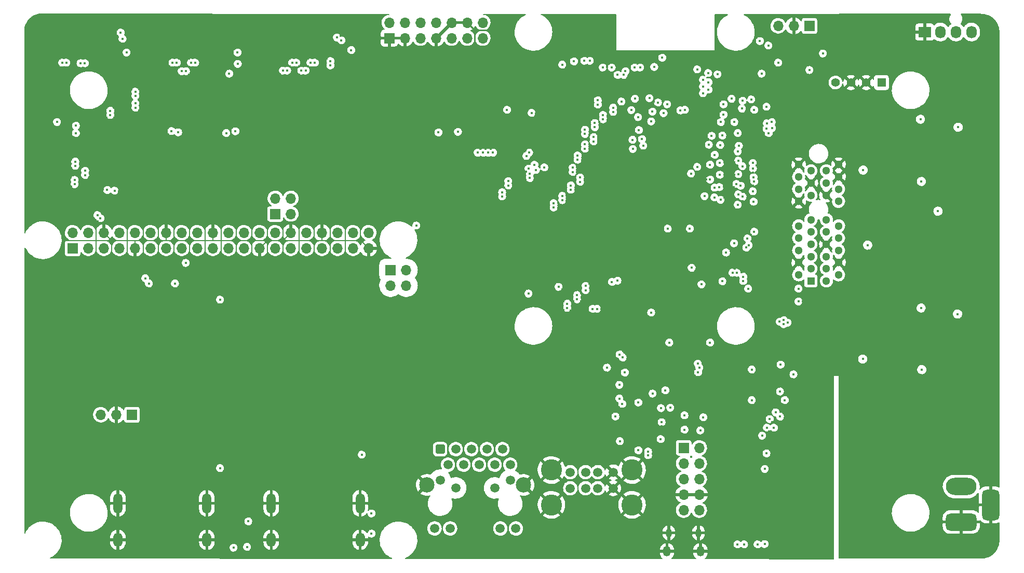
<source format=gbr>
G04 #@! TF.GenerationSoftware,KiCad,Pcbnew,5.99.0-unknown-dbcb1ecdb~104~ubuntu20.04.1*
G04 #@! TF.CreationDate,2020-10-26T15:19:45-05:00*
G04 #@! TF.ProjectId,CM4IOv5,434d3449-4f76-4352-9e6b-696361645f70,rev?*
G04 #@! TF.SameCoordinates,Original*
G04 #@! TF.FileFunction,Copper,L2,Inr*
G04 #@! TF.FilePolarity,Positive*
%FSLAX46Y46*%
G04 Gerber Fmt 4.6, Leading zero omitted, Abs format (unit mm)*
G04 Created by KiCad (PCBNEW 5.99.0-unknown-dbcb1ecdb~104~ubuntu20.04.1) date 2020-10-26 15:19:45*
%MOMM*%
%LPD*%
G01*
G04 APERTURE LIST*
G04 Aperture macros list*
%AMRoundRect*
0 Rectangle with rounded corners*
0 $1 Rounding radius*
0 $2 $3 $4 $5 $6 $7 $8 $9 X,Y pos of 4 corners*
0 Add a 4 corners polygon primitive as box body*
4,1,4,$2,$3,$4,$5,$6,$7,$8,$9,$2,$3,0*
0 Add four circle primitives for the rounded corners*
1,1,$1+$1,$2,$3,0*
1,1,$1+$1,$4,$5,0*
1,1,$1+$1,$6,$7,0*
1,1,$1+$1,$8,$9,0*
0 Add four rect primitives between the rounded corners*
20,1,$1+$1,$2,$3,$4,$5,0*
20,1,$1+$1,$4,$5,$6,$7,0*
20,1,$1+$1,$6,$7,$8,$9,0*
20,1,$1+$1,$8,$9,$2,$3,0*%
G04 Aperture macros list end*
G04 #@! TA.AperFunction,ComponentPad*
%ADD10R,1.700000X1.700000*%
G04 #@! TD*
G04 #@! TA.AperFunction,ComponentPad*
%ADD11O,1.700000X1.700000*%
G04 #@! TD*
G04 #@! TA.AperFunction,ComponentPad*
%ADD12O,1.300000X1.700000*%
G04 #@! TD*
G04 #@! TA.AperFunction,ComponentPad*
%ADD13O,1.000000X1.400000*%
G04 #@! TD*
G04 #@! TA.AperFunction,ComponentPad*
%ADD14O,5.000000X2.800000*%
G04 #@! TD*
G04 #@! TA.AperFunction,ComponentPad*
%ADD15RoundRect,0.700000X1.800000X-0.700000X1.800000X0.700000X-1.800000X0.700000X-1.800000X-0.700000X0*%
G04 #@! TD*
G04 #@! TA.AperFunction,ComponentPad*
%ADD16RoundRect,0.700000X0.700000X-1.800000X0.700000X1.800000X-0.700000X1.800000X-0.700000X-1.800000X0*%
G04 #@! TD*
G04 #@! TA.AperFunction,ComponentPad*
%ADD17RoundRect,0.250500X-0.499500X-0.499500X0.499500X-0.499500X0.499500X0.499500X-0.499500X0.499500X0*%
G04 #@! TD*
G04 #@! TA.AperFunction,ComponentPad*
%ADD18C,1.500000*%
G04 #@! TD*
G04 #@! TA.AperFunction,ComponentPad*
%ADD19C,2.500000*%
G04 #@! TD*
G04 #@! TA.AperFunction,ComponentPad*
%ADD20O,1.500000X3.300000*%
G04 #@! TD*
G04 #@! TA.AperFunction,ComponentPad*
%ADD21O,1.500000X2.300000*%
G04 #@! TD*
G04 #@! TA.AperFunction,ComponentPad*
%ADD22C,3.450000*%
G04 #@! TD*
G04 #@! TA.AperFunction,ComponentPad*
%ADD23R,2.030000X1.730000*%
G04 #@! TD*
G04 #@! TA.AperFunction,ComponentPad*
%ADD24O,1.730000X2.030000*%
G04 #@! TD*
G04 #@! TA.AperFunction,ComponentPad*
%ADD25C,0.500000*%
G04 #@! TD*
G04 #@! TA.AperFunction,ComponentPad*
%ADD26R,1.408000X1.408000*%
G04 #@! TD*
G04 #@! TA.AperFunction,ComponentPad*
%ADD27C,1.408000*%
G04 #@! TD*
G04 #@! TA.AperFunction,ComponentPad*
%ADD28R,1.300000X1.300000*%
G04 #@! TD*
G04 #@! TA.AperFunction,ComponentPad*
%ADD29C,1.300000*%
G04 #@! TD*
G04 #@! TA.AperFunction,ViaPad*
%ADD30C,0.450000*%
G04 #@! TD*
G04 #@! TA.AperFunction,Conductor*
%ADD31C,0.130000*%
G04 #@! TD*
G04 #@! TA.AperFunction,Conductor*
%ADD32C,0.500000*%
G04 #@! TD*
G04 #@! TA.AperFunction,Conductor*
%ADD33C,0.230000*%
G04 #@! TD*
G04 #@! TA.AperFunction,Conductor*
%ADD34C,0.200000*%
G04 #@! TD*
G04 #@! TA.AperFunction,Conductor*
%ADD35C,0.254000*%
G04 #@! TD*
G04 APERTURE END LIST*
D10*
X97040000Y-136000000D03*
D11*
X94500000Y-136000000D03*
X91960000Y-136000000D03*
D10*
X87370000Y-108820000D03*
D11*
X87370000Y-106280000D03*
X89910000Y-108820000D03*
X89910000Y-106280000D03*
X92450000Y-108820000D03*
X92450000Y-106280000D03*
X94990000Y-108820000D03*
X94990000Y-106280000D03*
X97530000Y-108820000D03*
X97530000Y-106280000D03*
X100070000Y-108820000D03*
X100070000Y-106280000D03*
X102610000Y-108820000D03*
X102610000Y-106280000D03*
X105150000Y-108820000D03*
X105150000Y-106280000D03*
X107690000Y-108820000D03*
X107690000Y-106280000D03*
X110230000Y-108820000D03*
X110230000Y-106280000D03*
X112770000Y-108820000D03*
X112770000Y-106280000D03*
X115310000Y-108820000D03*
X115310000Y-106280000D03*
X117850000Y-108820000D03*
X117850000Y-106280000D03*
X120390000Y-108820000D03*
X120390000Y-106280000D03*
X122930000Y-108820000D03*
X122930000Y-106280000D03*
X125470000Y-108820000D03*
X125470000Y-106280000D03*
X128010000Y-108820000D03*
X128010000Y-106280000D03*
X130550000Y-108820000D03*
X130550000Y-106280000D03*
X133090000Y-108820000D03*
X133090000Y-106280000D03*
X135630000Y-108820000D03*
X135630000Y-106280000D03*
D10*
X187000000Y-141400000D03*
D11*
X189540000Y-141400000D03*
X187000000Y-143940000D03*
X189540000Y-143940000D03*
X187000000Y-146480000D03*
X189540000Y-146480000D03*
X187000000Y-149020000D03*
X189540000Y-149020000D03*
X187000000Y-151560000D03*
X189540000Y-151560000D03*
D10*
X139230000Y-112370000D03*
D11*
X141770000Y-112370000D03*
X139230000Y-114910000D03*
X141770000Y-114910000D03*
D12*
X189725000Y-158300000D03*
D13*
X184575000Y-155270000D03*
D12*
X184275000Y-158300000D03*
D13*
X189425000Y-155270000D03*
D14*
X232250000Y-147700000D03*
D15*
X232250000Y-153500000D03*
D16*
X237050000Y-150700000D03*
D17*
X147285000Y-141610000D03*
D18*
X148555000Y-144150000D03*
X149825000Y-141610000D03*
X151095000Y-144150000D03*
X152365000Y-141610000D03*
X153635000Y-144150000D03*
X154905000Y-141610000D03*
X156175000Y-144150000D03*
X157445000Y-141610000D03*
X158715000Y-144150000D03*
X147285000Y-146670000D03*
X149825000Y-147940000D03*
X156175000Y-147940000D03*
X158715000Y-146670000D03*
X146370000Y-154560000D03*
X148910000Y-154560000D03*
X157090000Y-154560000D03*
X159630000Y-154560000D03*
D19*
X145125000Y-147450000D03*
X160875000Y-147450000D03*
D20*
X134250000Y-150450000D03*
X119750000Y-150450000D03*
D21*
X119750000Y-156410000D03*
X134250000Y-156410000D03*
D20*
X109250000Y-150450000D03*
X94750000Y-150450000D03*
D21*
X94750000Y-156410000D03*
X109250000Y-156410000D03*
D18*
X168500000Y-145370000D03*
X171000000Y-145370000D03*
X173000000Y-145370000D03*
X175500000Y-145370000D03*
X168500000Y-147990000D03*
X171000000Y-147990000D03*
X173000000Y-147990000D03*
X175500000Y-147990000D03*
D22*
X165430000Y-150700000D03*
X178570000Y-150700000D03*
X165430000Y-145020000D03*
X178570000Y-145020000D03*
D23*
X226300000Y-73500000D03*
D24*
X228840000Y-73500000D03*
X231380000Y-73500000D03*
X233920000Y-73500000D03*
D25*
X229050000Y-96000000D03*
X226450000Y-96000000D03*
X230350000Y-96000000D03*
X229050000Y-94700000D03*
X227750000Y-96000000D03*
X226450000Y-94700000D03*
X227750000Y-94700000D03*
X230350000Y-94700000D03*
D26*
X219250000Y-81750000D03*
D27*
X216750000Y-81750000D03*
X214250000Y-81750000D03*
X211750000Y-81750000D03*
D10*
X120400000Y-103200000D03*
D11*
X120400000Y-100660000D03*
X122940000Y-103200000D03*
X122940000Y-100660000D03*
D10*
X139000000Y-74500000D03*
D11*
X139000000Y-71960000D03*
X141540000Y-74500000D03*
X141540000Y-71960000D03*
X144080000Y-74500000D03*
X144080000Y-71960000D03*
X146620000Y-74500000D03*
X146620000Y-71960000D03*
X149160000Y-74500000D03*
X149160000Y-71960000D03*
X151700000Y-74500000D03*
X151700000Y-71960000D03*
X154240000Y-74500000D03*
X154240000Y-71960000D03*
D10*
X207500000Y-72500000D03*
D11*
X204960000Y-72500000D03*
X202420000Y-72500000D03*
D25*
X229000000Y-126712500D03*
X226400000Y-126712500D03*
X230300000Y-126712500D03*
X229000000Y-125412500D03*
X227700000Y-126712500D03*
X226400000Y-125412500D03*
X227700000Y-125412500D03*
X230300000Y-125412500D03*
D28*
X207750000Y-114150000D03*
D29*
X205750000Y-113150000D03*
X207750000Y-112150000D03*
X205750000Y-111150000D03*
X207750000Y-110150000D03*
X205750000Y-109150000D03*
X207750000Y-108150000D03*
X205750000Y-107150000D03*
X207750000Y-106150000D03*
X205750000Y-105150000D03*
X207750000Y-104150000D03*
X205750000Y-101150000D03*
X207750000Y-100150000D03*
X205750000Y-99150000D03*
X207750000Y-98150000D03*
X205750000Y-97150000D03*
X207750000Y-96150000D03*
X205750000Y-95150000D03*
X210250000Y-114150000D03*
X212250000Y-113150000D03*
X210250000Y-112150000D03*
X212250000Y-111150000D03*
X210250000Y-110150000D03*
X212250000Y-109150000D03*
X210250000Y-108150000D03*
X212250000Y-107150000D03*
X210250000Y-106150000D03*
X212250000Y-105150000D03*
X210250000Y-104150000D03*
X212250000Y-101150000D03*
X210250000Y-100150000D03*
X212250000Y-99150000D03*
X210250000Y-98150000D03*
X212250000Y-97150000D03*
X210250000Y-96150000D03*
X212250000Y-95150000D03*
D30*
X117450000Y-72900000D03*
X224400000Y-124762500D03*
X232800000Y-126762500D03*
X233600000Y-127762500D03*
X232800000Y-125862500D03*
X232800000Y-127762500D03*
X233600000Y-128762500D03*
X232800000Y-128762500D03*
X223000000Y-127162500D03*
X233600000Y-125862500D03*
X232800000Y-124762500D03*
X231900000Y-125962500D03*
X231100000Y-125962500D03*
X233600000Y-124762500D03*
X233600000Y-123562500D03*
X232800000Y-123562500D03*
X223000000Y-125062500D03*
X223900000Y-127462500D03*
X225500000Y-124762500D03*
X225500000Y-127262500D03*
X222950000Y-126112500D03*
X231085000Y-127177500D03*
X224450000Y-126012500D03*
X231115000Y-124947500D03*
X233600000Y-126862500D03*
X204900000Y-138400000D03*
X213150000Y-134200000D03*
X193680000Y-157550000D03*
X224400000Y-95350000D03*
X230250000Y-132162500D03*
X226500000Y-132912500D03*
X226500000Y-131062500D03*
X230250000Y-131112500D03*
X230250000Y-130312500D03*
X226500000Y-132212500D03*
X230250000Y-132962500D03*
X226500000Y-130312500D03*
X223000000Y-128412500D03*
X167400000Y-118900000D03*
X169600000Y-95500000D03*
X175200000Y-115200000D03*
X193516744Y-98774022D03*
X207350000Y-156400000D03*
X175400000Y-131875000D03*
X124250000Y-80500000D03*
X161200000Y-90400000D03*
X107750000Y-77844990D03*
X158900000Y-89100000D03*
X96250000Y-74900000D03*
X169600000Y-96400000D03*
X170300000Y-114600000D03*
X141150000Y-134912500D03*
X159700000Y-94000000D03*
X193250000Y-133850000D03*
X93000000Y-122500000D03*
X129500000Y-151350000D03*
X224400000Y-94000000D03*
X106000000Y-151450000D03*
X88250000Y-77800000D03*
X169950000Y-78200000D03*
X122750000Y-80500000D03*
X130250000Y-77800000D03*
X187200000Y-105600000D03*
X192450000Y-71000000D03*
X171700000Y-116100000D03*
X232600000Y-95500000D03*
X125750000Y-77800000D03*
X110350000Y-133912500D03*
X221300000Y-94300000D03*
X156450000Y-132812500D03*
X178200000Y-79200000D03*
X220800000Y-112850000D03*
X103000000Y-148100000D03*
X193750000Y-146800000D03*
X198194979Y-103600000D03*
X208450000Y-158050000D03*
X236500000Y-122500000D03*
X171650000Y-90250000D03*
X208850000Y-146800000D03*
X101500000Y-148100000D03*
X209850000Y-85200000D03*
X182500000Y-131525000D03*
X225450000Y-125912500D03*
X98450000Y-147812500D03*
X106000000Y-148100000D03*
X106300000Y-79200000D03*
X192750000Y-79700000D03*
X194680000Y-155700000D03*
X169400000Y-98400000D03*
X91400000Y-104400000D03*
X121200000Y-80344990D03*
X112250000Y-79800000D03*
X123500000Y-151400000D03*
X223050000Y-98850000D03*
X177475000Y-137775000D03*
X179550000Y-92000000D03*
X162938528Y-86815411D03*
X172415000Y-126685000D03*
X101500000Y-157500000D03*
X97050000Y-84500000D03*
X94000000Y-72500000D03*
X169000000Y-117500000D03*
X179604000Y-139846000D03*
X191400000Y-158600000D03*
X204950000Y-115100000D03*
X176300000Y-125400000D03*
X190300000Y-95159958D03*
X224400000Y-98860010D03*
X171750000Y-89450000D03*
X226650000Y-101400000D03*
X144650000Y-131312500D03*
X178200000Y-126549990D03*
X195200000Y-96800000D03*
X166500000Y-101400000D03*
X85150000Y-79500000D03*
X159800000Y-103630010D03*
X121500000Y-72500000D03*
X86500000Y-157500000D03*
X86500000Y-72500000D03*
X168000000Y-78820010D03*
X173000000Y-137700000D03*
X164300655Y-102410010D03*
X226650000Y-99600000D03*
X103250000Y-77850000D03*
X181600000Y-143300000D03*
X167350000Y-117500000D03*
X180950000Y-131000000D03*
X198300000Y-98600000D03*
X183500000Y-85700000D03*
X173750000Y-84400000D03*
X168950000Y-116100000D03*
X126150000Y-79900000D03*
X159700000Y-91600000D03*
X178200000Y-88400000D03*
X175883000Y-135283000D03*
X225600000Y-96600000D03*
X171100000Y-97100000D03*
X213150000Y-139800000D03*
X131000000Y-148050000D03*
X231235000Y-96765000D03*
X175400000Y-132625000D03*
X193600000Y-100500000D03*
X223000000Y-96600000D03*
X236500000Y-132500000D03*
X167250000Y-115500000D03*
X98250000Y-86300000D03*
X226650000Y-100400000D03*
X232600000Y-94000000D03*
X236500000Y-77500000D03*
X190150000Y-79800000D03*
X81500000Y-72500000D03*
X94150000Y-87500000D03*
X214000000Y-155000000D03*
X131950000Y-143912500D03*
X123450000Y-143412500D03*
X152750000Y-157250000D03*
X167900000Y-100210010D03*
X171400000Y-118710010D03*
X181300000Y-79200000D03*
X209000000Y-72500000D03*
X198550000Y-142550000D03*
X225600000Y-95350000D03*
X128000000Y-151400000D03*
X81500000Y-152500000D03*
X123500000Y-148000000D03*
X225600000Y-94000000D03*
X197250000Y-105300000D03*
X109250000Y-77800000D03*
X156900000Y-99000000D03*
X114900000Y-151600000D03*
X112250000Y-77760009D03*
X161200000Y-100000000D03*
X149400000Y-137200000D03*
X164300000Y-88010010D03*
X87100000Y-89800000D03*
X233500000Y-94000000D03*
X161200000Y-98800000D03*
X162900000Y-98800000D03*
X121750000Y-146612500D03*
X94150000Y-85900000D03*
X195100000Y-90420010D03*
X161200000Y-97610010D03*
X206450000Y-117500000D03*
X197950000Y-106600000D03*
X196450000Y-112700000D03*
X174559486Y-133245488D03*
X88350000Y-90800000D03*
X110750000Y-77800000D03*
X233500000Y-98000000D03*
X114800000Y-148300000D03*
X126600000Y-119700000D03*
X210900000Y-158750000D03*
X115600000Y-138800000D03*
X98500000Y-151400000D03*
X196825453Y-91936823D03*
X199700000Y-75800000D03*
X200900000Y-138700000D03*
X175350000Y-71100000D03*
X236500000Y-112500000D03*
X161200000Y-102500000D03*
X87050000Y-97250000D03*
X180900000Y-87800000D03*
X203900000Y-127600000D03*
X174600000Y-87850000D03*
X107285000Y-123415000D03*
X198219139Y-100361721D03*
X194350000Y-113300000D03*
X171650000Y-114600000D03*
X166000000Y-71150000D03*
X196700000Y-96400000D03*
X178400000Y-125530032D03*
X112350000Y-142112500D03*
X220800000Y-113650000D03*
X173350000Y-89200000D03*
X174600000Y-87150000D03*
X209000000Y-132500000D03*
X90050000Y-97200000D03*
X131000000Y-151350000D03*
X90050000Y-95700000D03*
X162901867Y-93992530D03*
X124250000Y-77800000D03*
X193950000Y-108300000D03*
X182800000Y-86500000D03*
X89750000Y-77800000D03*
X223900000Y-128410010D03*
X94250000Y-77800000D03*
X92250000Y-99200000D03*
X191950000Y-76800000D03*
X225600000Y-98860010D03*
X173600000Y-118700000D03*
X125750000Y-79100000D03*
X164300000Y-90410010D03*
X81500000Y-130000000D03*
X129500000Y-148050000D03*
X104000000Y-72500000D03*
X173200000Y-88150000D03*
X232600000Y-98000000D03*
X151600000Y-137800000D03*
X173100000Y-91400000D03*
X183400000Y-137900000D03*
X237000000Y-142000000D03*
X106450000Y-137512500D03*
X196700000Y-102200000D03*
X154650000Y-121312500D03*
X200650000Y-80300000D03*
X162900000Y-103569990D03*
X224400000Y-96600000D03*
X175350000Y-72500000D03*
X161200000Y-95200000D03*
X162900000Y-91600000D03*
X176500000Y-157500000D03*
X185800000Y-136300000D03*
X233500000Y-99000000D03*
X208950000Y-139800000D03*
X174360000Y-141410000D03*
X231215000Y-93885000D03*
X112950000Y-131412500D03*
X214000000Y-157500000D03*
X193250000Y-135750000D03*
X161650000Y-127712500D03*
X127250000Y-77800000D03*
X106350000Y-80500000D03*
X104750000Y-79200000D03*
X161150000Y-115600000D03*
X196732552Y-94390137D03*
X85250000Y-77800000D03*
X173800000Y-85250000D03*
X236500000Y-157500000D03*
X81500000Y-102500000D03*
X92900000Y-87500000D03*
X169300000Y-99300000D03*
X183650000Y-105600000D03*
X88500000Y-97200000D03*
X127150000Y-139912500D03*
X234050000Y-145550000D03*
X87100000Y-98750000D03*
X193644988Y-92800000D03*
X104750000Y-80600000D03*
X94950000Y-99500000D03*
X233500000Y-95500000D03*
X99350000Y-145012500D03*
X176300000Y-127500000D03*
X159100000Y-124962500D03*
X122750000Y-77800000D03*
X129950000Y-128612500D03*
X161300000Y-96300000D03*
X183325000Y-131525000D03*
X173050000Y-90500000D03*
X88450000Y-94100000D03*
X222850000Y-136400000D03*
X179450000Y-86100000D03*
X114000000Y-72500000D03*
X175350000Y-73900000D03*
X154050000Y-130112500D03*
X157500000Y-85600000D03*
X134950000Y-141012500D03*
X230250000Y-99500000D03*
X121250000Y-77800000D03*
X193600000Y-105000000D03*
X171600000Y-92600000D03*
X183200000Y-140900000D03*
X154850000Y-115312500D03*
X187500000Y-131400000D03*
X88450000Y-98800000D03*
X181600000Y-131700000D03*
X172500000Y-78200000D03*
X81500000Y-95000000D03*
X112150000Y-116710010D03*
X195350000Y-112100000D03*
X81500000Y-142500000D03*
X146200000Y-89800000D03*
X232600000Y-99000000D03*
X213750000Y-85200000D03*
X104800000Y-90800000D03*
X225600000Y-129460010D03*
X117750000Y-128712500D03*
X224000000Y-157500000D03*
X107050000Y-147312500D03*
X182000000Y-142500000D03*
X87500000Y-88100000D03*
X171600000Y-91800000D03*
X236850000Y-94100000D03*
X200200000Y-140100000D03*
X182100000Y-84900000D03*
X195900000Y-131900000D03*
X196800000Y-93200000D03*
X195200000Y-94800000D03*
X104750000Y-77844990D03*
X179200000Y-90300000D03*
X126500000Y-151350000D03*
X197950000Y-157150000D03*
X149250000Y-126612500D03*
X199700000Y-142500000D03*
X131550000Y-135612500D03*
X162900000Y-101210010D03*
X155658314Y-75744990D03*
X187500000Y-129237500D03*
X182700000Y-119000000D03*
X223050000Y-97660010D03*
X178745999Y-131845999D03*
X155467559Y-137292894D03*
X122750000Y-79100000D03*
X177600000Y-139800000D03*
X206050000Y-158050000D03*
X124750000Y-128612500D03*
X155400000Y-139400000D03*
X166500000Y-102210010D03*
X170450000Y-94450000D03*
X184950000Y-76800000D03*
X167900000Y-101000000D03*
X114750000Y-89500000D03*
X131050000Y-74100000D03*
X230250000Y-101500000D03*
X118750000Y-135812500D03*
X195100000Y-103600000D03*
X170300000Y-93100000D03*
X182300000Y-158600000D03*
X103000000Y-90700000D03*
X198326926Y-96450546D03*
X164300000Y-85589990D03*
X230250000Y-102300000D03*
X192133781Y-95193358D03*
X187250000Y-76800000D03*
X154700000Y-92550000D03*
X230250000Y-100400000D03*
X174450000Y-85350000D03*
X148600000Y-89910010D03*
X88300000Y-79400000D03*
X213250000Y-146200000D03*
X221300000Y-96500000D03*
X207560000Y-144350000D03*
X154850000Y-116912500D03*
X103150000Y-79100000D03*
X149400000Y-139400000D03*
X86750000Y-77800000D03*
X201150000Y-156800000D03*
X174500000Y-79200000D03*
X103000000Y-151450000D03*
X170300000Y-116100000D03*
X162900000Y-99989990D03*
X226650000Y-102300000D03*
X114250000Y-77900000D03*
X175800000Y-87350000D03*
X189299680Y-96599671D03*
X96950000Y-82800000D03*
X181693000Y-137768000D03*
X236500000Y-72500000D03*
X231200000Y-95400000D03*
X201400000Y-137200000D03*
X161200000Y-88000000D03*
X166100000Y-74462500D03*
X159000000Y-97310010D03*
X181672000Y-135700000D03*
X162900000Y-89200000D03*
X128750000Y-77800000D03*
X195100000Y-85584990D03*
X233500000Y-92400000D03*
X221300000Y-95300000D03*
X87050000Y-91250000D03*
X134550000Y-123812500D03*
X94150000Y-74500000D03*
X81500000Y-82500000D03*
X104500000Y-148100000D03*
X110250000Y-144112500D03*
X223050000Y-95350000D03*
X99450000Y-115250000D03*
X159800000Y-86700000D03*
X87100000Y-94300000D03*
X205200000Y-77000000D03*
X92850000Y-85900000D03*
X101500000Y-151450000D03*
X109855000Y-118345000D03*
X125050000Y-135712500D03*
X233500000Y-96700000D03*
X192000000Y-92000000D03*
X232700000Y-92400000D03*
X161200000Y-85589990D03*
X108150000Y-78800000D03*
X223000000Y-129360010D03*
X171100000Y-98000000D03*
X196650000Y-114900000D03*
X103250000Y-140100000D03*
X177536000Y-135700000D03*
X175119153Y-92754991D03*
X170581263Y-143918737D03*
X162900000Y-97600000D03*
X232600000Y-96700000D03*
X81500000Y-115000000D03*
X193600000Y-96800000D03*
X92750000Y-77800000D03*
X128000000Y-148050000D03*
X155500000Y-92600000D03*
X234100000Y-144050000D03*
X220800000Y-112050000D03*
X163600000Y-157150000D03*
X86750000Y-79500000D03*
X161200000Y-92800000D03*
X126500000Y-148050000D03*
X128050000Y-72550000D03*
X164300000Y-92810010D03*
X191700000Y-136400000D03*
X98250000Y-82800000D03*
X87100000Y-95700000D03*
X157800000Y-101000000D03*
X189350000Y-76800000D03*
X124250000Y-79150000D03*
X91250000Y-77900000D03*
X198879990Y-95313931D03*
X170300000Y-117500000D03*
X191200000Y-100400000D03*
X175350000Y-75500000D03*
X153850000Y-92550000D03*
X195226569Y-101006627D03*
X175775000Y-141400000D03*
X202500000Y-77000000D03*
X104500000Y-151450000D03*
X88450000Y-95800000D03*
X143450000Y-105850000D03*
X98150000Y-84500000D03*
X193600000Y-94800000D03*
X174000000Y-127500000D03*
X159774984Y-101300004D03*
X196800000Y-90800000D03*
X209000000Y-122500000D03*
X223000000Y-94200000D03*
X179604000Y-135679000D03*
X190650063Y-97600882D03*
X168601867Y-118979990D03*
X195100000Y-92000000D03*
X121150000Y-79100000D03*
X220400000Y-135600000D03*
X198550000Y-144850000D03*
X195180800Y-98796776D03*
X189100000Y-111400000D03*
X224200000Y-129360010D03*
X153000000Y-137800000D03*
X105500000Y-85400000D03*
X196600000Y-101100000D03*
X192350000Y-75900000D03*
X157750000Y-98960010D03*
X87100000Y-92700000D03*
X106300000Y-77844990D03*
X96950000Y-86300000D03*
X127600000Y-79000000D03*
X195150000Y-102400000D03*
X181600000Y-139800000D03*
X195900000Y-130510010D03*
X104050000Y-114550000D03*
X99800000Y-114550000D03*
X225700000Y-118562500D03*
X225812500Y-128625000D03*
X216200000Y-126900000D03*
X217000000Y-108300000D03*
X231650000Y-119550000D03*
X228450000Y-102750000D03*
X157400000Y-100350000D03*
X87700000Y-98350000D03*
X87700000Y-97650000D03*
X157400000Y-99650000D03*
X89400000Y-96850000D03*
X158400000Y-98550000D03*
X158400000Y-97850000D03*
X89400000Y-96150000D03*
X161900000Y-97350000D03*
X87800000Y-95350000D03*
X87800000Y-94650000D03*
X161900000Y-96650000D03*
X177500000Y-79900000D03*
X189200000Y-79600000D03*
X94200000Y-99400000D03*
X95500000Y-74600000D03*
X199425000Y-74975000D03*
X131189949Y-74850000D03*
X183718779Y-86740611D03*
X91900000Y-103900000D03*
X93000000Y-99300000D03*
X91400000Y-103400000D03*
X191000000Y-80200000D03*
X177200000Y-80500000D03*
X95200000Y-73600000D03*
X200800000Y-75700000D03*
X181900000Y-86500000D03*
X130450000Y-74400000D03*
X168900000Y-95650000D03*
X97600000Y-83250000D03*
X168900000Y-96350000D03*
X97600000Y-83950000D03*
X170100000Y-97250000D03*
X97600000Y-85150000D03*
X97600000Y-85850000D03*
X170100000Y-97950000D03*
X89350000Y-78600000D03*
X168600000Y-98550000D03*
X88650000Y-78600000D03*
X168600000Y-99250000D03*
X167200000Y-100250000D03*
X93500000Y-86350000D03*
X167200000Y-100950000D03*
X93500000Y-87050000D03*
X165800000Y-101450000D03*
X86350000Y-78500000D03*
X165800000Y-102150000D03*
X85650000Y-78500000D03*
X103650000Y-78500000D03*
X169700000Y-94350000D03*
X169700000Y-93650000D03*
X104350000Y-78500000D03*
X105150000Y-79900000D03*
X170900000Y-92550000D03*
X170900000Y-91850000D03*
X105850000Y-79900000D03*
X106650000Y-78500000D03*
X172300000Y-91350000D03*
X107350000Y-78500000D03*
X172300000Y-90650000D03*
X173000000Y-84650000D03*
X129400000Y-78250000D03*
X173000000Y-85350000D03*
X129400000Y-78950000D03*
X126850000Y-78500000D03*
X175500000Y-85850000D03*
X175500000Y-86550000D03*
X126150000Y-78500000D03*
X125350000Y-79800000D03*
X173850000Y-87050000D03*
X124650000Y-79800000D03*
X173850000Y-87750000D03*
X123850000Y-78500000D03*
X172500000Y-88350000D03*
X123150000Y-78500000D03*
X172500000Y-89050000D03*
X170900000Y-89450000D03*
X122350000Y-79800000D03*
X170900000Y-90150000D03*
X121650000Y-79800000D03*
X201020010Y-136700000D03*
X195760000Y-157150000D03*
X202000000Y-135600000D03*
X201700000Y-138100000D03*
X200570010Y-138100000D03*
X196850000Y-157150000D03*
X199050000Y-157150000D03*
X199800000Y-139400000D03*
X196001924Y-92079994D03*
X198500000Y-106100000D03*
X200500000Y-142300000D03*
X202700000Y-132200000D03*
X202700000Y-136300000D03*
X192950000Y-91950000D03*
X191100000Y-91900000D03*
X192060347Y-93553326D03*
X195801924Y-93020006D03*
X195900000Y-94500000D03*
X192900000Y-94900000D03*
X198275038Y-94900000D03*
X191300000Y-95159967D03*
X189200000Y-95519989D03*
X196571159Y-95412331D03*
X198300000Y-95800000D03*
X188200000Y-96600000D03*
X192900000Y-96800000D03*
X195900000Y-96700000D03*
X191300000Y-97590984D03*
X198400000Y-97200000D03*
X198500000Y-97900000D03*
X192814650Y-98829922D03*
X190400000Y-100300000D03*
X196300000Y-98600000D03*
X192000000Y-100500000D03*
X198275018Y-99500000D03*
X195800000Y-101700000D03*
X195900000Y-100009990D03*
X196600000Y-100400000D03*
X155899999Y-93200001D03*
X162663238Y-95179940D03*
X155100000Y-93200000D03*
X164269990Y-95596020D03*
X154300000Y-93200000D03*
X162903625Y-96029406D03*
X153400000Y-93200000D03*
X161700000Y-95800000D03*
X174500000Y-128300000D03*
X188200000Y-142900000D03*
X181200000Y-142000000D03*
X181200000Y-142600000D03*
X209700000Y-77000000D03*
X161800000Y-93200000D03*
X147000000Y-89900000D03*
X158200000Y-86200000D03*
X162200000Y-86700000D03*
X150200000Y-89800000D03*
X161353008Y-93746992D03*
X195200000Y-108000000D03*
X193900000Y-109500000D03*
X180400000Y-92050000D03*
X196500000Y-86000000D03*
X181700000Y-119300000D03*
X177400000Y-129100000D03*
X193500000Y-85305009D03*
X188300000Y-112000000D03*
X184400000Y-105600000D03*
X180200000Y-91000000D03*
X177047488Y-126647488D03*
X172850000Y-118700000D03*
X172150000Y-118700000D03*
X176552512Y-126152512D03*
X115800000Y-157562500D03*
X113600000Y-157700000D03*
X183300000Y-134900000D03*
X184800000Y-134850000D03*
X207500000Y-79700000D03*
X193000000Y-100904756D03*
X176986750Y-134213250D03*
X191300000Y-124200000D03*
X96150000Y-76850000D03*
X179604000Y-141796000D03*
X176515500Y-131109500D03*
X184650000Y-124200000D03*
X202800000Y-127800000D03*
X105800000Y-111200000D03*
X179604000Y-133996000D03*
X183400000Y-137200000D03*
X195250000Y-88200000D03*
X197600000Y-108300000D03*
X193050000Y-88200000D03*
X132795001Y-76445001D03*
X176515500Y-133340500D03*
X198100000Y-128600000D03*
X184012500Y-132000000D03*
X114250000Y-76850000D03*
X187200000Y-86200000D03*
X186450000Y-86300000D03*
X183236290Y-139963710D03*
X84800000Y-88200000D03*
X197200000Y-108700000D03*
X116000000Y-153400000D03*
X183500000Y-77700000D03*
X181912500Y-132537500D03*
X175868000Y-136268000D03*
X176600000Y-140300000D03*
X200200000Y-144850000D03*
X200200000Y-157100000D03*
X204898661Y-129398661D03*
X189900000Y-114700000D03*
X175300000Y-114300000D03*
X194800000Y-84400000D03*
X181400000Y-84300000D03*
X198000000Y-84500000D03*
X175254910Y-79300000D03*
X195600000Y-98300000D03*
X192046881Y-98904712D03*
X197500000Y-115400000D03*
X193300000Y-114200000D03*
X176200000Y-114100000D03*
X196700000Y-114150000D03*
X169600000Y-116450000D03*
X194950000Y-112800000D03*
X196700000Y-113450000D03*
X169600000Y-117150000D03*
X195650000Y-112800000D03*
X171000000Y-115650000D03*
X171000000Y-114950000D03*
X205700000Y-117500000D03*
X166600000Y-115100000D03*
X205700000Y-115400000D03*
X168000000Y-117850000D03*
X168000000Y-118550000D03*
X198400000Y-101200000D03*
X136100000Y-155400000D03*
X188000000Y-105600000D03*
X136100000Y-152100000D03*
X225600000Y-87750000D03*
X225750000Y-97900000D03*
X190200000Y-136400000D03*
X189700000Y-138550000D03*
X187125000Y-138425000D03*
X187125000Y-136075000D03*
X112400000Y-90000000D03*
X104575000Y-89875000D03*
X87900000Y-90000000D03*
X112900000Y-80300000D03*
X87900000Y-88800000D03*
X113900000Y-89700000D03*
X103498133Y-89679990D03*
X114300000Y-78700000D03*
X179050000Y-84400000D03*
X176200000Y-80500000D03*
X178450000Y-86250000D03*
X169100000Y-78300000D03*
X171700000Y-78200000D03*
X179700000Y-89500000D03*
X182800000Y-85000000D03*
X179000000Y-79300000D03*
X179900000Y-79300000D03*
X184300000Y-85300000D03*
X193500000Y-87000000D03*
X198500000Y-86200000D03*
X178700000Y-92600000D03*
X134500000Y-142500000D03*
X199700000Y-80300000D03*
X192500000Y-80400000D03*
X167200000Y-78820010D03*
X179550000Y-87400000D03*
X170800000Y-78200000D03*
X176850000Y-84850000D03*
X191050000Y-81700000D03*
X189300000Y-127650000D03*
X190150000Y-81300000D03*
X203300000Y-121200000D03*
X191050000Y-82900000D03*
X200550000Y-88400000D03*
X216250000Y-96050000D03*
X111400000Y-117200000D03*
X202650000Y-120800000D03*
X203950000Y-120950000D03*
X231750000Y-89050000D03*
X201400000Y-89200000D03*
X200500000Y-89300000D03*
X189350000Y-129050000D03*
X201350000Y-88200000D03*
X99200000Y-113700000D03*
X190150000Y-82400000D03*
X190150000Y-83500000D03*
X200500000Y-85700000D03*
X189550000Y-128300000D03*
X111400000Y-144700000D03*
X203300000Y-120550000D03*
X200850000Y-90000000D03*
X161700000Y-116200000D03*
X182200000Y-79200000D03*
X196600000Y-84720010D03*
X143400000Y-105100000D03*
X178650000Y-91100000D03*
X173800000Y-79300000D03*
X181700000Y-88100000D03*
X195800000Y-90000000D03*
X191550000Y-90450000D03*
X202400000Y-78500000D03*
X193300000Y-90400000D03*
X198100000Y-133600000D03*
X197400000Y-107200000D03*
X203479990Y-133600000D03*
D31*
X108950000Y-104850000D02*
X109000000Y-104800000D01*
X91150000Y-105450000D02*
X91150000Y-104850000D01*
X129250000Y-107600000D02*
X134360000Y-107600000D01*
X93700000Y-107600000D02*
X93700000Y-110100000D01*
X93600000Y-110200000D02*
X96300000Y-110200000D01*
X114050000Y-105650000D02*
X114050000Y-104850000D01*
X124200000Y-110200000D02*
X126700000Y-110200000D01*
X137100000Y-105400000D02*
X136500000Y-104800000D01*
X114050000Y-110150000D02*
X114000000Y-110200000D01*
X124250000Y-109550000D02*
X124250000Y-110150000D01*
X131700000Y-104800000D02*
X129300000Y-104800000D01*
X98850000Y-104850000D02*
X98900000Y-104800000D01*
X119100000Y-110200000D02*
X121700000Y-110200000D01*
X86000000Y-105200000D02*
X86000000Y-107100000D01*
X119100000Y-105550000D02*
X119100000Y-109800000D01*
X128010000Y-106330000D02*
X128010000Y-107532081D01*
X121660000Y-107600000D02*
X121660000Y-109590000D01*
X124250000Y-110150000D02*
X124200000Y-110200000D01*
X102610000Y-107532081D02*
X102600000Y-107542081D01*
X86000000Y-110000000D02*
X86200000Y-110200000D01*
X101400000Y-104800000D02*
X98900000Y-104800000D01*
X86400000Y-104800000D02*
X86000000Y-105200000D01*
X134360000Y-107600000D02*
X135630000Y-108870000D01*
X114050000Y-107600000D02*
X119200000Y-107600000D01*
X106450000Y-107600000D02*
X106400000Y-107550000D01*
X121660000Y-107600000D02*
X129250000Y-107600000D01*
X111550000Y-109750000D02*
X111550000Y-110150000D01*
X103900000Y-105250000D02*
X103900000Y-110100000D01*
X126750000Y-105250000D02*
X126750000Y-107450000D01*
X119200000Y-107600000D02*
X121660000Y-107600000D01*
X97530000Y-107667919D02*
X97597919Y-107600000D01*
X116600000Y-105700000D02*
X116600000Y-104900000D01*
X126750000Y-107450000D02*
X126750000Y-110150000D01*
X91150000Y-105450000D02*
X91150000Y-109750000D01*
X114050000Y-104850000D02*
X114100000Y-104800000D01*
X106400000Y-109650000D02*
X106400000Y-110200000D01*
X98900000Y-104800000D02*
X96200000Y-104800000D01*
X126750000Y-110150000D02*
X126700000Y-110200000D01*
X98850000Y-110150000D02*
X98900000Y-110200000D01*
X121600000Y-104800000D02*
X119100000Y-104800000D01*
X119100000Y-109800000D02*
X119100000Y-110200000D01*
X111500000Y-104800000D02*
X109000000Y-104800000D01*
X131850000Y-104950000D02*
X131700000Y-104800000D01*
X102600000Y-107542081D02*
X102600000Y-107600000D01*
X101350000Y-105150000D02*
X101350000Y-104850000D01*
X121660000Y-104860000D02*
X121600000Y-104800000D01*
X93700000Y-110100000D02*
X93600000Y-110200000D01*
X116600000Y-104900000D02*
X116700000Y-104800000D01*
X116600000Y-110200000D02*
X119100000Y-110200000D01*
X94400000Y-107600000D02*
X98850000Y-107600000D01*
X91200000Y-104800000D02*
X86400000Y-104800000D01*
X129250000Y-107550000D02*
X129350000Y-107450000D01*
X114050000Y-105650000D02*
X114050000Y-109600000D01*
X96250000Y-105600000D02*
X96250000Y-104850000D01*
X102610000Y-106330000D02*
X102610000Y-107532081D01*
X106400000Y-109650000D02*
X106400000Y-104800000D01*
X91150000Y-110150000D02*
X91200000Y-110200000D01*
X101350000Y-107550000D02*
X101350000Y-105150000D01*
X129350000Y-105500000D02*
X129350000Y-109750000D01*
X126700000Y-104800000D02*
X124200000Y-104800000D01*
X106400000Y-107550000D02*
X103932468Y-107582468D01*
X137100000Y-106203398D02*
X137100000Y-105400000D01*
X119100000Y-105550000D02*
X119100000Y-104800000D01*
X129350000Y-104850000D02*
X129300000Y-104800000D01*
X101350000Y-104850000D02*
X101400000Y-104800000D01*
X102600000Y-107600000D02*
X98850000Y-107600000D01*
X121660000Y-107600000D02*
X121660000Y-104860000D01*
D32*
X146620000Y-74500000D02*
X149160000Y-71960000D01*
D31*
X129350000Y-109750000D02*
X129350000Y-110150000D01*
X86000000Y-107600000D02*
X86000000Y-110000000D01*
X103900000Y-110100000D02*
X103800000Y-110200000D01*
X86200000Y-110200000D02*
X91200000Y-110200000D01*
X131850000Y-110150000D02*
X131900000Y-110200000D01*
X124200000Y-104800000D02*
X121600000Y-104800000D01*
X136500000Y-104800000D02*
X134300000Y-104800000D01*
X134300000Y-104800000D02*
X131700000Y-104800000D01*
D33*
X151700000Y-71960000D02*
X152940000Y-73200000D01*
D31*
X101400000Y-107600000D02*
X101350000Y-107550000D01*
X116700000Y-104800000D02*
X114100000Y-104800000D01*
X108950000Y-110150000D02*
X108900000Y-110200000D01*
X103932468Y-107582468D02*
X102600000Y-107600000D01*
X96250000Y-109600000D02*
X96250000Y-110150000D01*
X91150000Y-104850000D02*
X91200000Y-104800000D01*
X124250000Y-104850000D02*
X124200000Y-104800000D01*
X137100000Y-110000000D02*
X137100000Y-106203398D01*
X101350000Y-110150000D02*
X101400000Y-110200000D01*
X124250000Y-109550000D02*
X124250000Y-104850000D01*
X103900000Y-105250000D02*
X103900000Y-104800000D01*
X187000000Y-149020000D02*
X189540000Y-149020000D01*
X106400000Y-104800000D02*
X103900000Y-104800000D01*
X108950000Y-109650000D02*
X108950000Y-110150000D01*
X109000000Y-104800000D02*
X106400000Y-104800000D01*
D33*
X152940000Y-73200000D02*
X152940000Y-75160000D01*
D31*
X91200000Y-110200000D02*
X93600000Y-110200000D01*
X131900000Y-110200000D02*
X136900000Y-110200000D01*
X96200000Y-104800000D02*
X91200000Y-104800000D01*
X91150000Y-109750000D02*
X91150000Y-110150000D01*
X129400000Y-110200000D02*
X131900000Y-110200000D01*
X97530000Y-108870000D02*
X97530000Y-107667919D01*
X93720000Y-107600000D02*
X92450000Y-106330000D01*
X119100000Y-104800000D02*
X116700000Y-104800000D01*
D33*
X152940000Y-73200000D02*
X155000000Y-73200000D01*
D31*
X103800000Y-110200000D02*
X106400000Y-110200000D01*
X121660000Y-110160000D02*
X121700000Y-110200000D01*
X101350000Y-107550000D02*
X101350000Y-110150000D01*
X121660000Y-109590000D02*
X121660000Y-110160000D01*
X108950000Y-105500000D02*
X108950000Y-104850000D01*
X129300000Y-104800000D02*
X126700000Y-104800000D01*
X86000000Y-107600000D02*
X94400000Y-107600000D01*
X98900000Y-110200000D02*
X101400000Y-110200000D01*
X121660000Y-107600000D02*
X122930000Y-106330000D01*
X96250000Y-105600000D02*
X96250000Y-109600000D01*
X111550000Y-104850000D02*
X111500000Y-104800000D01*
X98850000Y-109750000D02*
X98850000Y-110150000D01*
X131850000Y-105600000D02*
X131850000Y-104950000D01*
X131850000Y-109650000D02*
X131850000Y-110150000D01*
X101400000Y-110200000D02*
X103800000Y-110200000D01*
X108900000Y-110200000D02*
X111500000Y-110200000D01*
X98850000Y-105450000D02*
X98850000Y-104850000D01*
X129350000Y-110150000D02*
X129400000Y-110200000D01*
X136900000Y-110200000D02*
X137100000Y-110000000D01*
X131850000Y-105600000D02*
X131850000Y-109650000D01*
X114050000Y-109600000D02*
X114050000Y-110150000D01*
X111550000Y-110150000D02*
X111500000Y-110200000D01*
X110230000Y-107532081D02*
X110297919Y-107600000D01*
X96250000Y-110150000D02*
X96300000Y-110200000D01*
X98850000Y-109750000D02*
X98850000Y-105450000D01*
X110230000Y-106330000D02*
X110230000Y-107532081D01*
X106450000Y-107600000D02*
X114050000Y-107600000D01*
X129350000Y-105500000D02*
X129350000Y-104850000D01*
X121700000Y-110200000D02*
X124200000Y-110200000D01*
X108950000Y-105500000D02*
X108950000Y-109650000D01*
X126750000Y-105250000D02*
X126750000Y-104850000D01*
X111500000Y-110200000D02*
X114000000Y-110200000D01*
X116600000Y-107600000D02*
X116600000Y-110200000D01*
X128010000Y-107532081D02*
X128077919Y-107600000D01*
X134300000Y-107600000D02*
X134300000Y-104800000D01*
X116600000Y-107600000D02*
X116600000Y-105700000D01*
X114100000Y-104800000D02*
X111500000Y-104800000D01*
X111550000Y-105650000D02*
X111550000Y-104850000D01*
X126700000Y-110200000D02*
X129400000Y-110200000D01*
X106400000Y-110200000D02*
X108900000Y-110200000D01*
X114000000Y-110200000D02*
X116600000Y-110200000D01*
X129250000Y-107600000D02*
X129250000Y-107550000D01*
X111550000Y-105650000D02*
X111550000Y-109750000D01*
X96300000Y-110200000D02*
X98900000Y-110200000D01*
X96250000Y-104850000D02*
X96200000Y-104800000D01*
X86000000Y-107100000D02*
X86000000Y-107600000D01*
X117850000Y-108870000D02*
X119120000Y-107600000D01*
X126750000Y-104850000D02*
X126700000Y-104800000D01*
X118950000Y-107600000D02*
X119100000Y-107450000D01*
X103900000Y-104800000D02*
X101400000Y-104800000D01*
D34*
X230433667Y-70680324D02*
X230422751Y-70696266D01*
X230323558Y-70876697D01*
X230315946Y-70894456D01*
X230253688Y-71090718D01*
X230249671Y-71109618D01*
X230226720Y-71314235D01*
X230226450Y-71333554D01*
X230243679Y-71538732D01*
X230247167Y-71557736D01*
X230303921Y-71755659D01*
X230311034Y-71773623D01*
X230405150Y-71956754D01*
X230415616Y-71972996D01*
X230543511Y-72134359D01*
X230550007Y-72141085D01*
X230521443Y-72158418D01*
X230507917Y-72168281D01*
X230332948Y-72320111D01*
X230321278Y-72332112D01*
X230174392Y-72511251D01*
X230164910Y-72525048D01*
X230112076Y-72617865D01*
X229989816Y-72436265D01*
X229979326Y-72423218D01*
X229819422Y-72255596D01*
X229806885Y-72244504D01*
X229621025Y-72106220D01*
X229606797Y-72097398D01*
X229400295Y-71992407D01*
X229384785Y-71986109D01*
X229163545Y-71917412D01*
X229147195Y-71913817D01*
X228917544Y-71883379D01*
X228900822Y-71882591D01*
X228669326Y-71891282D01*
X228652711Y-71893322D01*
X228425988Y-71940893D01*
X228409953Y-71945703D01*
X228194487Y-72030795D01*
X228179492Y-72038239D01*
X227981443Y-72158418D01*
X227967917Y-72168281D01*
X227819246Y-72297291D01*
X227785984Y-72245533D01*
X227767531Y-72224237D01*
X227657180Y-72128618D01*
X227633475Y-72113383D01*
X227500655Y-72052726D01*
X227473618Y-72044788D01*
X227329089Y-72024008D01*
X227315000Y-72023000D01*
X226554000Y-72023000D01*
X226495809Y-72041907D01*
X226455000Y-72122000D01*
X226455000Y-74878000D01*
X226473907Y-74936191D01*
X226554000Y-74977000D01*
X227315000Y-74977000D01*
X227336044Y-74974738D01*
X227549152Y-74928379D01*
X227581631Y-74914925D01*
X227704467Y-74835984D01*
X227725763Y-74817531D01*
X227821382Y-74707180D01*
X227822865Y-74704872D01*
X227860577Y-74744404D01*
X227873115Y-74755496D01*
X228058975Y-74893780D01*
X228073203Y-74902602D01*
X228279705Y-75007593D01*
X228295215Y-75013891D01*
X228516455Y-75082588D01*
X228532805Y-75086183D01*
X228762456Y-75116621D01*
X228779178Y-75117409D01*
X229010674Y-75108718D01*
X229027289Y-75106678D01*
X229254012Y-75059107D01*
X229270047Y-75054297D01*
X229485513Y-74969205D01*
X229500508Y-74961761D01*
X229698557Y-74841582D01*
X229712083Y-74831719D01*
X229887052Y-74679889D01*
X229898722Y-74667888D01*
X230045608Y-74488749D01*
X230055090Y-74474952D01*
X230107924Y-74382135D01*
X230230184Y-74563734D01*
X230240674Y-74576781D01*
X230400578Y-74744404D01*
X230413115Y-74755496D01*
X230598975Y-74893780D01*
X230613203Y-74902602D01*
X230819705Y-75007593D01*
X230835215Y-75013891D01*
X231056455Y-75082588D01*
X231072805Y-75086183D01*
X231302456Y-75116621D01*
X231319178Y-75117409D01*
X231550674Y-75108718D01*
X231567289Y-75106678D01*
X231794012Y-75059107D01*
X231810047Y-75054297D01*
X232025513Y-74969205D01*
X232040508Y-74961761D01*
X232238557Y-74841582D01*
X232252083Y-74831719D01*
X232427052Y-74679889D01*
X232438722Y-74667888D01*
X232585608Y-74488749D01*
X232595090Y-74474952D01*
X232647924Y-74382135D01*
X232770184Y-74563734D01*
X232780674Y-74576781D01*
X232940578Y-74744404D01*
X232953115Y-74755496D01*
X233138975Y-74893780D01*
X233153203Y-74902602D01*
X233359705Y-75007593D01*
X233375215Y-75013891D01*
X233596455Y-75082588D01*
X233612805Y-75086183D01*
X233842456Y-75116621D01*
X233859178Y-75117409D01*
X234090674Y-75108718D01*
X234107289Y-75106678D01*
X234334012Y-75059107D01*
X234350047Y-75054297D01*
X234565513Y-74969205D01*
X234580508Y-74961761D01*
X234778557Y-74841582D01*
X234792083Y-74831719D01*
X234967052Y-74679889D01*
X234978722Y-74667888D01*
X235125608Y-74488749D01*
X235135090Y-74474952D01*
X235249692Y-74273624D01*
X235256714Y-74258428D01*
X235335757Y-74040670D01*
X235340118Y-74024507D01*
X235381340Y-73796544D01*
X235382810Y-73783591D01*
X235383890Y-73760689D01*
X235384000Y-73756026D01*
X235384000Y-73291074D01*
X235383646Y-73282704D01*
X235369060Y-73110801D01*
X235366239Y-73094300D01*
X235308040Y-72870069D01*
X235302479Y-72854279D01*
X235207332Y-72643061D01*
X235199191Y-72628434D01*
X235069816Y-72436265D01*
X235059326Y-72423218D01*
X234899422Y-72255596D01*
X234886885Y-72244504D01*
X234701025Y-72106220D01*
X234686797Y-72097398D01*
X234480295Y-71992407D01*
X234464785Y-71986109D01*
X234243545Y-71917412D01*
X234227195Y-71913817D01*
X233997544Y-71883379D01*
X233980822Y-71882591D01*
X233749326Y-71891282D01*
X233732711Y-71893322D01*
X233505988Y-71940893D01*
X233489953Y-71945703D01*
X233274487Y-72030795D01*
X233259492Y-72038239D01*
X233061443Y-72158418D01*
X233047917Y-72168281D01*
X232872948Y-72320111D01*
X232861278Y-72332112D01*
X232714392Y-72511251D01*
X232704910Y-72525048D01*
X232652076Y-72617865D01*
X232529816Y-72436265D01*
X232519326Y-72423218D01*
X232359422Y-72255596D01*
X232346885Y-72244504D01*
X232206932Y-72140376D01*
X232317031Y-72012825D01*
X232328168Y-71997036D01*
X232429870Y-71818007D01*
X232437729Y-71800357D01*
X232502722Y-71604984D01*
X232507002Y-71586142D01*
X232532808Y-71381865D01*
X232533579Y-71370838D01*
X232533990Y-71341381D01*
X232533528Y-71330339D01*
X232513436Y-71125422D01*
X232509683Y-71106469D01*
X232450171Y-70909357D01*
X232442808Y-70891493D01*
X232346144Y-70709694D01*
X232335451Y-70693601D01*
X232258296Y-70599000D01*
X235420699Y-70599000D01*
X235439111Y-70602104D01*
X235454327Y-70603474D01*
X235647870Y-70605903D01*
X235953297Y-70638004D01*
X236249975Y-70701065D01*
X236538434Y-70794791D01*
X236815526Y-70918161D01*
X237078181Y-71069805D01*
X237323572Y-71248093D01*
X237548966Y-71451038D01*
X237751911Y-71676432D01*
X237930195Y-71921819D01*
X238081844Y-72184482D01*
X238205206Y-72461557D01*
X238298935Y-72750025D01*
X238361996Y-73046703D01*
X238394097Y-73352130D01*
X238396486Y-73542488D01*
X238397662Y-73556509D01*
X238401000Y-73577901D01*
X238401000Y-147762540D01*
X238389584Y-147754869D01*
X238374160Y-147746389D01*
X238176691Y-147659706D01*
X238160009Y-147654092D01*
X237950310Y-147603748D01*
X237934450Y-147601279D01*
X237757251Y-147588266D01*
X237750000Y-147588000D01*
X237304000Y-147588000D01*
X237245809Y-147606907D01*
X237205000Y-147687000D01*
X237204999Y-150446001D01*
X237205000Y-150446004D01*
X237204999Y-153713000D01*
X237223906Y-153771191D01*
X237273406Y-153807155D01*
X237303999Y-153812000D01*
X237749999Y-153812000D01*
X237758800Y-153811608D01*
X237973604Y-153792437D01*
X237990926Y-153789320D01*
X238198940Y-153732414D01*
X238215438Y-153726279D01*
X238401000Y-153637770D01*
X238401000Y-156420699D01*
X238397896Y-156439111D01*
X238396526Y-156454327D01*
X238394097Y-156647870D01*
X238361995Y-156953302D01*
X238298935Y-157249975D01*
X238205209Y-157538435D01*
X238081841Y-157815523D01*
X237930197Y-158078178D01*
X237751910Y-158323569D01*
X237548963Y-158548965D01*
X237323572Y-158751907D01*
X237078182Y-158930194D01*
X236815520Y-159081843D01*
X236538437Y-159205209D01*
X236249976Y-159298935D01*
X235953292Y-159361997D01*
X235647871Y-159394097D01*
X235546180Y-159395374D01*
X212349000Y-159351188D01*
X212349000Y-152104458D01*
X220847885Y-152104458D01*
X220848276Y-152115677D01*
X220879972Y-152460617D01*
X220881631Y-152471719D01*
X220952171Y-152810853D01*
X220955077Y-152821695D01*
X221063554Y-153150664D01*
X221067668Y-153161108D01*
X221212689Y-153475683D01*
X221217959Y-153485595D01*
X221397658Y-153781730D01*
X221404016Y-153790981D01*
X221616084Y-154064870D01*
X221623448Y-154073341D01*
X221865158Y-154321463D01*
X221873434Y-154329047D01*
X222141678Y-154548212D01*
X222150759Y-154554810D01*
X222442089Y-154742200D01*
X222451860Y-154747727D01*
X222762530Y-154900932D01*
X222772862Y-154905318D01*
X223098879Y-155022370D01*
X223109642Y-155025559D01*
X223446814Y-155104953D01*
X223457869Y-155106902D01*
X223801861Y-155147616D01*
X223813065Y-155148301D01*
X224159454Y-155149812D01*
X224170664Y-155149225D01*
X224514998Y-155111515D01*
X224526069Y-155109662D01*
X224863921Y-155033213D01*
X224874711Y-155030119D01*
X225201737Y-154915917D01*
X225212108Y-154911621D01*
X225524103Y-154761132D01*
X225533921Y-154755690D01*
X225826876Y-154570850D01*
X225836015Y-154564331D01*
X226106161Y-154347515D01*
X226114502Y-154340005D01*
X226358368Y-154094002D01*
X226365806Y-154085594D01*
X226580255Y-153813566D01*
X226586694Y-153804371D01*
X226617865Y-153753999D01*
X229138000Y-153753999D01*
X229138000Y-154199999D01*
X229138392Y-154208800D01*
X229157563Y-154423604D01*
X229160680Y-154440926D01*
X229217586Y-154648940D01*
X229223721Y-154665438D01*
X229316564Y-154860087D01*
X229325524Y-154875237D01*
X229451369Y-155050369D01*
X229462870Y-155063692D01*
X229617739Y-155213771D01*
X229631417Y-155224848D01*
X229810416Y-155345130D01*
X229825840Y-155353610D01*
X230023309Y-155440293D01*
X230039991Y-155445907D01*
X230249690Y-155496251D01*
X230265550Y-155498720D01*
X230442749Y-155511734D01*
X230450000Y-155512000D01*
X231996000Y-155512000D01*
X232054191Y-155493093D01*
X232095000Y-155413000D01*
X232404999Y-155413000D01*
X232423906Y-155471191D01*
X232473406Y-155507155D01*
X232503999Y-155512000D01*
X234049999Y-155512000D01*
X234058800Y-155511608D01*
X234273605Y-155492437D01*
X234290927Y-155489320D01*
X234498941Y-155432414D01*
X234515439Y-155426279D01*
X234710088Y-155333436D01*
X234725238Y-155324476D01*
X234900370Y-155198631D01*
X234913693Y-155187130D01*
X235063772Y-155032261D01*
X235074849Y-155018583D01*
X235195131Y-154839584D01*
X235203611Y-154824160D01*
X235290294Y-154626691D01*
X235295908Y-154610009D01*
X235346252Y-154400310D01*
X235348721Y-154384450D01*
X235361734Y-154207251D01*
X235362000Y-154200000D01*
X235362000Y-153754000D01*
X235343093Y-153695809D01*
X235263000Y-153655000D01*
X232504000Y-153654999D01*
X232445809Y-153673906D01*
X232405000Y-153753999D01*
X232404999Y-155413000D01*
X232095000Y-155413000D01*
X232095001Y-153754000D01*
X232076094Y-153695809D01*
X232026594Y-153659845D01*
X231996001Y-153655000D01*
X229237000Y-153654999D01*
X229178809Y-153673906D01*
X229142845Y-153723406D01*
X229138000Y-153753999D01*
X226617865Y-153753999D01*
X226768971Y-153509815D01*
X226774327Y-153499950D01*
X226922088Y-153186653D01*
X226926293Y-153176245D01*
X227037637Y-152848235D01*
X227040637Y-152837419D01*
X227048761Y-152800000D01*
X229138000Y-152800000D01*
X229138000Y-153246000D01*
X229156907Y-153304191D01*
X229237000Y-153345000D01*
X231996000Y-153345001D01*
X232054191Y-153326094D01*
X232095000Y-153246001D01*
X232095000Y-153246000D01*
X232404999Y-153246000D01*
X232423906Y-153304191D01*
X232473406Y-153340155D01*
X232503999Y-153345000D01*
X235263000Y-153345001D01*
X235321191Y-153326094D01*
X235327593Y-153317282D01*
X235351369Y-153350370D01*
X235362870Y-153363693D01*
X235517739Y-153513772D01*
X235531417Y-153524849D01*
X235710416Y-153645131D01*
X235725840Y-153653611D01*
X235923309Y-153740294D01*
X235939991Y-153745908D01*
X236149690Y-153796252D01*
X236165550Y-153798721D01*
X236342749Y-153811734D01*
X236350000Y-153812000D01*
X236796000Y-153812000D01*
X236854191Y-153793093D01*
X236895000Y-153713000D01*
X236895001Y-150954000D01*
X236876094Y-150895809D01*
X236796001Y-150855000D01*
X235137000Y-150854999D01*
X235078809Y-150873906D01*
X235042845Y-150923406D01*
X235038000Y-150953999D01*
X235038000Y-151937316D01*
X235037130Y-151936308D01*
X234882261Y-151786229D01*
X234868583Y-151775152D01*
X234689584Y-151654870D01*
X234674160Y-151646390D01*
X234476691Y-151559707D01*
X234460009Y-151554093D01*
X234250310Y-151503749D01*
X234234450Y-151501280D01*
X234057251Y-151488266D01*
X234050000Y-151488000D01*
X232504000Y-151488000D01*
X232445809Y-151506907D01*
X232405000Y-151587000D01*
X232404999Y-153246000D01*
X232095000Y-153246000D01*
X232095001Y-151587000D01*
X232076094Y-151528809D01*
X232026594Y-151492845D01*
X231996001Y-151488000D01*
X230450001Y-151488000D01*
X230441200Y-151488392D01*
X230226395Y-151507563D01*
X230209073Y-151510680D01*
X230001059Y-151567586D01*
X229984561Y-151573721D01*
X229789912Y-151666564D01*
X229774762Y-151675524D01*
X229599630Y-151801369D01*
X229586307Y-151812870D01*
X229436228Y-151967739D01*
X229425151Y-151981417D01*
X229304869Y-152160416D01*
X229296389Y-152175840D01*
X229209706Y-152373309D01*
X229204092Y-152389991D01*
X229153748Y-152599690D01*
X229151279Y-152615550D01*
X229138266Y-152792749D01*
X229138000Y-152800000D01*
X227048761Y-152800000D01*
X227114134Y-152498913D01*
X227115890Y-152487825D01*
X227150594Y-152143175D01*
X227151068Y-152135417D01*
X227153976Y-152002160D01*
X227153841Y-151994387D01*
X227134203Y-151648551D01*
X227132932Y-151637398D01*
X227074271Y-151296009D01*
X227071746Y-151285072D01*
X226974815Y-150952517D01*
X226971068Y-150941936D01*
X226837114Y-150622492D01*
X226832193Y-150612402D01*
X226662938Y-150310176D01*
X226656907Y-150300709D01*
X226454527Y-150019585D01*
X226447463Y-150010862D01*
X226214560Y-149754456D01*
X226206553Y-149746588D01*
X225946121Y-149518195D01*
X225937276Y-149511284D01*
X225652663Y-149313841D01*
X225643092Y-149307976D01*
X225337958Y-149144022D01*
X225327784Y-149139278D01*
X225006051Y-149010919D01*
X224995406Y-149007357D01*
X224661210Y-148916245D01*
X224650230Y-148913911D01*
X224307869Y-148861217D01*
X224296696Y-148860141D01*
X223950570Y-148846541D01*
X223939346Y-148846737D01*
X223593905Y-148872408D01*
X223582776Y-148873873D01*
X223242463Y-148938484D01*
X223231572Y-148941200D01*
X222900759Y-149043919D01*
X222890244Y-149047850D01*
X222573187Y-149187359D01*
X222563185Y-149192455D01*
X222263959Y-149366959D01*
X222254599Y-149373155D01*
X221977050Y-149580410D01*
X221968451Y-149587625D01*
X221716148Y-149824968D01*
X221708421Y-149833111D01*
X221484609Y-150097489D01*
X221477854Y-150106453D01*
X221285408Y-150394468D01*
X221279710Y-150404141D01*
X221121106Y-150712091D01*
X221116541Y-150722345D01*
X220993817Y-151046269D01*
X220990441Y-151056975D01*
X220905175Y-151392710D01*
X220903033Y-151403729D01*
X220856322Y-151746957D01*
X220855442Y-151758147D01*
X220847885Y-152104458D01*
X212349000Y-152104458D01*
X212349000Y-147738296D01*
X229146612Y-147738296D01*
X229146938Y-147752622D01*
X229173126Y-148027097D01*
X229175515Y-148041225D01*
X229241050Y-148309045D01*
X229245454Y-148322680D01*
X229348964Y-148578235D01*
X229355291Y-148591092D01*
X229494608Y-148829027D01*
X229502723Y-148840836D01*
X229674928Y-149056168D01*
X229684664Y-149066681D01*
X229886149Y-149254898D01*
X229897300Y-149263896D01*
X230123846Y-149421057D01*
X230136180Y-149428351D01*
X230383040Y-149551162D01*
X230396297Y-149556599D01*
X230658300Y-149642487D01*
X230672203Y-149645954D01*
X230943860Y-149693122D01*
X230955874Y-149694459D01*
X231044641Y-149698878D01*
X231049563Y-149699000D01*
X233418912Y-149699000D01*
X233426076Y-149698740D01*
X233632163Y-149683787D01*
X233646342Y-149681719D01*
X233915579Y-149622277D01*
X233929311Y-149618183D01*
X234187148Y-149520497D01*
X234200145Y-149514464D01*
X234441180Y-149380581D01*
X234453170Y-149372736D01*
X234672353Y-149205461D01*
X234683084Y-149195966D01*
X234875824Y-148998802D01*
X234885073Y-148987858D01*
X235047333Y-148764936D01*
X235047696Y-148764353D01*
X235038266Y-148892749D01*
X235038000Y-148900000D01*
X235038000Y-150446000D01*
X235056907Y-150504191D01*
X235137000Y-150545000D01*
X236796000Y-150545001D01*
X236854191Y-150526094D01*
X236890155Y-150476594D01*
X236895000Y-150446001D01*
X236895001Y-147687000D01*
X236876094Y-147628809D01*
X236826594Y-147592845D01*
X236796001Y-147588000D01*
X236350001Y-147588000D01*
X236341200Y-147588392D01*
X236126396Y-147607563D01*
X236109074Y-147610680D01*
X235901060Y-147667586D01*
X235884562Y-147673721D01*
X235689913Y-147766564D01*
X235674763Y-147775524D01*
X235499631Y-147901369D01*
X235486308Y-147912870D01*
X235336229Y-148067739D01*
X235325152Y-148081417D01*
X235306946Y-148108510D01*
X235337931Y-147951305D01*
X235339678Y-147937084D01*
X235353388Y-147661704D01*
X235353062Y-147647378D01*
X235326874Y-147372903D01*
X235324485Y-147358775D01*
X235258950Y-147090955D01*
X235254546Y-147077320D01*
X235151036Y-146821765D01*
X235144709Y-146808908D01*
X235005392Y-146570973D01*
X234997277Y-146559164D01*
X234825072Y-146343832D01*
X234815336Y-146333319D01*
X234613851Y-146145102D01*
X234602700Y-146136104D01*
X234376154Y-145978943D01*
X234363820Y-145971649D01*
X234116960Y-145848838D01*
X234103703Y-145843401D01*
X233841700Y-145757513D01*
X233827797Y-145754046D01*
X233556140Y-145706878D01*
X233544126Y-145705541D01*
X233455359Y-145701122D01*
X233450437Y-145701000D01*
X231081088Y-145701000D01*
X231073924Y-145701260D01*
X230867837Y-145716213D01*
X230853658Y-145718281D01*
X230584421Y-145777723D01*
X230570689Y-145781817D01*
X230312852Y-145879503D01*
X230299855Y-145885536D01*
X230058820Y-146019419D01*
X230046830Y-146027264D01*
X229827647Y-146194539D01*
X229816916Y-146204034D01*
X229624176Y-146401198D01*
X229614927Y-146412142D01*
X229452667Y-146635064D01*
X229445095Y-146647229D01*
X229316715Y-146891239D01*
X229310979Y-146904370D01*
X229219168Y-147164357D01*
X229215387Y-147178178D01*
X229162069Y-147448695D01*
X229160322Y-147462916D01*
X229146612Y-147738296D01*
X212349000Y-147738296D01*
X212349000Y-128703116D01*
X224987276Y-128703116D01*
X224989752Y-128725911D01*
X225027379Y-128890863D01*
X225035033Y-128912478D01*
X225109599Y-129064350D01*
X225122020Y-129083623D01*
X225229524Y-129214268D01*
X225246046Y-129230167D01*
X225380721Y-129332576D01*
X225400457Y-129344248D01*
X225555080Y-129412929D01*
X225576972Y-129419748D01*
X225743247Y-129451016D01*
X225766121Y-129452615D01*
X225935130Y-129444792D01*
X225957757Y-129441087D01*
X226120433Y-129394594D01*
X226141602Y-129385782D01*
X226289219Y-129303112D01*
X226307792Y-129289667D01*
X226432432Y-129175256D01*
X226447415Y-129157898D01*
X226542391Y-129017881D01*
X226552978Y-128997544D01*
X226613197Y-128839434D01*
X226618822Y-128817205D01*
X226641052Y-128649482D01*
X226641907Y-128637251D01*
X226641997Y-128625777D01*
X226641334Y-128613535D01*
X226621741Y-128445484D01*
X226616466Y-128423171D01*
X226558739Y-128264134D01*
X226548472Y-128243631D01*
X226455706Y-128102140D01*
X226440998Y-128084550D01*
X226318171Y-127968195D01*
X226299811Y-127954459D01*
X226153510Y-127869481D01*
X226132483Y-127860338D01*
X225970557Y-127811295D01*
X225947990Y-127807235D01*
X225779125Y-127796759D01*
X225756229Y-127797999D01*
X225589484Y-127826651D01*
X225567488Y-127833125D01*
X225411805Y-127899369D01*
X225391888Y-127910729D01*
X225255621Y-128011010D01*
X225238852Y-128026648D01*
X225129310Y-128155588D01*
X225116588Y-128174664D01*
X225039646Y-128325346D01*
X225031653Y-128346837D01*
X224991439Y-128511178D01*
X224988605Y-128533931D01*
X224987276Y-128703116D01*
X212349000Y-128703116D01*
X212349000Y-126978116D01*
X215374776Y-126978116D01*
X215377252Y-127000911D01*
X215414879Y-127165863D01*
X215422533Y-127187478D01*
X215497099Y-127339350D01*
X215509520Y-127358623D01*
X215617024Y-127489268D01*
X215633546Y-127505167D01*
X215768221Y-127607576D01*
X215787957Y-127619248D01*
X215942580Y-127687929D01*
X215964472Y-127694748D01*
X216130747Y-127726016D01*
X216153621Y-127727615D01*
X216322630Y-127719792D01*
X216345257Y-127716087D01*
X216507933Y-127669594D01*
X216529102Y-127660782D01*
X216676719Y-127578112D01*
X216695292Y-127564667D01*
X216819932Y-127450256D01*
X216834915Y-127432898D01*
X216929891Y-127292881D01*
X216940478Y-127272544D01*
X217000697Y-127114434D01*
X217006322Y-127092205D01*
X217028552Y-126924482D01*
X217029407Y-126912251D01*
X217029497Y-126900777D01*
X217028834Y-126888535D01*
X217009241Y-126720484D01*
X217003966Y-126698171D01*
X216946239Y-126539134D01*
X216935972Y-126518631D01*
X216843206Y-126377140D01*
X216828498Y-126359550D01*
X216705671Y-126243195D01*
X216687311Y-126229459D01*
X216541010Y-126144481D01*
X216519983Y-126135338D01*
X216358057Y-126086295D01*
X216335490Y-126082235D01*
X216166625Y-126071759D01*
X216143729Y-126072999D01*
X215976984Y-126101651D01*
X215954988Y-126108125D01*
X215799305Y-126174369D01*
X215779388Y-126185729D01*
X215643121Y-126286010D01*
X215626352Y-126301648D01*
X215516810Y-126430588D01*
X215504088Y-126449664D01*
X215427146Y-126600346D01*
X215419153Y-126621837D01*
X215378939Y-126786178D01*
X215376105Y-126808931D01*
X215374776Y-126978116D01*
X212349000Y-126978116D01*
X212349000Y-124200000D01*
X225243138Y-124200000D01*
X225243138Y-127600000D01*
X231443138Y-127600000D01*
X231443138Y-124200000D01*
X225243138Y-124200000D01*
X212349000Y-124200000D01*
X212349000Y-119628116D01*
X230824776Y-119628116D01*
X230827252Y-119650911D01*
X230864879Y-119815863D01*
X230872533Y-119837478D01*
X230947099Y-119989350D01*
X230959520Y-120008623D01*
X231067024Y-120139268D01*
X231083546Y-120155167D01*
X231218221Y-120257576D01*
X231237957Y-120269248D01*
X231392580Y-120337929D01*
X231414472Y-120344748D01*
X231580747Y-120376016D01*
X231603621Y-120377615D01*
X231772630Y-120369792D01*
X231795257Y-120366087D01*
X231957933Y-120319594D01*
X231979102Y-120310782D01*
X232126719Y-120228112D01*
X232145292Y-120214667D01*
X232269932Y-120100256D01*
X232284915Y-120082898D01*
X232379891Y-119942881D01*
X232390478Y-119922544D01*
X232450697Y-119764434D01*
X232456322Y-119742205D01*
X232478552Y-119574482D01*
X232479407Y-119562251D01*
X232479497Y-119550777D01*
X232478834Y-119538535D01*
X232459241Y-119370484D01*
X232453966Y-119348171D01*
X232396239Y-119189134D01*
X232385972Y-119168631D01*
X232293206Y-119027140D01*
X232278498Y-119009550D01*
X232155671Y-118893195D01*
X232137311Y-118879459D01*
X231991010Y-118794481D01*
X231969983Y-118785338D01*
X231808057Y-118736295D01*
X231785490Y-118732235D01*
X231616625Y-118721759D01*
X231593729Y-118722999D01*
X231426984Y-118751651D01*
X231404988Y-118758125D01*
X231249305Y-118824369D01*
X231229388Y-118835729D01*
X231093121Y-118936010D01*
X231076352Y-118951648D01*
X230966810Y-119080588D01*
X230954088Y-119099664D01*
X230877146Y-119250346D01*
X230869153Y-119271837D01*
X230828939Y-119436178D01*
X230826105Y-119458931D01*
X230824776Y-119628116D01*
X212349000Y-119628116D01*
X212349000Y-118640616D01*
X224874776Y-118640616D01*
X224877252Y-118663411D01*
X224914879Y-118828363D01*
X224922533Y-118849978D01*
X224997099Y-119001850D01*
X225009520Y-119021123D01*
X225117024Y-119151768D01*
X225133546Y-119167667D01*
X225268221Y-119270076D01*
X225287957Y-119281748D01*
X225442580Y-119350429D01*
X225464472Y-119357248D01*
X225630747Y-119388516D01*
X225653621Y-119390115D01*
X225822630Y-119382292D01*
X225845257Y-119378587D01*
X226007933Y-119332094D01*
X226029102Y-119323282D01*
X226176719Y-119240612D01*
X226195292Y-119227167D01*
X226319932Y-119112756D01*
X226334915Y-119095398D01*
X226429891Y-118955381D01*
X226440478Y-118935044D01*
X226500697Y-118776934D01*
X226506322Y-118754705D01*
X226528552Y-118586982D01*
X226529407Y-118574751D01*
X226529497Y-118563277D01*
X226528834Y-118551035D01*
X226509241Y-118382984D01*
X226503966Y-118360671D01*
X226446239Y-118201634D01*
X226435972Y-118181131D01*
X226343206Y-118039640D01*
X226328498Y-118022050D01*
X226205671Y-117905695D01*
X226187311Y-117891959D01*
X226041010Y-117806981D01*
X226019983Y-117797838D01*
X225858057Y-117748795D01*
X225835490Y-117744735D01*
X225666625Y-117734259D01*
X225643729Y-117735499D01*
X225476984Y-117764151D01*
X225454988Y-117770625D01*
X225299305Y-117836869D01*
X225279388Y-117848229D01*
X225143121Y-117948510D01*
X225126352Y-117964148D01*
X225016810Y-118093088D01*
X225004088Y-118112164D01*
X224927146Y-118262846D01*
X224919153Y-118284337D01*
X224878939Y-118448678D01*
X224876105Y-118471431D01*
X224874776Y-118640616D01*
X212349000Y-118640616D01*
X212349000Y-114397862D01*
X212533835Y-114371062D01*
X212551451Y-114366833D01*
X212751603Y-114298891D01*
X212768154Y-114291522D01*
X212952572Y-114188243D01*
X212967504Y-114177981D01*
X213130013Y-114042823D01*
X213142823Y-114030013D01*
X213277981Y-113867504D01*
X213288243Y-113852572D01*
X213391522Y-113668154D01*
X213398891Y-113651603D01*
X213466833Y-113451451D01*
X213471062Y-113433835D01*
X213501392Y-113224654D01*
X213502383Y-113213040D01*
X213503966Y-113152592D01*
X213503585Y-113140941D01*
X213484244Y-112930459D01*
X213480942Y-112912645D01*
X213423568Y-112709212D01*
X213417075Y-112692298D01*
X213323589Y-112502727D01*
X213314123Y-112487280D01*
X213187656Y-112317920D01*
X213175533Y-112304456D01*
X213020320Y-112160979D01*
X213005947Y-112149950D01*
X212966012Y-112124752D01*
X212967699Y-112110498D01*
X212940605Y-112059808D01*
X212250000Y-111369202D01*
X212250000Y-111134513D01*
X212511429Y-111134513D01*
X212521000Y-111194945D01*
X212539206Y-111220004D01*
X213159808Y-111840605D01*
X213214325Y-111868382D01*
X213274757Y-111858811D01*
X213316189Y-111818975D01*
X213398830Y-111671409D01*
X213406199Y-111654858D01*
X213474612Y-111453320D01*
X213478841Y-111435703D01*
X213509381Y-111225073D01*
X213510372Y-111213459D01*
X213511966Y-111152592D01*
X213511585Y-111140941D01*
X213492110Y-110929001D01*
X213488808Y-110911188D01*
X213431037Y-110706346D01*
X213424545Y-110689432D01*
X213330412Y-110498548D01*
X213320946Y-110483101D01*
X213310368Y-110468935D01*
X213260402Y-110433621D01*
X213199222Y-110434422D01*
X213161039Y-110458164D01*
X212539206Y-111079996D01*
X212511429Y-111134513D01*
X212250000Y-111134513D01*
X212250000Y-110930798D01*
X212939377Y-110241421D01*
X212967154Y-110186904D01*
X212965914Y-110179074D01*
X212967504Y-110177981D01*
X213130013Y-110042823D01*
X213142823Y-110030013D01*
X213277981Y-109867504D01*
X213288243Y-109852572D01*
X213391522Y-109668154D01*
X213398891Y-109651603D01*
X213466833Y-109451451D01*
X213471062Y-109433835D01*
X213501392Y-109224654D01*
X213502383Y-109213040D01*
X213503966Y-109152592D01*
X213503585Y-109140941D01*
X213484244Y-108930459D01*
X213480942Y-108912645D01*
X213423568Y-108709212D01*
X213417075Y-108692298D01*
X213323589Y-108502727D01*
X213314123Y-108487280D01*
X213232607Y-108378116D01*
X216174776Y-108378116D01*
X216177252Y-108400911D01*
X216214879Y-108565863D01*
X216222533Y-108587478D01*
X216297099Y-108739350D01*
X216309520Y-108758623D01*
X216417024Y-108889268D01*
X216433546Y-108905167D01*
X216568221Y-109007576D01*
X216587957Y-109019248D01*
X216742580Y-109087929D01*
X216764472Y-109094748D01*
X216930747Y-109126016D01*
X216953621Y-109127615D01*
X217122630Y-109119792D01*
X217145257Y-109116087D01*
X217307933Y-109069594D01*
X217329102Y-109060782D01*
X217476719Y-108978112D01*
X217495292Y-108964667D01*
X217619932Y-108850256D01*
X217634915Y-108832898D01*
X217729891Y-108692881D01*
X217740478Y-108672544D01*
X217800697Y-108514434D01*
X217806322Y-108492205D01*
X217828552Y-108324482D01*
X217829407Y-108312251D01*
X217829497Y-108300777D01*
X217828834Y-108288535D01*
X217809241Y-108120484D01*
X217803966Y-108098171D01*
X217746239Y-107939134D01*
X217735972Y-107918631D01*
X217643206Y-107777140D01*
X217628498Y-107759550D01*
X217505671Y-107643195D01*
X217487311Y-107629459D01*
X217341010Y-107544481D01*
X217319983Y-107535338D01*
X217158057Y-107486295D01*
X217135490Y-107482235D01*
X216966625Y-107471759D01*
X216943729Y-107472999D01*
X216776984Y-107501651D01*
X216754988Y-107508125D01*
X216599305Y-107574369D01*
X216579388Y-107585729D01*
X216443121Y-107686010D01*
X216426352Y-107701648D01*
X216316810Y-107830588D01*
X216304088Y-107849664D01*
X216227146Y-108000346D01*
X216219153Y-108021837D01*
X216178939Y-108186178D01*
X216176105Y-108208931D01*
X216174776Y-108378116D01*
X213232607Y-108378116D01*
X213187656Y-108317920D01*
X213175533Y-108304456D01*
X213020320Y-108160979D01*
X213005947Y-108149950D01*
X213003252Y-108148250D01*
X213130013Y-108042823D01*
X213142823Y-108030013D01*
X213277981Y-107867504D01*
X213288243Y-107852572D01*
X213391522Y-107668154D01*
X213398891Y-107651603D01*
X213466833Y-107451451D01*
X213471062Y-107433835D01*
X213501392Y-107224654D01*
X213502383Y-107213040D01*
X213503966Y-107152592D01*
X213503585Y-107140941D01*
X213484244Y-106930459D01*
X213480942Y-106912645D01*
X213423568Y-106709212D01*
X213417075Y-106692298D01*
X213323589Y-106502727D01*
X213314123Y-106487280D01*
X213187656Y-106317920D01*
X213175533Y-106304456D01*
X213020320Y-106160979D01*
X213005947Y-106149950D01*
X213003252Y-106148250D01*
X213130013Y-106042823D01*
X213142823Y-106030013D01*
X213277981Y-105867504D01*
X213288243Y-105852572D01*
X213391522Y-105668154D01*
X213398891Y-105651603D01*
X213466833Y-105451451D01*
X213471062Y-105433835D01*
X213501392Y-105224654D01*
X213502383Y-105213040D01*
X213503966Y-105152592D01*
X213503585Y-105140941D01*
X213484244Y-104930459D01*
X213480942Y-104912645D01*
X213423568Y-104709212D01*
X213417075Y-104692298D01*
X213323589Y-104502727D01*
X213314123Y-104487280D01*
X213187656Y-104317920D01*
X213175533Y-104304456D01*
X213020320Y-104160979D01*
X213005947Y-104149950D01*
X212827187Y-104037160D01*
X212811044Y-104028935D01*
X212614723Y-103950611D01*
X212597352Y-103945465D01*
X212390044Y-103904229D01*
X212372026Y-103902335D01*
X212349000Y-103902033D01*
X212349000Y-102828116D01*
X227624776Y-102828116D01*
X227627252Y-102850911D01*
X227664879Y-103015863D01*
X227672533Y-103037478D01*
X227747099Y-103189350D01*
X227759520Y-103208623D01*
X227867024Y-103339268D01*
X227883546Y-103355167D01*
X228018221Y-103457576D01*
X228037957Y-103469248D01*
X228192580Y-103537929D01*
X228214472Y-103544748D01*
X228380747Y-103576016D01*
X228403621Y-103577615D01*
X228572630Y-103569792D01*
X228595257Y-103566087D01*
X228757933Y-103519594D01*
X228779102Y-103510782D01*
X228926719Y-103428112D01*
X228945292Y-103414667D01*
X229069932Y-103300256D01*
X229084915Y-103282898D01*
X229179891Y-103142881D01*
X229190478Y-103122544D01*
X229250697Y-102964434D01*
X229256322Y-102942205D01*
X229278552Y-102774482D01*
X229279407Y-102762251D01*
X229279497Y-102750777D01*
X229278834Y-102738535D01*
X229259241Y-102570484D01*
X229253966Y-102548171D01*
X229196239Y-102389134D01*
X229185972Y-102368631D01*
X229093206Y-102227140D01*
X229078498Y-102209550D01*
X228955671Y-102093195D01*
X228937311Y-102079459D01*
X228791010Y-101994481D01*
X228769983Y-101985338D01*
X228608057Y-101936295D01*
X228585490Y-101932235D01*
X228416625Y-101921759D01*
X228393729Y-101922999D01*
X228226984Y-101951651D01*
X228204988Y-101958125D01*
X228049305Y-102024369D01*
X228029388Y-102035729D01*
X227893121Y-102136010D01*
X227876352Y-102151648D01*
X227766810Y-102280588D01*
X227754088Y-102299664D01*
X227677146Y-102450346D01*
X227669153Y-102471837D01*
X227628939Y-102636178D01*
X227626105Y-102658931D01*
X227624776Y-102828116D01*
X212349000Y-102828116D01*
X212349000Y-102397862D01*
X212533835Y-102371062D01*
X212551451Y-102366833D01*
X212751603Y-102298891D01*
X212768154Y-102291522D01*
X212952572Y-102188243D01*
X212967504Y-102177981D01*
X213130013Y-102042823D01*
X213142823Y-102030013D01*
X213277981Y-101867504D01*
X213288243Y-101852572D01*
X213391522Y-101668154D01*
X213398891Y-101651603D01*
X213466833Y-101451451D01*
X213471062Y-101433835D01*
X213501392Y-101224654D01*
X213502383Y-101213040D01*
X213503966Y-101152592D01*
X213503585Y-101140941D01*
X213484244Y-100930459D01*
X213480942Y-100912645D01*
X213423568Y-100709212D01*
X213417075Y-100692298D01*
X213323589Y-100502727D01*
X213314123Y-100487280D01*
X213187656Y-100317920D01*
X213175533Y-100304456D01*
X213020320Y-100160979D01*
X213005947Y-100149950D01*
X213003252Y-100148250D01*
X213130013Y-100042823D01*
X213142823Y-100030013D01*
X213277981Y-99867504D01*
X213288243Y-99852572D01*
X213391522Y-99668154D01*
X213398891Y-99651603D01*
X213466833Y-99451451D01*
X213471062Y-99433835D01*
X213501392Y-99224654D01*
X213502383Y-99213040D01*
X213503966Y-99152592D01*
X213503585Y-99140941D01*
X213484244Y-98930459D01*
X213480942Y-98912645D01*
X213423568Y-98709212D01*
X213417075Y-98692298D01*
X213323589Y-98502727D01*
X213314123Y-98487280D01*
X213187656Y-98317920D01*
X213175533Y-98304456D01*
X213020320Y-98160979D01*
X213005947Y-98149950D01*
X212966012Y-98124752D01*
X212967699Y-98110498D01*
X212940605Y-98059808D01*
X212858914Y-97978116D01*
X224924776Y-97978116D01*
X224927252Y-98000911D01*
X224964879Y-98165863D01*
X224972533Y-98187478D01*
X225047099Y-98339350D01*
X225059520Y-98358623D01*
X225167024Y-98489268D01*
X225183546Y-98505167D01*
X225318221Y-98607576D01*
X225337957Y-98619248D01*
X225492580Y-98687929D01*
X225514472Y-98694748D01*
X225680747Y-98726016D01*
X225703621Y-98727615D01*
X225872630Y-98719792D01*
X225895257Y-98716087D01*
X226057933Y-98669594D01*
X226079102Y-98660782D01*
X226226719Y-98578112D01*
X226245292Y-98564667D01*
X226369932Y-98450256D01*
X226384915Y-98432898D01*
X226479891Y-98292881D01*
X226490478Y-98272544D01*
X226550697Y-98114434D01*
X226556322Y-98092205D01*
X226578552Y-97924482D01*
X226579407Y-97912251D01*
X226579497Y-97900777D01*
X226578834Y-97888535D01*
X226559241Y-97720484D01*
X226553966Y-97698171D01*
X226496239Y-97539134D01*
X226485972Y-97518631D01*
X226393206Y-97377140D01*
X226378498Y-97359550D01*
X226255671Y-97243195D01*
X226237311Y-97229459D01*
X226091010Y-97144481D01*
X226069983Y-97135338D01*
X225908057Y-97086295D01*
X225885490Y-97082235D01*
X225716625Y-97071759D01*
X225693729Y-97072999D01*
X225526984Y-97101651D01*
X225504988Y-97108125D01*
X225349305Y-97174369D01*
X225329388Y-97185729D01*
X225193121Y-97286010D01*
X225176352Y-97301648D01*
X225066810Y-97430588D01*
X225054088Y-97449664D01*
X224977146Y-97600346D01*
X224969153Y-97621837D01*
X224928939Y-97786178D01*
X224926105Y-97808931D01*
X224924776Y-97978116D01*
X212858914Y-97978116D01*
X212250000Y-97369202D01*
X212250000Y-97134513D01*
X212511429Y-97134513D01*
X212521000Y-97194945D01*
X212539206Y-97220004D01*
X213159808Y-97840605D01*
X213214325Y-97868382D01*
X213274757Y-97858811D01*
X213316189Y-97818975D01*
X213398830Y-97671409D01*
X213406199Y-97654858D01*
X213474612Y-97453320D01*
X213478841Y-97435703D01*
X213509381Y-97225073D01*
X213510372Y-97213459D01*
X213511966Y-97152592D01*
X213511585Y-97140941D01*
X213492110Y-96929001D01*
X213488808Y-96911188D01*
X213431037Y-96706346D01*
X213424545Y-96689432D01*
X213330412Y-96498548D01*
X213320946Y-96483101D01*
X213310368Y-96468935D01*
X213260402Y-96433621D01*
X213199222Y-96434422D01*
X213161039Y-96458164D01*
X212539206Y-97079996D01*
X212511429Y-97134513D01*
X212250000Y-97134513D01*
X212250000Y-96930798D01*
X212320004Y-96860794D01*
X212939376Y-96241421D01*
X212967153Y-96186904D01*
X212962290Y-96156197D01*
X212965613Y-96128116D01*
X215424776Y-96128116D01*
X215427252Y-96150911D01*
X215464879Y-96315863D01*
X215472533Y-96337478D01*
X215547099Y-96489350D01*
X215559520Y-96508623D01*
X215667024Y-96639268D01*
X215683546Y-96655167D01*
X215818221Y-96757576D01*
X215837957Y-96769248D01*
X215992580Y-96837929D01*
X216014472Y-96844748D01*
X216180747Y-96876016D01*
X216203621Y-96877615D01*
X216372630Y-96869792D01*
X216395257Y-96866087D01*
X216557933Y-96819594D01*
X216579102Y-96810782D01*
X216726719Y-96728112D01*
X216745292Y-96714667D01*
X216869932Y-96600256D01*
X216884915Y-96582898D01*
X216979891Y-96442881D01*
X216990478Y-96422544D01*
X217050697Y-96264434D01*
X217056322Y-96242205D01*
X217078552Y-96074482D01*
X217079407Y-96062251D01*
X217079497Y-96050777D01*
X217078834Y-96038535D01*
X217059241Y-95870484D01*
X217053966Y-95848171D01*
X216996239Y-95689134D01*
X216985972Y-95668631D01*
X216893206Y-95527140D01*
X216878498Y-95509550D01*
X216755671Y-95393195D01*
X216737311Y-95379459D01*
X216591010Y-95294481D01*
X216569983Y-95285338D01*
X216408057Y-95236295D01*
X216385490Y-95232235D01*
X216216625Y-95221759D01*
X216193729Y-95222999D01*
X216026984Y-95251651D01*
X216004988Y-95258125D01*
X215849305Y-95324369D01*
X215829388Y-95335729D01*
X215693121Y-95436010D01*
X215676352Y-95451648D01*
X215566810Y-95580588D01*
X215554088Y-95599664D01*
X215477146Y-95750346D01*
X215469153Y-95771837D01*
X215428939Y-95936178D01*
X215426105Y-95958931D01*
X215424776Y-96128116D01*
X212965613Y-96128116D01*
X212967699Y-96110498D01*
X212940605Y-96059808D01*
X212250000Y-95369202D01*
X212250000Y-95134513D01*
X212511429Y-95134513D01*
X212521000Y-95194945D01*
X212539206Y-95220004D01*
X213159808Y-95840605D01*
X213214325Y-95868382D01*
X213274757Y-95858811D01*
X213316189Y-95818975D01*
X213398830Y-95671409D01*
X213406199Y-95654858D01*
X213474612Y-95453320D01*
X213478841Y-95435703D01*
X213509381Y-95225073D01*
X213510372Y-95213459D01*
X213511966Y-95152592D01*
X213511585Y-95140941D01*
X213492110Y-94929001D01*
X213488808Y-94911188D01*
X213431037Y-94706346D01*
X213424545Y-94689432D01*
X213330412Y-94498548D01*
X213320946Y-94483101D01*
X213310368Y-94468935D01*
X213260402Y-94433621D01*
X213199222Y-94434422D01*
X213161039Y-94458164D01*
X212539206Y-95079996D01*
X212511429Y-95134513D01*
X212250000Y-95134513D01*
X212250000Y-94930798D01*
X212939377Y-94241421D01*
X212967154Y-94186904D01*
X212957583Y-94126472D01*
X212922201Y-94087690D01*
X212830819Y-94030032D01*
X212814676Y-94021807D01*
X212616995Y-93942941D01*
X212599624Y-93937795D01*
X212390881Y-93896273D01*
X212372863Y-93894379D01*
X212349000Y-93894067D01*
X212349000Y-93700000D01*
X225500000Y-93700000D01*
X225600000Y-93700000D01*
X225600000Y-94568626D01*
X225596688Y-94582161D01*
X225593854Y-94604914D01*
X225592466Y-94781626D01*
X225594942Y-94804422D01*
X225600000Y-94826595D01*
X225600000Y-95868626D01*
X225596688Y-95882161D01*
X225593854Y-95904914D01*
X225592466Y-96081626D01*
X225594942Y-96104422D01*
X225600000Y-96126595D01*
X225600000Y-96900000D01*
X231300000Y-96900000D01*
X231300000Y-93700000D01*
X225600000Y-93700000D01*
X225600000Y-93600000D01*
X225500000Y-93500000D01*
X225500000Y-93700000D01*
X212349000Y-93700000D01*
X212349000Y-89128116D01*
X230924776Y-89128116D01*
X230927252Y-89150911D01*
X230964879Y-89315863D01*
X230972533Y-89337478D01*
X231047099Y-89489350D01*
X231059520Y-89508623D01*
X231167024Y-89639268D01*
X231183546Y-89655167D01*
X231318221Y-89757576D01*
X231337957Y-89769248D01*
X231492580Y-89837929D01*
X231514472Y-89844748D01*
X231680747Y-89876016D01*
X231703621Y-89877615D01*
X231872630Y-89869792D01*
X231895257Y-89866087D01*
X232057933Y-89819594D01*
X232079102Y-89810782D01*
X232226719Y-89728112D01*
X232245292Y-89714667D01*
X232369932Y-89600256D01*
X232384915Y-89582898D01*
X232479891Y-89442881D01*
X232490478Y-89422544D01*
X232550697Y-89264434D01*
X232556322Y-89242205D01*
X232578552Y-89074482D01*
X232579407Y-89062251D01*
X232579497Y-89050777D01*
X232578834Y-89038535D01*
X232559241Y-88870484D01*
X232553966Y-88848171D01*
X232496239Y-88689134D01*
X232485972Y-88668631D01*
X232393206Y-88527140D01*
X232378498Y-88509550D01*
X232255671Y-88393195D01*
X232237311Y-88379459D01*
X232091010Y-88294481D01*
X232069983Y-88285338D01*
X231908057Y-88236295D01*
X231885490Y-88232235D01*
X231716625Y-88221759D01*
X231693729Y-88222999D01*
X231526984Y-88251651D01*
X231504988Y-88258125D01*
X231349305Y-88324369D01*
X231329388Y-88335729D01*
X231193121Y-88436010D01*
X231176352Y-88451648D01*
X231066810Y-88580588D01*
X231054088Y-88599664D01*
X230977146Y-88750346D01*
X230969153Y-88771837D01*
X230928939Y-88936178D01*
X230926105Y-88958931D01*
X230924776Y-89128116D01*
X212349000Y-89128116D01*
X212349000Y-87828116D01*
X224774776Y-87828116D01*
X224777252Y-87850911D01*
X224814879Y-88015863D01*
X224822533Y-88037478D01*
X224897099Y-88189350D01*
X224909520Y-88208623D01*
X225017024Y-88339268D01*
X225033546Y-88355167D01*
X225168221Y-88457576D01*
X225187957Y-88469248D01*
X225342580Y-88537929D01*
X225364472Y-88544748D01*
X225530747Y-88576016D01*
X225553621Y-88577615D01*
X225722630Y-88569792D01*
X225745257Y-88566087D01*
X225907933Y-88519594D01*
X225929102Y-88510782D01*
X226076719Y-88428112D01*
X226095292Y-88414667D01*
X226219932Y-88300256D01*
X226234915Y-88282898D01*
X226329891Y-88142881D01*
X226340478Y-88122544D01*
X226400697Y-87964434D01*
X226406322Y-87942205D01*
X226428552Y-87774482D01*
X226429407Y-87762251D01*
X226429497Y-87750777D01*
X226428834Y-87738535D01*
X226409241Y-87570484D01*
X226403966Y-87548171D01*
X226346239Y-87389134D01*
X226335972Y-87368631D01*
X226243206Y-87227140D01*
X226228498Y-87209550D01*
X226105671Y-87093195D01*
X226087311Y-87079459D01*
X225941010Y-86994481D01*
X225919983Y-86985338D01*
X225758057Y-86936295D01*
X225735490Y-86932235D01*
X225566625Y-86921759D01*
X225543729Y-86922999D01*
X225376984Y-86951651D01*
X225354988Y-86958125D01*
X225199305Y-87024369D01*
X225179388Y-87035729D01*
X225043121Y-87136010D01*
X225026352Y-87151648D01*
X224916810Y-87280588D01*
X224904088Y-87299664D01*
X224827146Y-87450346D01*
X224819153Y-87471837D01*
X224778939Y-87636178D01*
X224776105Y-87658931D01*
X224774776Y-87828116D01*
X212349000Y-87828116D01*
X212349000Y-83104458D01*
X220847885Y-83104458D01*
X220848276Y-83115677D01*
X220879972Y-83460617D01*
X220881631Y-83471719D01*
X220952171Y-83810853D01*
X220955077Y-83821695D01*
X221063554Y-84150664D01*
X221067668Y-84161108D01*
X221212689Y-84475683D01*
X221217959Y-84485595D01*
X221397658Y-84781730D01*
X221404016Y-84790981D01*
X221616084Y-85064870D01*
X221623448Y-85073341D01*
X221865158Y-85321463D01*
X221873434Y-85329047D01*
X222141678Y-85548212D01*
X222150759Y-85554810D01*
X222442089Y-85742200D01*
X222451860Y-85747727D01*
X222762530Y-85900932D01*
X222772862Y-85905318D01*
X223098879Y-86022370D01*
X223109642Y-86025559D01*
X223446814Y-86104953D01*
X223457869Y-86106902D01*
X223801861Y-86147616D01*
X223813065Y-86148301D01*
X224159454Y-86149812D01*
X224170664Y-86149225D01*
X224514998Y-86111515D01*
X224526069Y-86109662D01*
X224863921Y-86033213D01*
X224874711Y-86030119D01*
X225201737Y-85915917D01*
X225212108Y-85911621D01*
X225524103Y-85761132D01*
X225533921Y-85755690D01*
X225826876Y-85570850D01*
X225836015Y-85564331D01*
X226106161Y-85347515D01*
X226114502Y-85340005D01*
X226358368Y-85094002D01*
X226365806Y-85085594D01*
X226580255Y-84813566D01*
X226586694Y-84804371D01*
X226768971Y-84509815D01*
X226774327Y-84499950D01*
X226922088Y-84186653D01*
X226926293Y-84176245D01*
X227037637Y-83848235D01*
X227040637Y-83837419D01*
X227114134Y-83498913D01*
X227115890Y-83487825D01*
X227150594Y-83143175D01*
X227151068Y-83135417D01*
X227153976Y-83002160D01*
X227153841Y-82994387D01*
X227134203Y-82648551D01*
X227132932Y-82637398D01*
X227074271Y-82296009D01*
X227071746Y-82285072D01*
X226974815Y-81952517D01*
X226971068Y-81941936D01*
X226837114Y-81622492D01*
X226832193Y-81612402D01*
X226662938Y-81310176D01*
X226656907Y-81300709D01*
X226454527Y-81019585D01*
X226447463Y-81010862D01*
X226214560Y-80754456D01*
X226206553Y-80746588D01*
X225946121Y-80518195D01*
X225937276Y-80511284D01*
X225652663Y-80313841D01*
X225643092Y-80307976D01*
X225337958Y-80144022D01*
X225327784Y-80139278D01*
X225006051Y-80010919D01*
X224995406Y-80007357D01*
X224661210Y-79916245D01*
X224650230Y-79913911D01*
X224307869Y-79861217D01*
X224296696Y-79860141D01*
X223950570Y-79846541D01*
X223939346Y-79846737D01*
X223593905Y-79872408D01*
X223582776Y-79873873D01*
X223242463Y-79938484D01*
X223231572Y-79941200D01*
X222900759Y-80043919D01*
X222890244Y-80047850D01*
X222573187Y-80187359D01*
X222563185Y-80192455D01*
X222263959Y-80366959D01*
X222254599Y-80373155D01*
X221977050Y-80580410D01*
X221968451Y-80587625D01*
X221716148Y-80824968D01*
X221708421Y-80833111D01*
X221484609Y-81097489D01*
X221477854Y-81106453D01*
X221285408Y-81394468D01*
X221279710Y-81404141D01*
X221121106Y-81712091D01*
X221116541Y-81722345D01*
X220993817Y-82046269D01*
X220990441Y-82056975D01*
X220905175Y-82392710D01*
X220903033Y-82403729D01*
X220856322Y-82746957D01*
X220855442Y-82758147D01*
X220847885Y-83104458D01*
X212349000Y-83104458D01*
X212349000Y-82907878D01*
X212483158Y-82832746D01*
X212498090Y-82822484D01*
X212581458Y-82753147D01*
X213492795Y-82753147D01*
X213502366Y-82813579D01*
X213540628Y-82854110D01*
X213681879Y-82936651D01*
X213697805Y-82944145D01*
X213900995Y-83018502D01*
X213917996Y-83023058D01*
X214131143Y-83060258D01*
X214148682Y-83061731D01*
X214365048Y-83060598D01*
X214382571Y-83058941D01*
X214595316Y-83019511D01*
X214612269Y-83014778D01*
X214814670Y-82938297D01*
X214830516Y-82930637D01*
X214959890Y-82853209D01*
X215000112Y-82807102D01*
X215004927Y-82753147D01*
X215992795Y-82753147D01*
X216002366Y-82813579D01*
X216040628Y-82854110D01*
X216181879Y-82936651D01*
X216197805Y-82944145D01*
X216400995Y-83018502D01*
X216417996Y-83023058D01*
X216631143Y-83060258D01*
X216648682Y-83061731D01*
X216865048Y-83060598D01*
X216882571Y-83058941D01*
X217095316Y-83019511D01*
X217112269Y-83014778D01*
X217314670Y-82938297D01*
X217330516Y-82930637D01*
X217459890Y-82853209D01*
X217500112Y-82807102D01*
X217505551Y-82746159D01*
X217479054Y-82698256D01*
X216820004Y-82039206D01*
X216765487Y-82011429D01*
X216679996Y-82039206D01*
X216020572Y-82698630D01*
X215992795Y-82753147D01*
X215004927Y-82753147D01*
X215005551Y-82746159D01*
X214979054Y-82698256D01*
X214320004Y-82039206D01*
X214265487Y-82011429D01*
X214179996Y-82039206D01*
X213520572Y-82698630D01*
X213492795Y-82753147D01*
X212581458Y-82753147D01*
X212668197Y-82681007D01*
X212681007Y-82668197D01*
X212822484Y-82498090D01*
X212832746Y-82483158D01*
X212940853Y-82290118D01*
X212948222Y-82273567D01*
X212995584Y-82134042D01*
X213044552Y-82277066D01*
X213051712Y-82293145D01*
X213143814Y-82458620D01*
X213188634Y-82500270D01*
X213249377Y-82507621D01*
X213300321Y-82480477D01*
X213960794Y-81820004D01*
X213988571Y-81765487D01*
X213978508Y-81734513D01*
X214511429Y-81734513D01*
X214539206Y-81820004D01*
X215200355Y-82481153D01*
X215254872Y-82508930D01*
X215315304Y-82499359D01*
X215357362Y-82458388D01*
X215453910Y-82280568D01*
X215460900Y-82264415D01*
X215499874Y-82146571D01*
X215544552Y-82277066D01*
X215551712Y-82293145D01*
X215643814Y-82458620D01*
X215688634Y-82500270D01*
X215749377Y-82507621D01*
X215800321Y-82480477D01*
X216460794Y-81820004D01*
X216488571Y-81765487D01*
X216478508Y-81734513D01*
X217011429Y-81734513D01*
X217039206Y-81820004D01*
X217700355Y-82481153D01*
X217754872Y-82508930D01*
X217815304Y-82499359D01*
X217857362Y-82458388D01*
X217942000Y-82302504D01*
X217942000Y-82454000D01*
X217944262Y-82475044D01*
X217989898Y-82684829D01*
X218003352Y-82717308D01*
X218081062Y-82838228D01*
X218099515Y-82859524D01*
X218208145Y-82953652D01*
X218231850Y-82968887D01*
X218362599Y-83028598D01*
X218389636Y-83036536D01*
X218531911Y-83056992D01*
X218546000Y-83058000D01*
X219954000Y-83058000D01*
X219975044Y-83055738D01*
X220184829Y-83010102D01*
X220217308Y-82996648D01*
X220338228Y-82918938D01*
X220359524Y-82900485D01*
X220453652Y-82791855D01*
X220468887Y-82768150D01*
X220528598Y-82637401D01*
X220536536Y-82610364D01*
X220556992Y-82468089D01*
X220558000Y-82454000D01*
X220558000Y-81046000D01*
X220555738Y-81024956D01*
X220510102Y-80815171D01*
X220496648Y-80782692D01*
X220418938Y-80661772D01*
X220400485Y-80640476D01*
X220291855Y-80546348D01*
X220268150Y-80531113D01*
X220137401Y-80471402D01*
X220110364Y-80463464D01*
X219968089Y-80443008D01*
X219954000Y-80442000D01*
X218546000Y-80442000D01*
X218524956Y-80444262D01*
X218315171Y-80489898D01*
X218282692Y-80503352D01*
X218161772Y-80581062D01*
X218140476Y-80599515D01*
X218046348Y-80708145D01*
X218031113Y-80731850D01*
X217971402Y-80862599D01*
X217963464Y-80889636D01*
X217943008Y-81031911D01*
X217942000Y-81046000D01*
X217942000Y-81203440D01*
X217886879Y-81087876D01*
X217877919Y-81072726D01*
X217849148Y-81032687D01*
X217799837Y-80996465D01*
X217738653Y-80996145D01*
X217698748Y-81020454D01*
X217039206Y-81679996D01*
X217011429Y-81734513D01*
X216478508Y-81734513D01*
X216460794Y-81679996D01*
X215802199Y-81021401D01*
X215747682Y-80993624D01*
X215687250Y-81003195D01*
X215648330Y-81038796D01*
X215581780Y-81144885D01*
X215573789Y-81160568D01*
X215499003Y-81346602D01*
X215486163Y-81299665D01*
X215480028Y-81283167D01*
X215386879Y-81087876D01*
X215377919Y-81072726D01*
X215349148Y-81032687D01*
X215299837Y-80996465D01*
X215238653Y-80996145D01*
X215198748Y-81020454D01*
X214539206Y-81679996D01*
X214511429Y-81734513D01*
X213978508Y-81734513D01*
X213960794Y-81679996D01*
X213302199Y-81021401D01*
X213247682Y-80993624D01*
X213187250Y-81003195D01*
X213148330Y-81038796D01*
X213081780Y-81144885D01*
X213073789Y-81160568D01*
X212993703Y-81359787D01*
X212973982Y-81289861D01*
X212967489Y-81272946D01*
X212869632Y-81074512D01*
X212860166Y-81059065D01*
X212727786Y-80881787D01*
X212715663Y-80868323D01*
X212553194Y-80718138D01*
X212538821Y-80707109D01*
X212529745Y-80701382D01*
X213493790Y-80701382D01*
X213495390Y-80762546D01*
X213518708Y-80799506D01*
X214179996Y-81460794D01*
X214234513Y-81488571D01*
X214320004Y-81460794D01*
X214978644Y-80802154D01*
X215006421Y-80747637D01*
X214999096Y-80701382D01*
X215993790Y-80701382D01*
X215995390Y-80762546D01*
X216018708Y-80799506D01*
X216679996Y-81460794D01*
X216734513Y-81488571D01*
X216820004Y-81460794D01*
X217478644Y-80802154D01*
X217506421Y-80747637D01*
X217496850Y-80687205D01*
X217463857Y-80649979D01*
X217391511Y-80601364D01*
X217376087Y-80592884D01*
X217177966Y-80505915D01*
X217161284Y-80500301D01*
X216950894Y-80449791D01*
X216933482Y-80447220D01*
X216717472Y-80434765D01*
X216699880Y-80435318D01*
X216485078Y-80461311D01*
X216467861Y-80464971D01*
X216261058Y-80528592D01*
X216244761Y-80535242D01*
X216052492Y-80634480D01*
X216037634Y-80643909D01*
X216028447Y-80650958D01*
X215993790Y-80701382D01*
X214999096Y-80701382D01*
X214996850Y-80687205D01*
X214963857Y-80649979D01*
X214891511Y-80601364D01*
X214876087Y-80592884D01*
X214677966Y-80505915D01*
X214661284Y-80500301D01*
X214450894Y-80449791D01*
X214433482Y-80447220D01*
X214217472Y-80434765D01*
X214199880Y-80435318D01*
X213985078Y-80461311D01*
X213967861Y-80464971D01*
X213761058Y-80528592D01*
X213744761Y-80535242D01*
X213552492Y-80634480D01*
X213537634Y-80643909D01*
X213528447Y-80650958D01*
X213493790Y-80701382D01*
X212529745Y-80701382D01*
X212351703Y-80589046D01*
X212349000Y-80587669D01*
X212349000Y-73754000D01*
X224673000Y-73754000D01*
X224673000Y-74365000D01*
X224675262Y-74386044D01*
X224721621Y-74599152D01*
X224735075Y-74631631D01*
X224814016Y-74754467D01*
X224832469Y-74775763D01*
X224942820Y-74871382D01*
X224966525Y-74886617D01*
X225099345Y-74947274D01*
X225126382Y-74955212D01*
X225270911Y-74975992D01*
X225285000Y-74977000D01*
X226046000Y-74977000D01*
X226104191Y-74958093D01*
X226145000Y-74878000D01*
X226145000Y-73754000D01*
X226126093Y-73695809D01*
X226046000Y-73655000D01*
X224772000Y-73655000D01*
X224713809Y-73673907D01*
X224673000Y-73754000D01*
X212349000Y-73754000D01*
X212349000Y-72635000D01*
X224673000Y-72635000D01*
X224673000Y-73246000D01*
X224691907Y-73304191D01*
X224772000Y-73345000D01*
X226046000Y-73345000D01*
X226104191Y-73326093D01*
X226145000Y-73246000D01*
X226145000Y-72122000D01*
X226126093Y-72063809D01*
X226046000Y-72023000D01*
X225285000Y-72023000D01*
X225263956Y-72025262D01*
X225050848Y-72071621D01*
X225018369Y-72085075D01*
X224895533Y-72164016D01*
X224874237Y-72182469D01*
X224778618Y-72292820D01*
X224763383Y-72316525D01*
X224702726Y-72449345D01*
X224694788Y-72476382D01*
X224674008Y-72620911D01*
X224673000Y-72635000D01*
X212349000Y-72635000D01*
X212349000Y-70599000D01*
X230501906Y-70599000D01*
X230433667Y-70680324D01*
G04 #@! TA.AperFunction,Conductor*
G36*
X230433667Y-70680324D02*
G01*
X230422751Y-70696266D01*
X230323558Y-70876697D01*
X230315946Y-70894456D01*
X230253688Y-71090718D01*
X230249671Y-71109618D01*
X230226720Y-71314235D01*
X230226450Y-71333554D01*
X230243679Y-71538732D01*
X230247167Y-71557736D01*
X230303921Y-71755659D01*
X230311034Y-71773623D01*
X230405150Y-71956754D01*
X230415616Y-71972996D01*
X230543511Y-72134359D01*
X230550007Y-72141085D01*
X230521443Y-72158418D01*
X230507917Y-72168281D01*
X230332948Y-72320111D01*
X230321278Y-72332112D01*
X230174392Y-72511251D01*
X230164910Y-72525048D01*
X230112076Y-72617865D01*
X229989816Y-72436265D01*
X229979326Y-72423218D01*
X229819422Y-72255596D01*
X229806885Y-72244504D01*
X229621025Y-72106220D01*
X229606797Y-72097398D01*
X229400295Y-71992407D01*
X229384785Y-71986109D01*
X229163545Y-71917412D01*
X229147195Y-71913817D01*
X228917544Y-71883379D01*
X228900822Y-71882591D01*
X228669326Y-71891282D01*
X228652711Y-71893322D01*
X228425988Y-71940893D01*
X228409953Y-71945703D01*
X228194487Y-72030795D01*
X228179492Y-72038239D01*
X227981443Y-72158418D01*
X227967917Y-72168281D01*
X227819246Y-72297291D01*
X227785984Y-72245533D01*
X227767531Y-72224237D01*
X227657180Y-72128618D01*
X227633475Y-72113383D01*
X227500655Y-72052726D01*
X227473618Y-72044788D01*
X227329089Y-72024008D01*
X227315000Y-72023000D01*
X226554000Y-72023000D01*
X226495809Y-72041907D01*
X226455000Y-72122000D01*
X226455000Y-74878000D01*
X226473907Y-74936191D01*
X226554000Y-74977000D01*
X227315000Y-74977000D01*
X227336044Y-74974738D01*
X227549152Y-74928379D01*
X227581631Y-74914925D01*
X227704467Y-74835984D01*
X227725763Y-74817531D01*
X227821382Y-74707180D01*
X227822865Y-74704872D01*
X227860577Y-74744404D01*
X227873115Y-74755496D01*
X228058975Y-74893780D01*
X228073203Y-74902602D01*
X228279705Y-75007593D01*
X228295215Y-75013891D01*
X228516455Y-75082588D01*
X228532805Y-75086183D01*
X228762456Y-75116621D01*
X228779178Y-75117409D01*
X229010674Y-75108718D01*
X229027289Y-75106678D01*
X229254012Y-75059107D01*
X229270047Y-75054297D01*
X229485513Y-74969205D01*
X229500508Y-74961761D01*
X229698557Y-74841582D01*
X229712083Y-74831719D01*
X229887052Y-74679889D01*
X229898722Y-74667888D01*
X230045608Y-74488749D01*
X230055090Y-74474952D01*
X230107924Y-74382135D01*
X230230184Y-74563734D01*
X230240674Y-74576781D01*
X230400578Y-74744404D01*
X230413115Y-74755496D01*
X230598975Y-74893780D01*
X230613203Y-74902602D01*
X230819705Y-75007593D01*
X230835215Y-75013891D01*
X231056455Y-75082588D01*
X231072805Y-75086183D01*
X231302456Y-75116621D01*
X231319178Y-75117409D01*
X231550674Y-75108718D01*
X231567289Y-75106678D01*
X231794012Y-75059107D01*
X231810047Y-75054297D01*
X232025513Y-74969205D01*
X232040508Y-74961761D01*
X232238557Y-74841582D01*
X232252083Y-74831719D01*
X232427052Y-74679889D01*
X232438722Y-74667888D01*
X232585608Y-74488749D01*
X232595090Y-74474952D01*
X232647924Y-74382135D01*
X232770184Y-74563734D01*
X232780674Y-74576781D01*
X232940578Y-74744404D01*
X232953115Y-74755496D01*
X233138975Y-74893780D01*
X233153203Y-74902602D01*
X233359705Y-75007593D01*
X233375215Y-75013891D01*
X233596455Y-75082588D01*
X233612805Y-75086183D01*
X233842456Y-75116621D01*
X233859178Y-75117409D01*
X234090674Y-75108718D01*
X234107289Y-75106678D01*
X234334012Y-75059107D01*
X234350047Y-75054297D01*
X234565513Y-74969205D01*
X234580508Y-74961761D01*
X234778557Y-74841582D01*
X234792083Y-74831719D01*
X234967052Y-74679889D01*
X234978722Y-74667888D01*
X235125608Y-74488749D01*
X235135090Y-74474952D01*
X235249692Y-74273624D01*
X235256714Y-74258428D01*
X235335757Y-74040670D01*
X235340118Y-74024507D01*
X235381340Y-73796544D01*
X235382810Y-73783591D01*
X235383890Y-73760689D01*
X235384000Y-73756026D01*
X235384000Y-73291074D01*
X235383646Y-73282704D01*
X235369060Y-73110801D01*
X235366239Y-73094300D01*
X235308040Y-72870069D01*
X235302479Y-72854279D01*
X235207332Y-72643061D01*
X235199191Y-72628434D01*
X235069816Y-72436265D01*
X235059326Y-72423218D01*
X234899422Y-72255596D01*
X234886885Y-72244504D01*
X234701025Y-72106220D01*
X234686797Y-72097398D01*
X234480295Y-71992407D01*
X234464785Y-71986109D01*
X234243545Y-71917412D01*
X234227195Y-71913817D01*
X233997544Y-71883379D01*
X233980822Y-71882591D01*
X233749326Y-71891282D01*
X233732711Y-71893322D01*
X233505988Y-71940893D01*
X233489953Y-71945703D01*
X233274487Y-72030795D01*
X233259492Y-72038239D01*
X233061443Y-72158418D01*
X233047917Y-72168281D01*
X232872948Y-72320111D01*
X232861278Y-72332112D01*
X232714392Y-72511251D01*
X232704910Y-72525048D01*
X232652076Y-72617865D01*
X232529816Y-72436265D01*
X232519326Y-72423218D01*
X232359422Y-72255596D01*
X232346885Y-72244504D01*
X232206932Y-72140376D01*
X232317031Y-72012825D01*
X232328168Y-71997036D01*
X232429870Y-71818007D01*
X232437729Y-71800357D01*
X232502722Y-71604984D01*
X232507002Y-71586142D01*
X232532808Y-71381865D01*
X232533579Y-71370838D01*
X232533990Y-71341381D01*
X232533528Y-71330339D01*
X232513436Y-71125422D01*
X232509683Y-71106469D01*
X232450171Y-70909357D01*
X232442808Y-70891493D01*
X232346144Y-70709694D01*
X232335451Y-70693601D01*
X232258296Y-70599000D01*
X235420699Y-70599000D01*
X235439111Y-70602104D01*
X235454327Y-70603474D01*
X235647870Y-70605903D01*
X235953297Y-70638004D01*
X236249975Y-70701065D01*
X236538434Y-70794791D01*
X236815526Y-70918161D01*
X237078181Y-71069805D01*
X237323572Y-71248093D01*
X237548966Y-71451038D01*
X237751911Y-71676432D01*
X237930195Y-71921819D01*
X238081844Y-72184482D01*
X238205206Y-72461557D01*
X238298935Y-72750025D01*
X238361996Y-73046703D01*
X238394097Y-73352130D01*
X238396486Y-73542488D01*
X238397662Y-73556509D01*
X238401000Y-73577901D01*
X238401000Y-147762540D01*
X238389584Y-147754869D01*
X238374160Y-147746389D01*
X238176691Y-147659706D01*
X238160009Y-147654092D01*
X237950310Y-147603748D01*
X237934450Y-147601279D01*
X237757251Y-147588266D01*
X237750000Y-147588000D01*
X237304000Y-147588000D01*
X237245809Y-147606907D01*
X237205000Y-147687000D01*
X237204999Y-150446001D01*
X237205000Y-150446004D01*
X237204999Y-153713000D01*
X237223906Y-153771191D01*
X237273406Y-153807155D01*
X237303999Y-153812000D01*
X237749999Y-153812000D01*
X237758800Y-153811608D01*
X237973604Y-153792437D01*
X237990926Y-153789320D01*
X238198940Y-153732414D01*
X238215438Y-153726279D01*
X238401000Y-153637770D01*
X238401000Y-156420699D01*
X238397896Y-156439111D01*
X238396526Y-156454327D01*
X238394097Y-156647870D01*
X238361995Y-156953302D01*
X238298935Y-157249975D01*
X238205209Y-157538435D01*
X238081841Y-157815523D01*
X237930197Y-158078178D01*
X237751910Y-158323569D01*
X237548963Y-158548965D01*
X237323572Y-158751907D01*
X237078182Y-158930194D01*
X236815520Y-159081843D01*
X236538437Y-159205209D01*
X236249976Y-159298935D01*
X235953292Y-159361997D01*
X235647871Y-159394097D01*
X235546180Y-159395374D01*
X212349000Y-159351188D01*
X212349000Y-152104458D01*
X220847885Y-152104458D01*
X220848276Y-152115677D01*
X220879972Y-152460617D01*
X220881631Y-152471719D01*
X220952171Y-152810853D01*
X220955077Y-152821695D01*
X221063554Y-153150664D01*
X221067668Y-153161108D01*
X221212689Y-153475683D01*
X221217959Y-153485595D01*
X221397658Y-153781730D01*
X221404016Y-153790981D01*
X221616084Y-154064870D01*
X221623448Y-154073341D01*
X221865158Y-154321463D01*
X221873434Y-154329047D01*
X222141678Y-154548212D01*
X222150759Y-154554810D01*
X222442089Y-154742200D01*
X222451860Y-154747727D01*
X222762530Y-154900932D01*
X222772862Y-154905318D01*
X223098879Y-155022370D01*
X223109642Y-155025559D01*
X223446814Y-155104953D01*
X223457869Y-155106902D01*
X223801861Y-155147616D01*
X223813065Y-155148301D01*
X224159454Y-155149812D01*
X224170664Y-155149225D01*
X224514998Y-155111515D01*
X224526069Y-155109662D01*
X224863921Y-155033213D01*
X224874711Y-155030119D01*
X225201737Y-154915917D01*
X225212108Y-154911621D01*
X225524103Y-154761132D01*
X225533921Y-154755690D01*
X225826876Y-154570850D01*
X225836015Y-154564331D01*
X226106161Y-154347515D01*
X226114502Y-154340005D01*
X226358368Y-154094002D01*
X226365806Y-154085594D01*
X226580255Y-153813566D01*
X226586694Y-153804371D01*
X226617865Y-153753999D01*
X229138000Y-153753999D01*
X229138000Y-154199999D01*
X229138392Y-154208800D01*
X229157563Y-154423604D01*
X229160680Y-154440926D01*
X229217586Y-154648940D01*
X229223721Y-154665438D01*
X229316564Y-154860087D01*
X229325524Y-154875237D01*
X229451369Y-155050369D01*
X229462870Y-155063692D01*
X229617739Y-155213771D01*
X229631417Y-155224848D01*
X229810416Y-155345130D01*
X229825840Y-155353610D01*
X230023309Y-155440293D01*
X230039991Y-155445907D01*
X230249690Y-155496251D01*
X230265550Y-155498720D01*
X230442749Y-155511734D01*
X230450000Y-155512000D01*
X231996000Y-155512000D01*
X232054191Y-155493093D01*
X232095000Y-155413000D01*
X232404999Y-155413000D01*
X232423906Y-155471191D01*
X232473406Y-155507155D01*
X232503999Y-155512000D01*
X234049999Y-155512000D01*
X234058800Y-155511608D01*
X234273605Y-155492437D01*
X234290927Y-155489320D01*
X234498941Y-155432414D01*
X234515439Y-155426279D01*
X234710088Y-155333436D01*
X234725238Y-155324476D01*
X234900370Y-155198631D01*
X234913693Y-155187130D01*
X235063772Y-155032261D01*
X235074849Y-155018583D01*
X235195131Y-154839584D01*
X235203611Y-154824160D01*
X235290294Y-154626691D01*
X235295908Y-154610009D01*
X235346252Y-154400310D01*
X235348721Y-154384450D01*
X235361734Y-154207251D01*
X235362000Y-154200000D01*
X235362000Y-153754000D01*
X235343093Y-153695809D01*
X235263000Y-153655000D01*
X232504000Y-153654999D01*
X232445809Y-153673906D01*
X232405000Y-153753999D01*
X232404999Y-155413000D01*
X232095000Y-155413000D01*
X232095001Y-153754000D01*
X232076094Y-153695809D01*
X232026594Y-153659845D01*
X231996001Y-153655000D01*
X229237000Y-153654999D01*
X229178809Y-153673906D01*
X229142845Y-153723406D01*
X229138000Y-153753999D01*
X226617865Y-153753999D01*
X226768971Y-153509815D01*
X226774327Y-153499950D01*
X226922088Y-153186653D01*
X226926293Y-153176245D01*
X227037637Y-152848235D01*
X227040637Y-152837419D01*
X227048761Y-152800000D01*
X229138000Y-152800000D01*
X229138000Y-153246000D01*
X229156907Y-153304191D01*
X229237000Y-153345000D01*
X231996000Y-153345001D01*
X232054191Y-153326094D01*
X232095000Y-153246001D01*
X232095000Y-153246000D01*
X232404999Y-153246000D01*
X232423906Y-153304191D01*
X232473406Y-153340155D01*
X232503999Y-153345000D01*
X235263000Y-153345001D01*
X235321191Y-153326094D01*
X235327593Y-153317282D01*
X235351369Y-153350370D01*
X235362870Y-153363693D01*
X235517739Y-153513772D01*
X235531417Y-153524849D01*
X235710416Y-153645131D01*
X235725840Y-153653611D01*
X235923309Y-153740294D01*
X235939991Y-153745908D01*
X236149690Y-153796252D01*
X236165550Y-153798721D01*
X236342749Y-153811734D01*
X236350000Y-153812000D01*
X236796000Y-153812000D01*
X236854191Y-153793093D01*
X236895000Y-153713000D01*
X236895001Y-150954000D01*
X236876094Y-150895809D01*
X236796001Y-150855000D01*
X235137000Y-150854999D01*
X235078809Y-150873906D01*
X235042845Y-150923406D01*
X235038000Y-150953999D01*
X235038000Y-151937316D01*
X235037130Y-151936308D01*
X234882261Y-151786229D01*
X234868583Y-151775152D01*
X234689584Y-151654870D01*
X234674160Y-151646390D01*
X234476691Y-151559707D01*
X234460009Y-151554093D01*
X234250310Y-151503749D01*
X234234450Y-151501280D01*
X234057251Y-151488266D01*
X234050000Y-151488000D01*
X232504000Y-151488000D01*
X232445809Y-151506907D01*
X232405000Y-151587000D01*
X232404999Y-153246000D01*
X232095000Y-153246000D01*
X232095001Y-151587000D01*
X232076094Y-151528809D01*
X232026594Y-151492845D01*
X231996001Y-151488000D01*
X230450001Y-151488000D01*
X230441200Y-151488392D01*
X230226395Y-151507563D01*
X230209073Y-151510680D01*
X230001059Y-151567586D01*
X229984561Y-151573721D01*
X229789912Y-151666564D01*
X229774762Y-151675524D01*
X229599630Y-151801369D01*
X229586307Y-151812870D01*
X229436228Y-151967739D01*
X229425151Y-151981417D01*
X229304869Y-152160416D01*
X229296389Y-152175840D01*
X229209706Y-152373309D01*
X229204092Y-152389991D01*
X229153748Y-152599690D01*
X229151279Y-152615550D01*
X229138266Y-152792749D01*
X229138000Y-152800000D01*
X227048761Y-152800000D01*
X227114134Y-152498913D01*
X227115890Y-152487825D01*
X227150594Y-152143175D01*
X227151068Y-152135417D01*
X227153976Y-152002160D01*
X227153841Y-151994387D01*
X227134203Y-151648551D01*
X227132932Y-151637398D01*
X227074271Y-151296009D01*
X227071746Y-151285072D01*
X226974815Y-150952517D01*
X226971068Y-150941936D01*
X226837114Y-150622492D01*
X226832193Y-150612402D01*
X226662938Y-150310176D01*
X226656907Y-150300709D01*
X226454527Y-150019585D01*
X226447463Y-150010862D01*
X226214560Y-149754456D01*
X226206553Y-149746588D01*
X225946121Y-149518195D01*
X225937276Y-149511284D01*
X225652663Y-149313841D01*
X225643092Y-149307976D01*
X225337958Y-149144022D01*
X225327784Y-149139278D01*
X225006051Y-149010919D01*
X224995406Y-149007357D01*
X224661210Y-148916245D01*
X224650230Y-148913911D01*
X224307869Y-148861217D01*
X224296696Y-148860141D01*
X223950570Y-148846541D01*
X223939346Y-148846737D01*
X223593905Y-148872408D01*
X223582776Y-148873873D01*
X223242463Y-148938484D01*
X223231572Y-148941200D01*
X222900759Y-149043919D01*
X222890244Y-149047850D01*
X222573187Y-149187359D01*
X222563185Y-149192455D01*
X222263959Y-149366959D01*
X222254599Y-149373155D01*
X221977050Y-149580410D01*
X221968451Y-149587625D01*
X221716148Y-149824968D01*
X221708421Y-149833111D01*
X221484609Y-150097489D01*
X221477854Y-150106453D01*
X221285408Y-150394468D01*
X221279710Y-150404141D01*
X221121106Y-150712091D01*
X221116541Y-150722345D01*
X220993817Y-151046269D01*
X220990441Y-151056975D01*
X220905175Y-151392710D01*
X220903033Y-151403729D01*
X220856322Y-151746957D01*
X220855442Y-151758147D01*
X220847885Y-152104458D01*
X212349000Y-152104458D01*
X212349000Y-147738296D01*
X229146612Y-147738296D01*
X229146938Y-147752622D01*
X229173126Y-148027097D01*
X229175515Y-148041225D01*
X229241050Y-148309045D01*
X229245454Y-148322680D01*
X229348964Y-148578235D01*
X229355291Y-148591092D01*
X229494608Y-148829027D01*
X229502723Y-148840836D01*
X229674928Y-149056168D01*
X229684664Y-149066681D01*
X229886149Y-149254898D01*
X229897300Y-149263896D01*
X230123846Y-149421057D01*
X230136180Y-149428351D01*
X230383040Y-149551162D01*
X230396297Y-149556599D01*
X230658300Y-149642487D01*
X230672203Y-149645954D01*
X230943860Y-149693122D01*
X230955874Y-149694459D01*
X231044641Y-149698878D01*
X231049563Y-149699000D01*
X233418912Y-149699000D01*
X233426076Y-149698740D01*
X233632163Y-149683787D01*
X233646342Y-149681719D01*
X233915579Y-149622277D01*
X233929311Y-149618183D01*
X234187148Y-149520497D01*
X234200145Y-149514464D01*
X234441180Y-149380581D01*
X234453170Y-149372736D01*
X234672353Y-149205461D01*
X234683084Y-149195966D01*
X234875824Y-148998802D01*
X234885073Y-148987858D01*
X235047333Y-148764936D01*
X235047696Y-148764353D01*
X235038266Y-148892749D01*
X235038000Y-148900000D01*
X235038000Y-150446000D01*
X235056907Y-150504191D01*
X235137000Y-150545000D01*
X236796000Y-150545001D01*
X236854191Y-150526094D01*
X236890155Y-150476594D01*
X236895000Y-150446001D01*
X236895001Y-147687000D01*
X236876094Y-147628809D01*
X236826594Y-147592845D01*
X236796001Y-147588000D01*
X236350001Y-147588000D01*
X236341200Y-147588392D01*
X236126396Y-147607563D01*
X236109074Y-147610680D01*
X235901060Y-147667586D01*
X235884562Y-147673721D01*
X235689913Y-147766564D01*
X235674763Y-147775524D01*
X235499631Y-147901369D01*
X235486308Y-147912870D01*
X235336229Y-148067739D01*
X235325152Y-148081417D01*
X235306946Y-148108510D01*
X235337931Y-147951305D01*
X235339678Y-147937084D01*
X235353388Y-147661704D01*
X235353062Y-147647378D01*
X235326874Y-147372903D01*
X235324485Y-147358775D01*
X235258950Y-147090955D01*
X235254546Y-147077320D01*
X235151036Y-146821765D01*
X235144709Y-146808908D01*
X235005392Y-146570973D01*
X234997277Y-146559164D01*
X234825072Y-146343832D01*
X234815336Y-146333319D01*
X234613851Y-146145102D01*
X234602700Y-146136104D01*
X234376154Y-145978943D01*
X234363820Y-145971649D01*
X234116960Y-145848838D01*
X234103703Y-145843401D01*
X233841700Y-145757513D01*
X233827797Y-145754046D01*
X233556140Y-145706878D01*
X233544126Y-145705541D01*
X233455359Y-145701122D01*
X233450437Y-145701000D01*
X231081088Y-145701000D01*
X231073924Y-145701260D01*
X230867837Y-145716213D01*
X230853658Y-145718281D01*
X230584421Y-145777723D01*
X230570689Y-145781817D01*
X230312852Y-145879503D01*
X230299855Y-145885536D01*
X230058820Y-146019419D01*
X230046830Y-146027264D01*
X229827647Y-146194539D01*
X229816916Y-146204034D01*
X229624176Y-146401198D01*
X229614927Y-146412142D01*
X229452667Y-146635064D01*
X229445095Y-146647229D01*
X229316715Y-146891239D01*
X229310979Y-146904370D01*
X229219168Y-147164357D01*
X229215387Y-147178178D01*
X229162069Y-147448695D01*
X229160322Y-147462916D01*
X229146612Y-147738296D01*
X212349000Y-147738296D01*
X212349000Y-128703116D01*
X224987276Y-128703116D01*
X224989752Y-128725911D01*
X225027379Y-128890863D01*
X225035033Y-128912478D01*
X225109599Y-129064350D01*
X225122020Y-129083623D01*
X225229524Y-129214268D01*
X225246046Y-129230167D01*
X225380721Y-129332576D01*
X225400457Y-129344248D01*
X225555080Y-129412929D01*
X225576972Y-129419748D01*
X225743247Y-129451016D01*
X225766121Y-129452615D01*
X225935130Y-129444792D01*
X225957757Y-129441087D01*
X226120433Y-129394594D01*
X226141602Y-129385782D01*
X226289219Y-129303112D01*
X226307792Y-129289667D01*
X226432432Y-129175256D01*
X226447415Y-129157898D01*
X226542391Y-129017881D01*
X226552978Y-128997544D01*
X226613197Y-128839434D01*
X226618822Y-128817205D01*
X226641052Y-128649482D01*
X226641907Y-128637251D01*
X226641997Y-128625777D01*
X226641334Y-128613535D01*
X226621741Y-128445484D01*
X226616466Y-128423171D01*
X226558739Y-128264134D01*
X226548472Y-128243631D01*
X226455706Y-128102140D01*
X226440998Y-128084550D01*
X226318171Y-127968195D01*
X226299811Y-127954459D01*
X226153510Y-127869481D01*
X226132483Y-127860338D01*
X225970557Y-127811295D01*
X225947990Y-127807235D01*
X225779125Y-127796759D01*
X225756229Y-127797999D01*
X225589484Y-127826651D01*
X225567488Y-127833125D01*
X225411805Y-127899369D01*
X225391888Y-127910729D01*
X225255621Y-128011010D01*
X225238852Y-128026648D01*
X225129310Y-128155588D01*
X225116588Y-128174664D01*
X225039646Y-128325346D01*
X225031653Y-128346837D01*
X224991439Y-128511178D01*
X224988605Y-128533931D01*
X224987276Y-128703116D01*
X212349000Y-128703116D01*
X212349000Y-126978116D01*
X215374776Y-126978116D01*
X215377252Y-127000911D01*
X215414879Y-127165863D01*
X215422533Y-127187478D01*
X215497099Y-127339350D01*
X215509520Y-127358623D01*
X215617024Y-127489268D01*
X215633546Y-127505167D01*
X215768221Y-127607576D01*
X215787957Y-127619248D01*
X215942580Y-127687929D01*
X215964472Y-127694748D01*
X216130747Y-127726016D01*
X216153621Y-127727615D01*
X216322630Y-127719792D01*
X216345257Y-127716087D01*
X216507933Y-127669594D01*
X216529102Y-127660782D01*
X216676719Y-127578112D01*
X216695292Y-127564667D01*
X216819932Y-127450256D01*
X216834915Y-127432898D01*
X216929891Y-127292881D01*
X216940478Y-127272544D01*
X217000697Y-127114434D01*
X217006322Y-127092205D01*
X217028552Y-126924482D01*
X217029407Y-126912251D01*
X217029497Y-126900777D01*
X217028834Y-126888535D01*
X217009241Y-126720484D01*
X217003966Y-126698171D01*
X216946239Y-126539134D01*
X216935972Y-126518631D01*
X216843206Y-126377140D01*
X216828498Y-126359550D01*
X216705671Y-126243195D01*
X216687311Y-126229459D01*
X216541010Y-126144481D01*
X216519983Y-126135338D01*
X216358057Y-126086295D01*
X216335490Y-126082235D01*
X216166625Y-126071759D01*
X216143729Y-126072999D01*
X215976984Y-126101651D01*
X215954988Y-126108125D01*
X215799305Y-126174369D01*
X215779388Y-126185729D01*
X215643121Y-126286010D01*
X215626352Y-126301648D01*
X215516810Y-126430588D01*
X215504088Y-126449664D01*
X215427146Y-126600346D01*
X215419153Y-126621837D01*
X215378939Y-126786178D01*
X215376105Y-126808931D01*
X215374776Y-126978116D01*
X212349000Y-126978116D01*
X212349000Y-124200000D01*
X225243138Y-124200000D01*
X225243138Y-127600000D01*
X231443138Y-127600000D01*
X231443138Y-124200000D01*
X225243138Y-124200000D01*
X212349000Y-124200000D01*
X212349000Y-119628116D01*
X230824776Y-119628116D01*
X230827252Y-119650911D01*
X230864879Y-119815863D01*
X230872533Y-119837478D01*
X230947099Y-119989350D01*
X230959520Y-120008623D01*
X231067024Y-120139268D01*
X231083546Y-120155167D01*
X231218221Y-120257576D01*
X231237957Y-120269248D01*
X231392580Y-120337929D01*
X231414472Y-120344748D01*
X231580747Y-120376016D01*
X231603621Y-120377615D01*
X231772630Y-120369792D01*
X231795257Y-120366087D01*
X231957933Y-120319594D01*
X231979102Y-120310782D01*
X232126719Y-120228112D01*
X232145292Y-120214667D01*
X232269932Y-120100256D01*
X232284915Y-120082898D01*
X232379891Y-119942881D01*
X232390478Y-119922544D01*
X232450697Y-119764434D01*
X232456322Y-119742205D01*
X232478552Y-119574482D01*
X232479407Y-119562251D01*
X232479497Y-119550777D01*
X232478834Y-119538535D01*
X232459241Y-119370484D01*
X232453966Y-119348171D01*
X232396239Y-119189134D01*
X232385972Y-119168631D01*
X232293206Y-119027140D01*
X232278498Y-119009550D01*
X232155671Y-118893195D01*
X232137311Y-118879459D01*
X231991010Y-118794481D01*
X231969983Y-118785338D01*
X231808057Y-118736295D01*
X231785490Y-118732235D01*
X231616625Y-118721759D01*
X231593729Y-118722999D01*
X231426984Y-118751651D01*
X231404988Y-118758125D01*
X231249305Y-118824369D01*
X231229388Y-118835729D01*
X231093121Y-118936010D01*
X231076352Y-118951648D01*
X230966810Y-119080588D01*
X230954088Y-119099664D01*
X230877146Y-119250346D01*
X230869153Y-119271837D01*
X230828939Y-119436178D01*
X230826105Y-119458931D01*
X230824776Y-119628116D01*
X212349000Y-119628116D01*
X212349000Y-118640616D01*
X224874776Y-118640616D01*
X224877252Y-118663411D01*
X224914879Y-118828363D01*
X224922533Y-118849978D01*
X224997099Y-119001850D01*
X225009520Y-119021123D01*
X225117024Y-119151768D01*
X225133546Y-119167667D01*
X225268221Y-119270076D01*
X225287957Y-119281748D01*
X225442580Y-119350429D01*
X225464472Y-119357248D01*
X225630747Y-119388516D01*
X225653621Y-119390115D01*
X225822630Y-119382292D01*
X225845257Y-119378587D01*
X226007933Y-119332094D01*
X226029102Y-119323282D01*
X226176719Y-119240612D01*
X226195292Y-119227167D01*
X226319932Y-119112756D01*
X226334915Y-119095398D01*
X226429891Y-118955381D01*
X226440478Y-118935044D01*
X226500697Y-118776934D01*
X226506322Y-118754705D01*
X226528552Y-118586982D01*
X226529407Y-118574751D01*
X226529497Y-118563277D01*
X226528834Y-118551035D01*
X226509241Y-118382984D01*
X226503966Y-118360671D01*
X226446239Y-118201634D01*
X226435972Y-118181131D01*
X226343206Y-118039640D01*
X226328498Y-118022050D01*
X226205671Y-117905695D01*
X226187311Y-117891959D01*
X226041010Y-117806981D01*
X226019983Y-117797838D01*
X225858057Y-117748795D01*
X225835490Y-117744735D01*
X225666625Y-117734259D01*
X225643729Y-117735499D01*
X225476984Y-117764151D01*
X225454988Y-117770625D01*
X225299305Y-117836869D01*
X225279388Y-117848229D01*
X225143121Y-117948510D01*
X225126352Y-117964148D01*
X225016810Y-118093088D01*
X225004088Y-118112164D01*
X224927146Y-118262846D01*
X224919153Y-118284337D01*
X224878939Y-118448678D01*
X224876105Y-118471431D01*
X224874776Y-118640616D01*
X212349000Y-118640616D01*
X212349000Y-114397862D01*
X212533835Y-114371062D01*
X212551451Y-114366833D01*
X212751603Y-114298891D01*
X212768154Y-114291522D01*
X212952572Y-114188243D01*
X212967504Y-114177981D01*
X213130013Y-114042823D01*
X213142823Y-114030013D01*
X213277981Y-113867504D01*
X213288243Y-113852572D01*
X213391522Y-113668154D01*
X213398891Y-113651603D01*
X213466833Y-113451451D01*
X213471062Y-113433835D01*
X213501392Y-113224654D01*
X213502383Y-113213040D01*
X213503966Y-113152592D01*
X213503585Y-113140941D01*
X213484244Y-112930459D01*
X213480942Y-112912645D01*
X213423568Y-112709212D01*
X213417075Y-112692298D01*
X213323589Y-112502727D01*
X213314123Y-112487280D01*
X213187656Y-112317920D01*
X213175533Y-112304456D01*
X213020320Y-112160979D01*
X213005947Y-112149950D01*
X212966012Y-112124752D01*
X212967699Y-112110498D01*
X212940605Y-112059808D01*
X212250000Y-111369202D01*
X212250000Y-111134513D01*
X212511429Y-111134513D01*
X212521000Y-111194945D01*
X212539206Y-111220004D01*
X213159808Y-111840605D01*
X213214325Y-111868382D01*
X213274757Y-111858811D01*
X213316189Y-111818975D01*
X213398830Y-111671409D01*
X213406199Y-111654858D01*
X213474612Y-111453320D01*
X213478841Y-111435703D01*
X213509381Y-111225073D01*
X213510372Y-111213459D01*
X213511966Y-111152592D01*
X213511585Y-111140941D01*
X213492110Y-110929001D01*
X213488808Y-110911188D01*
X213431037Y-110706346D01*
X213424545Y-110689432D01*
X213330412Y-110498548D01*
X213320946Y-110483101D01*
X213310368Y-110468935D01*
X213260402Y-110433621D01*
X213199222Y-110434422D01*
X213161039Y-110458164D01*
X212539206Y-111079996D01*
X212511429Y-111134513D01*
X212250000Y-111134513D01*
X212250000Y-110930798D01*
X212939377Y-110241421D01*
X212967154Y-110186904D01*
X212965914Y-110179074D01*
X212967504Y-110177981D01*
X213130013Y-110042823D01*
X213142823Y-110030013D01*
X213277981Y-109867504D01*
X213288243Y-109852572D01*
X213391522Y-109668154D01*
X213398891Y-109651603D01*
X213466833Y-109451451D01*
X213471062Y-109433835D01*
X213501392Y-109224654D01*
X213502383Y-109213040D01*
X213503966Y-109152592D01*
X213503585Y-109140941D01*
X213484244Y-108930459D01*
X213480942Y-108912645D01*
X213423568Y-108709212D01*
X213417075Y-108692298D01*
X213323589Y-108502727D01*
X213314123Y-108487280D01*
X213232607Y-108378116D01*
X216174776Y-108378116D01*
X216177252Y-108400911D01*
X216214879Y-108565863D01*
X216222533Y-108587478D01*
X216297099Y-108739350D01*
X216309520Y-108758623D01*
X216417024Y-108889268D01*
X216433546Y-108905167D01*
X216568221Y-109007576D01*
X216587957Y-109019248D01*
X216742580Y-109087929D01*
X216764472Y-109094748D01*
X216930747Y-109126016D01*
X216953621Y-109127615D01*
X217122630Y-109119792D01*
X217145257Y-109116087D01*
X217307933Y-109069594D01*
X217329102Y-109060782D01*
X217476719Y-108978112D01*
X217495292Y-108964667D01*
X217619932Y-108850256D01*
X217634915Y-108832898D01*
X217729891Y-108692881D01*
X217740478Y-108672544D01*
X217800697Y-108514434D01*
X217806322Y-108492205D01*
X217828552Y-108324482D01*
X217829407Y-108312251D01*
X217829497Y-108300777D01*
X217828834Y-108288535D01*
X217809241Y-108120484D01*
X217803966Y-108098171D01*
X217746239Y-107939134D01*
X217735972Y-107918631D01*
X217643206Y-107777140D01*
X217628498Y-107759550D01*
X217505671Y-107643195D01*
X217487311Y-107629459D01*
X217341010Y-107544481D01*
X217319983Y-107535338D01*
X217158057Y-107486295D01*
X217135490Y-107482235D01*
X216966625Y-107471759D01*
X216943729Y-107472999D01*
X216776984Y-107501651D01*
X216754988Y-107508125D01*
X216599305Y-107574369D01*
X216579388Y-107585729D01*
X216443121Y-107686010D01*
X216426352Y-107701648D01*
X216316810Y-107830588D01*
X216304088Y-107849664D01*
X216227146Y-108000346D01*
X216219153Y-108021837D01*
X216178939Y-108186178D01*
X216176105Y-108208931D01*
X216174776Y-108378116D01*
X213232607Y-108378116D01*
X213187656Y-108317920D01*
X213175533Y-108304456D01*
X213020320Y-108160979D01*
X213005947Y-108149950D01*
X213003252Y-108148250D01*
X213130013Y-108042823D01*
X213142823Y-108030013D01*
X213277981Y-107867504D01*
X213288243Y-107852572D01*
X213391522Y-107668154D01*
X213398891Y-107651603D01*
X213466833Y-107451451D01*
X213471062Y-107433835D01*
X213501392Y-107224654D01*
X213502383Y-107213040D01*
X213503966Y-107152592D01*
X213503585Y-107140941D01*
X213484244Y-106930459D01*
X213480942Y-106912645D01*
X213423568Y-106709212D01*
X213417075Y-106692298D01*
X213323589Y-106502727D01*
X213314123Y-106487280D01*
X213187656Y-106317920D01*
X213175533Y-106304456D01*
X213020320Y-106160979D01*
X213005947Y-106149950D01*
X213003252Y-106148250D01*
X213130013Y-106042823D01*
X213142823Y-106030013D01*
X213277981Y-105867504D01*
X213288243Y-105852572D01*
X213391522Y-105668154D01*
X213398891Y-105651603D01*
X213466833Y-105451451D01*
X213471062Y-105433835D01*
X213501392Y-105224654D01*
X213502383Y-105213040D01*
X213503966Y-105152592D01*
X213503585Y-105140941D01*
X213484244Y-104930459D01*
X213480942Y-104912645D01*
X213423568Y-104709212D01*
X213417075Y-104692298D01*
X213323589Y-104502727D01*
X213314123Y-104487280D01*
X213187656Y-104317920D01*
X213175533Y-104304456D01*
X213020320Y-104160979D01*
X213005947Y-104149950D01*
X212827187Y-104037160D01*
X212811044Y-104028935D01*
X212614723Y-103950611D01*
X212597352Y-103945465D01*
X212390044Y-103904229D01*
X212372026Y-103902335D01*
X212349000Y-103902033D01*
X212349000Y-102828116D01*
X227624776Y-102828116D01*
X227627252Y-102850911D01*
X227664879Y-103015863D01*
X227672533Y-103037478D01*
X227747099Y-103189350D01*
X227759520Y-103208623D01*
X227867024Y-103339268D01*
X227883546Y-103355167D01*
X228018221Y-103457576D01*
X228037957Y-103469248D01*
X228192580Y-103537929D01*
X228214472Y-103544748D01*
X228380747Y-103576016D01*
X228403621Y-103577615D01*
X228572630Y-103569792D01*
X228595257Y-103566087D01*
X228757933Y-103519594D01*
X228779102Y-103510782D01*
X228926719Y-103428112D01*
X228945292Y-103414667D01*
X229069932Y-103300256D01*
X229084915Y-103282898D01*
X229179891Y-103142881D01*
X229190478Y-103122544D01*
X229250697Y-102964434D01*
X229256322Y-102942205D01*
X229278552Y-102774482D01*
X229279407Y-102762251D01*
X229279497Y-102750777D01*
X229278834Y-102738535D01*
X229259241Y-102570484D01*
X229253966Y-102548171D01*
X229196239Y-102389134D01*
X229185972Y-102368631D01*
X229093206Y-102227140D01*
X229078498Y-102209550D01*
X228955671Y-102093195D01*
X228937311Y-102079459D01*
X228791010Y-101994481D01*
X228769983Y-101985338D01*
X228608057Y-101936295D01*
X228585490Y-101932235D01*
X228416625Y-101921759D01*
X228393729Y-101922999D01*
X228226984Y-101951651D01*
X228204988Y-101958125D01*
X228049305Y-102024369D01*
X228029388Y-102035729D01*
X227893121Y-102136010D01*
X227876352Y-102151648D01*
X227766810Y-102280588D01*
X227754088Y-102299664D01*
X227677146Y-102450346D01*
X227669153Y-102471837D01*
X227628939Y-102636178D01*
X227626105Y-102658931D01*
X227624776Y-102828116D01*
X212349000Y-102828116D01*
X212349000Y-102397862D01*
X212533835Y-102371062D01*
X212551451Y-102366833D01*
X212751603Y-102298891D01*
X212768154Y-102291522D01*
X212952572Y-102188243D01*
X212967504Y-102177981D01*
X213130013Y-102042823D01*
X213142823Y-102030013D01*
X213277981Y-101867504D01*
X213288243Y-101852572D01*
X213391522Y-101668154D01*
X213398891Y-101651603D01*
X213466833Y-101451451D01*
X213471062Y-101433835D01*
X213501392Y-101224654D01*
X213502383Y-101213040D01*
X213503966Y-101152592D01*
X213503585Y-101140941D01*
X213484244Y-100930459D01*
X213480942Y-100912645D01*
X213423568Y-100709212D01*
X213417075Y-100692298D01*
X213323589Y-100502727D01*
X213314123Y-100487280D01*
X213187656Y-100317920D01*
X213175533Y-100304456D01*
X213020320Y-100160979D01*
X213005947Y-100149950D01*
X213003252Y-100148250D01*
X213130013Y-100042823D01*
X213142823Y-100030013D01*
X213277981Y-99867504D01*
X213288243Y-99852572D01*
X213391522Y-99668154D01*
X213398891Y-99651603D01*
X213466833Y-99451451D01*
X213471062Y-99433835D01*
X213501392Y-99224654D01*
X213502383Y-99213040D01*
X213503966Y-99152592D01*
X213503585Y-99140941D01*
X213484244Y-98930459D01*
X213480942Y-98912645D01*
X213423568Y-98709212D01*
X213417075Y-98692298D01*
X213323589Y-98502727D01*
X213314123Y-98487280D01*
X213187656Y-98317920D01*
X213175533Y-98304456D01*
X213020320Y-98160979D01*
X213005947Y-98149950D01*
X212966012Y-98124752D01*
X212967699Y-98110498D01*
X212940605Y-98059808D01*
X212858914Y-97978116D01*
X224924776Y-97978116D01*
X224927252Y-98000911D01*
X224964879Y-98165863D01*
X224972533Y-98187478D01*
X225047099Y-98339350D01*
X225059520Y-98358623D01*
X225167024Y-98489268D01*
X225183546Y-98505167D01*
X225318221Y-98607576D01*
X225337957Y-98619248D01*
X225492580Y-98687929D01*
X225514472Y-98694748D01*
X225680747Y-98726016D01*
X225703621Y-98727615D01*
X225872630Y-98719792D01*
X225895257Y-98716087D01*
X226057933Y-98669594D01*
X226079102Y-98660782D01*
X226226719Y-98578112D01*
X226245292Y-98564667D01*
X226369932Y-98450256D01*
X226384915Y-98432898D01*
X226479891Y-98292881D01*
X226490478Y-98272544D01*
X226550697Y-98114434D01*
X226556322Y-98092205D01*
X226578552Y-97924482D01*
X226579407Y-97912251D01*
X226579497Y-97900777D01*
X226578834Y-97888535D01*
X226559241Y-97720484D01*
X226553966Y-97698171D01*
X226496239Y-97539134D01*
X226485972Y-97518631D01*
X226393206Y-97377140D01*
X226378498Y-97359550D01*
X226255671Y-97243195D01*
X226237311Y-97229459D01*
X226091010Y-97144481D01*
X226069983Y-97135338D01*
X225908057Y-97086295D01*
X225885490Y-97082235D01*
X225716625Y-97071759D01*
X225693729Y-97072999D01*
X225526984Y-97101651D01*
X225504988Y-97108125D01*
X225349305Y-97174369D01*
X225329388Y-97185729D01*
X225193121Y-97286010D01*
X225176352Y-97301648D01*
X225066810Y-97430588D01*
X225054088Y-97449664D01*
X224977146Y-97600346D01*
X224969153Y-97621837D01*
X224928939Y-97786178D01*
X224926105Y-97808931D01*
X224924776Y-97978116D01*
X212858914Y-97978116D01*
X212250000Y-97369202D01*
X212250000Y-97134513D01*
X212511429Y-97134513D01*
X212521000Y-97194945D01*
X212539206Y-97220004D01*
X213159808Y-97840605D01*
X213214325Y-97868382D01*
X213274757Y-97858811D01*
X213316189Y-97818975D01*
X213398830Y-97671409D01*
X213406199Y-97654858D01*
X213474612Y-97453320D01*
X213478841Y-97435703D01*
X213509381Y-97225073D01*
X213510372Y-97213459D01*
X213511966Y-97152592D01*
X213511585Y-97140941D01*
X213492110Y-96929001D01*
X213488808Y-96911188D01*
X213431037Y-96706346D01*
X213424545Y-96689432D01*
X213330412Y-96498548D01*
X213320946Y-96483101D01*
X213310368Y-96468935D01*
X213260402Y-96433621D01*
X213199222Y-96434422D01*
X213161039Y-96458164D01*
X212539206Y-97079996D01*
X212511429Y-97134513D01*
X212250000Y-97134513D01*
X212250000Y-96930798D01*
X212320004Y-96860794D01*
X212939376Y-96241421D01*
X212967153Y-96186904D01*
X212962290Y-96156197D01*
X212965613Y-96128116D01*
X215424776Y-96128116D01*
X215427252Y-96150911D01*
X215464879Y-96315863D01*
X215472533Y-96337478D01*
X215547099Y-96489350D01*
X215559520Y-96508623D01*
X215667024Y-96639268D01*
X215683546Y-96655167D01*
X215818221Y-96757576D01*
X215837957Y-96769248D01*
X215992580Y-96837929D01*
X216014472Y-96844748D01*
X216180747Y-96876016D01*
X216203621Y-96877615D01*
X216372630Y-96869792D01*
X216395257Y-96866087D01*
X216557933Y-96819594D01*
X216579102Y-96810782D01*
X216726719Y-96728112D01*
X216745292Y-96714667D01*
X216869932Y-96600256D01*
X216884915Y-96582898D01*
X216979891Y-96442881D01*
X216990478Y-96422544D01*
X217050697Y-96264434D01*
X217056322Y-96242205D01*
X217078552Y-96074482D01*
X217079407Y-96062251D01*
X217079497Y-96050777D01*
X217078834Y-96038535D01*
X217059241Y-95870484D01*
X217053966Y-95848171D01*
X216996239Y-95689134D01*
X216985972Y-95668631D01*
X216893206Y-95527140D01*
X216878498Y-95509550D01*
X216755671Y-95393195D01*
X216737311Y-95379459D01*
X216591010Y-95294481D01*
X216569983Y-95285338D01*
X216408057Y-95236295D01*
X216385490Y-95232235D01*
X216216625Y-95221759D01*
X216193729Y-95222999D01*
X216026984Y-95251651D01*
X216004988Y-95258125D01*
X215849305Y-95324369D01*
X215829388Y-95335729D01*
X215693121Y-95436010D01*
X215676352Y-95451648D01*
X215566810Y-95580588D01*
X215554088Y-95599664D01*
X215477146Y-95750346D01*
X215469153Y-95771837D01*
X215428939Y-95936178D01*
X215426105Y-95958931D01*
X215424776Y-96128116D01*
X212965613Y-96128116D01*
X212967699Y-96110498D01*
X212940605Y-96059808D01*
X212250000Y-95369202D01*
X212250000Y-95134513D01*
X212511429Y-95134513D01*
X212521000Y-95194945D01*
X212539206Y-95220004D01*
X213159808Y-95840605D01*
X213214325Y-95868382D01*
X213274757Y-95858811D01*
X213316189Y-95818975D01*
X213398830Y-95671409D01*
X213406199Y-95654858D01*
X213474612Y-95453320D01*
X213478841Y-95435703D01*
X213509381Y-95225073D01*
X213510372Y-95213459D01*
X213511966Y-95152592D01*
X213511585Y-95140941D01*
X213492110Y-94929001D01*
X213488808Y-94911188D01*
X213431037Y-94706346D01*
X213424545Y-94689432D01*
X213330412Y-94498548D01*
X213320946Y-94483101D01*
X213310368Y-94468935D01*
X213260402Y-94433621D01*
X213199222Y-94434422D01*
X213161039Y-94458164D01*
X212539206Y-95079996D01*
X212511429Y-95134513D01*
X212250000Y-95134513D01*
X212250000Y-94930798D01*
X212939377Y-94241421D01*
X212967154Y-94186904D01*
X212957583Y-94126472D01*
X212922201Y-94087690D01*
X212830819Y-94030032D01*
X212814676Y-94021807D01*
X212616995Y-93942941D01*
X212599624Y-93937795D01*
X212390881Y-93896273D01*
X212372863Y-93894379D01*
X212349000Y-93894067D01*
X212349000Y-93700000D01*
X225500000Y-93700000D01*
X225600000Y-93700000D01*
X225600000Y-94568626D01*
X225596688Y-94582161D01*
X225593854Y-94604914D01*
X225592466Y-94781626D01*
X225594942Y-94804422D01*
X225600000Y-94826595D01*
X225600000Y-95868626D01*
X225596688Y-95882161D01*
X225593854Y-95904914D01*
X225592466Y-96081626D01*
X225594942Y-96104422D01*
X225600000Y-96126595D01*
X225600000Y-96900000D01*
X231300000Y-96900000D01*
X231300000Y-93700000D01*
X225600000Y-93700000D01*
X225600000Y-93600000D01*
X225500000Y-93500000D01*
X225500000Y-93700000D01*
X212349000Y-93700000D01*
X212349000Y-89128116D01*
X230924776Y-89128116D01*
X230927252Y-89150911D01*
X230964879Y-89315863D01*
X230972533Y-89337478D01*
X231047099Y-89489350D01*
X231059520Y-89508623D01*
X231167024Y-89639268D01*
X231183546Y-89655167D01*
X231318221Y-89757576D01*
X231337957Y-89769248D01*
X231492580Y-89837929D01*
X231514472Y-89844748D01*
X231680747Y-89876016D01*
X231703621Y-89877615D01*
X231872630Y-89869792D01*
X231895257Y-89866087D01*
X232057933Y-89819594D01*
X232079102Y-89810782D01*
X232226719Y-89728112D01*
X232245292Y-89714667D01*
X232369932Y-89600256D01*
X232384915Y-89582898D01*
X232479891Y-89442881D01*
X232490478Y-89422544D01*
X232550697Y-89264434D01*
X232556322Y-89242205D01*
X232578552Y-89074482D01*
X232579407Y-89062251D01*
X232579497Y-89050777D01*
X232578834Y-89038535D01*
X232559241Y-88870484D01*
X232553966Y-88848171D01*
X232496239Y-88689134D01*
X232485972Y-88668631D01*
X232393206Y-88527140D01*
X232378498Y-88509550D01*
X232255671Y-88393195D01*
X232237311Y-88379459D01*
X232091010Y-88294481D01*
X232069983Y-88285338D01*
X231908057Y-88236295D01*
X231885490Y-88232235D01*
X231716625Y-88221759D01*
X231693729Y-88222999D01*
X231526984Y-88251651D01*
X231504988Y-88258125D01*
X231349305Y-88324369D01*
X231329388Y-88335729D01*
X231193121Y-88436010D01*
X231176352Y-88451648D01*
X231066810Y-88580588D01*
X231054088Y-88599664D01*
X230977146Y-88750346D01*
X230969153Y-88771837D01*
X230928939Y-88936178D01*
X230926105Y-88958931D01*
X230924776Y-89128116D01*
X212349000Y-89128116D01*
X212349000Y-87828116D01*
X224774776Y-87828116D01*
X224777252Y-87850911D01*
X224814879Y-88015863D01*
X224822533Y-88037478D01*
X224897099Y-88189350D01*
X224909520Y-88208623D01*
X225017024Y-88339268D01*
X225033546Y-88355167D01*
X225168221Y-88457576D01*
X225187957Y-88469248D01*
X225342580Y-88537929D01*
X225364472Y-88544748D01*
X225530747Y-88576016D01*
X225553621Y-88577615D01*
X225722630Y-88569792D01*
X225745257Y-88566087D01*
X225907933Y-88519594D01*
X225929102Y-88510782D01*
X226076719Y-88428112D01*
X226095292Y-88414667D01*
X226219932Y-88300256D01*
X226234915Y-88282898D01*
X226329891Y-88142881D01*
X226340478Y-88122544D01*
X226400697Y-87964434D01*
X226406322Y-87942205D01*
X226428552Y-87774482D01*
X226429407Y-87762251D01*
X226429497Y-87750777D01*
X226428834Y-87738535D01*
X226409241Y-87570484D01*
X226403966Y-87548171D01*
X226346239Y-87389134D01*
X226335972Y-87368631D01*
X226243206Y-87227140D01*
X226228498Y-87209550D01*
X226105671Y-87093195D01*
X226087311Y-87079459D01*
X225941010Y-86994481D01*
X225919983Y-86985338D01*
X225758057Y-86936295D01*
X225735490Y-86932235D01*
X225566625Y-86921759D01*
X225543729Y-86922999D01*
X225376984Y-86951651D01*
X225354988Y-86958125D01*
X225199305Y-87024369D01*
X225179388Y-87035729D01*
X225043121Y-87136010D01*
X225026352Y-87151648D01*
X224916810Y-87280588D01*
X224904088Y-87299664D01*
X224827146Y-87450346D01*
X224819153Y-87471837D01*
X224778939Y-87636178D01*
X224776105Y-87658931D01*
X224774776Y-87828116D01*
X212349000Y-87828116D01*
X212349000Y-83104458D01*
X220847885Y-83104458D01*
X220848276Y-83115677D01*
X220879972Y-83460617D01*
X220881631Y-83471719D01*
X220952171Y-83810853D01*
X220955077Y-83821695D01*
X221063554Y-84150664D01*
X221067668Y-84161108D01*
X221212689Y-84475683D01*
X221217959Y-84485595D01*
X221397658Y-84781730D01*
X221404016Y-84790981D01*
X221616084Y-85064870D01*
X221623448Y-85073341D01*
X221865158Y-85321463D01*
X221873434Y-85329047D01*
X222141678Y-85548212D01*
X222150759Y-85554810D01*
X222442089Y-85742200D01*
X222451860Y-85747727D01*
X222762530Y-85900932D01*
X222772862Y-85905318D01*
X223098879Y-86022370D01*
X223109642Y-86025559D01*
X223446814Y-86104953D01*
X223457869Y-86106902D01*
X223801861Y-86147616D01*
X223813065Y-86148301D01*
X224159454Y-86149812D01*
X224170664Y-86149225D01*
X224514998Y-86111515D01*
X224526069Y-86109662D01*
X224863921Y-86033213D01*
X224874711Y-86030119D01*
X225201737Y-85915917D01*
X225212108Y-85911621D01*
X225524103Y-85761132D01*
X225533921Y-85755690D01*
X225826876Y-85570850D01*
X225836015Y-85564331D01*
X226106161Y-85347515D01*
X226114502Y-85340005D01*
X226358368Y-85094002D01*
X226365806Y-85085594D01*
X226580255Y-84813566D01*
X226586694Y-84804371D01*
X226768971Y-84509815D01*
X226774327Y-84499950D01*
X226922088Y-84186653D01*
X226926293Y-84176245D01*
X227037637Y-83848235D01*
X227040637Y-83837419D01*
X227114134Y-83498913D01*
X227115890Y-83487825D01*
X227150594Y-83143175D01*
X227151068Y-83135417D01*
X227153976Y-83002160D01*
X227153841Y-82994387D01*
X227134203Y-82648551D01*
X227132932Y-82637398D01*
X227074271Y-82296009D01*
X227071746Y-82285072D01*
X226974815Y-81952517D01*
X226971068Y-81941936D01*
X226837114Y-81622492D01*
X226832193Y-81612402D01*
X226662938Y-81310176D01*
X226656907Y-81300709D01*
X226454527Y-81019585D01*
X226447463Y-81010862D01*
X226214560Y-80754456D01*
X226206553Y-80746588D01*
X225946121Y-80518195D01*
X225937276Y-80511284D01*
X225652663Y-80313841D01*
X225643092Y-80307976D01*
X225337958Y-80144022D01*
X225327784Y-80139278D01*
X225006051Y-80010919D01*
X224995406Y-80007357D01*
X224661210Y-79916245D01*
X224650230Y-79913911D01*
X224307869Y-79861217D01*
X224296696Y-79860141D01*
X223950570Y-79846541D01*
X223939346Y-79846737D01*
X223593905Y-79872408D01*
X223582776Y-79873873D01*
X223242463Y-79938484D01*
X223231572Y-79941200D01*
X222900759Y-80043919D01*
X222890244Y-80047850D01*
X222573187Y-80187359D01*
X222563185Y-80192455D01*
X222263959Y-80366959D01*
X222254599Y-80373155D01*
X221977050Y-80580410D01*
X221968451Y-80587625D01*
X221716148Y-80824968D01*
X221708421Y-80833111D01*
X221484609Y-81097489D01*
X221477854Y-81106453D01*
X221285408Y-81394468D01*
X221279710Y-81404141D01*
X221121106Y-81712091D01*
X221116541Y-81722345D01*
X220993817Y-82046269D01*
X220990441Y-82056975D01*
X220905175Y-82392710D01*
X220903033Y-82403729D01*
X220856322Y-82746957D01*
X220855442Y-82758147D01*
X220847885Y-83104458D01*
X212349000Y-83104458D01*
X212349000Y-82907878D01*
X212483158Y-82832746D01*
X212498090Y-82822484D01*
X212581458Y-82753147D01*
X213492795Y-82753147D01*
X213502366Y-82813579D01*
X213540628Y-82854110D01*
X213681879Y-82936651D01*
X213697805Y-82944145D01*
X213900995Y-83018502D01*
X213917996Y-83023058D01*
X214131143Y-83060258D01*
X214148682Y-83061731D01*
X214365048Y-83060598D01*
X214382571Y-83058941D01*
X214595316Y-83019511D01*
X214612269Y-83014778D01*
X214814670Y-82938297D01*
X214830516Y-82930637D01*
X214959890Y-82853209D01*
X215000112Y-82807102D01*
X215004927Y-82753147D01*
X215992795Y-82753147D01*
X216002366Y-82813579D01*
X216040628Y-82854110D01*
X216181879Y-82936651D01*
X216197805Y-82944145D01*
X216400995Y-83018502D01*
X216417996Y-83023058D01*
X216631143Y-83060258D01*
X216648682Y-83061731D01*
X216865048Y-83060598D01*
X216882571Y-83058941D01*
X217095316Y-83019511D01*
X217112269Y-83014778D01*
X217314670Y-82938297D01*
X217330516Y-82930637D01*
X217459890Y-82853209D01*
X217500112Y-82807102D01*
X217505551Y-82746159D01*
X217479054Y-82698256D01*
X216820004Y-82039206D01*
X216765487Y-82011429D01*
X216679996Y-82039206D01*
X216020572Y-82698630D01*
X215992795Y-82753147D01*
X215004927Y-82753147D01*
X215005551Y-82746159D01*
X214979054Y-82698256D01*
X214320004Y-82039206D01*
X214265487Y-82011429D01*
X214179996Y-82039206D01*
X213520572Y-82698630D01*
X213492795Y-82753147D01*
X212581458Y-82753147D01*
X212668197Y-82681007D01*
X212681007Y-82668197D01*
X212822484Y-82498090D01*
X212832746Y-82483158D01*
X212940853Y-82290118D01*
X212948222Y-82273567D01*
X212995584Y-82134042D01*
X213044552Y-82277066D01*
X213051712Y-82293145D01*
X213143814Y-82458620D01*
X213188634Y-82500270D01*
X213249377Y-82507621D01*
X213300321Y-82480477D01*
X213960794Y-81820004D01*
X213988571Y-81765487D01*
X213978508Y-81734513D01*
X214511429Y-81734513D01*
X214539206Y-81820004D01*
X215200355Y-82481153D01*
X215254872Y-82508930D01*
X215315304Y-82499359D01*
X215357362Y-82458388D01*
X215453910Y-82280568D01*
X215460900Y-82264415D01*
X215499874Y-82146571D01*
X215544552Y-82277066D01*
X215551712Y-82293145D01*
X215643814Y-82458620D01*
X215688634Y-82500270D01*
X215749377Y-82507621D01*
X215800321Y-82480477D01*
X216460794Y-81820004D01*
X216488571Y-81765487D01*
X216478508Y-81734513D01*
X217011429Y-81734513D01*
X217039206Y-81820004D01*
X217700355Y-82481153D01*
X217754872Y-82508930D01*
X217815304Y-82499359D01*
X217857362Y-82458388D01*
X217942000Y-82302504D01*
X217942000Y-82454000D01*
X217944262Y-82475044D01*
X217989898Y-82684829D01*
X218003352Y-82717308D01*
X218081062Y-82838228D01*
X218099515Y-82859524D01*
X218208145Y-82953652D01*
X218231850Y-82968887D01*
X218362599Y-83028598D01*
X218389636Y-83036536D01*
X218531911Y-83056992D01*
X218546000Y-83058000D01*
X219954000Y-83058000D01*
X219975044Y-83055738D01*
X220184829Y-83010102D01*
X220217308Y-82996648D01*
X220338228Y-82918938D01*
X220359524Y-82900485D01*
X220453652Y-82791855D01*
X220468887Y-82768150D01*
X220528598Y-82637401D01*
X220536536Y-82610364D01*
X220556992Y-82468089D01*
X220558000Y-82454000D01*
X220558000Y-81046000D01*
X220555738Y-81024956D01*
X220510102Y-80815171D01*
X220496648Y-80782692D01*
X220418938Y-80661772D01*
X220400485Y-80640476D01*
X220291855Y-80546348D01*
X220268150Y-80531113D01*
X220137401Y-80471402D01*
X220110364Y-80463464D01*
X219968089Y-80443008D01*
X219954000Y-80442000D01*
X218546000Y-80442000D01*
X218524956Y-80444262D01*
X218315171Y-80489898D01*
X218282692Y-80503352D01*
X218161772Y-80581062D01*
X218140476Y-80599515D01*
X218046348Y-80708145D01*
X218031113Y-80731850D01*
X217971402Y-80862599D01*
X217963464Y-80889636D01*
X217943008Y-81031911D01*
X217942000Y-81046000D01*
X217942000Y-81203440D01*
X217886879Y-81087876D01*
X217877919Y-81072726D01*
X217849148Y-81032687D01*
X217799837Y-80996465D01*
X217738653Y-80996145D01*
X217698748Y-81020454D01*
X217039206Y-81679996D01*
X217011429Y-81734513D01*
X216478508Y-81734513D01*
X216460794Y-81679996D01*
X215802199Y-81021401D01*
X215747682Y-80993624D01*
X215687250Y-81003195D01*
X215648330Y-81038796D01*
X215581780Y-81144885D01*
X215573789Y-81160568D01*
X215499003Y-81346602D01*
X215486163Y-81299665D01*
X215480028Y-81283167D01*
X215386879Y-81087876D01*
X215377919Y-81072726D01*
X215349148Y-81032687D01*
X215299837Y-80996465D01*
X215238653Y-80996145D01*
X215198748Y-81020454D01*
X214539206Y-81679996D01*
X214511429Y-81734513D01*
X213978508Y-81734513D01*
X213960794Y-81679996D01*
X213302199Y-81021401D01*
X213247682Y-80993624D01*
X213187250Y-81003195D01*
X213148330Y-81038796D01*
X213081780Y-81144885D01*
X213073789Y-81160568D01*
X212993703Y-81359787D01*
X212973982Y-81289861D01*
X212967489Y-81272946D01*
X212869632Y-81074512D01*
X212860166Y-81059065D01*
X212727786Y-80881787D01*
X212715663Y-80868323D01*
X212553194Y-80718138D01*
X212538821Y-80707109D01*
X212529745Y-80701382D01*
X213493790Y-80701382D01*
X213495390Y-80762546D01*
X213518708Y-80799506D01*
X214179996Y-81460794D01*
X214234513Y-81488571D01*
X214320004Y-81460794D01*
X214978644Y-80802154D01*
X215006421Y-80747637D01*
X214999096Y-80701382D01*
X215993790Y-80701382D01*
X215995390Y-80762546D01*
X216018708Y-80799506D01*
X216679996Y-81460794D01*
X216734513Y-81488571D01*
X216820004Y-81460794D01*
X217478644Y-80802154D01*
X217506421Y-80747637D01*
X217496850Y-80687205D01*
X217463857Y-80649979D01*
X217391511Y-80601364D01*
X217376087Y-80592884D01*
X217177966Y-80505915D01*
X217161284Y-80500301D01*
X216950894Y-80449791D01*
X216933482Y-80447220D01*
X216717472Y-80434765D01*
X216699880Y-80435318D01*
X216485078Y-80461311D01*
X216467861Y-80464971D01*
X216261058Y-80528592D01*
X216244761Y-80535242D01*
X216052492Y-80634480D01*
X216037634Y-80643909D01*
X216028447Y-80650958D01*
X215993790Y-80701382D01*
X214999096Y-80701382D01*
X214996850Y-80687205D01*
X214963857Y-80649979D01*
X214891511Y-80601364D01*
X214876087Y-80592884D01*
X214677966Y-80505915D01*
X214661284Y-80500301D01*
X214450894Y-80449791D01*
X214433482Y-80447220D01*
X214217472Y-80434765D01*
X214199880Y-80435318D01*
X213985078Y-80461311D01*
X213967861Y-80464971D01*
X213761058Y-80528592D01*
X213744761Y-80535242D01*
X213552492Y-80634480D01*
X213537634Y-80643909D01*
X213528447Y-80650958D01*
X213493790Y-80701382D01*
X212529745Y-80701382D01*
X212351703Y-80589046D01*
X212349000Y-80587669D01*
X212349000Y-73754000D01*
X224673000Y-73754000D01*
X224673000Y-74365000D01*
X224675262Y-74386044D01*
X224721621Y-74599152D01*
X224735075Y-74631631D01*
X224814016Y-74754467D01*
X224832469Y-74775763D01*
X224942820Y-74871382D01*
X224966525Y-74886617D01*
X225099345Y-74947274D01*
X225126382Y-74955212D01*
X225270911Y-74975992D01*
X225285000Y-74977000D01*
X226046000Y-74977000D01*
X226104191Y-74958093D01*
X226145000Y-74878000D01*
X226145000Y-73754000D01*
X226126093Y-73695809D01*
X226046000Y-73655000D01*
X224772000Y-73655000D01*
X224713809Y-73673907D01*
X224673000Y-73754000D01*
X212349000Y-73754000D01*
X212349000Y-72635000D01*
X224673000Y-72635000D01*
X224673000Y-73246000D01*
X224691907Y-73304191D01*
X224772000Y-73345000D01*
X226046000Y-73345000D01*
X226104191Y-73326093D01*
X226145000Y-73246000D01*
X226145000Y-72122000D01*
X226126093Y-72063809D01*
X226046000Y-72023000D01*
X225285000Y-72023000D01*
X225263956Y-72025262D01*
X225050848Y-72071621D01*
X225018369Y-72085075D01*
X224895533Y-72164016D01*
X224874237Y-72182469D01*
X224778618Y-72292820D01*
X224763383Y-72316525D01*
X224702726Y-72449345D01*
X224694788Y-72476382D01*
X224674008Y-72620911D01*
X224673000Y-72635000D01*
X212349000Y-72635000D01*
X212349000Y-70599000D01*
X230501906Y-70599000D01*
X230433667Y-70680324D01*
G37*
G04 #@! TD.AperFunction*
D35*
X231317138Y-127474000D02*
X225369138Y-127474000D01*
X225369138Y-124326000D01*
X231317138Y-124326000D01*
X231317138Y-127474000D01*
G04 #@! TA.AperFunction,Conductor*
G36*
X231317138Y-127474000D02*
G01*
X225369138Y-127474000D01*
X225369138Y-124326000D01*
X231317138Y-124326000D01*
X231317138Y-127474000D01*
G37*
G04 #@! TD.AperFunction*
X231174000Y-96774000D02*
X225726000Y-96774000D01*
X225726000Y-93826000D01*
X231174000Y-93826000D01*
X231174000Y-96774000D01*
G04 #@! TA.AperFunction,Conductor*
G36*
X231174000Y-96774000D02*
G01*
X225726000Y-96774000D01*
X225726000Y-93826000D01*
X231174000Y-93826000D01*
X231174000Y-96774000D01*
G37*
G04 #@! TD.AperFunction*
D34*
X138925861Y-70610098D02*
X138727177Y-70634142D01*
X138709961Y-70637801D01*
X138496700Y-70703408D01*
X138480404Y-70710059D01*
X138282131Y-70812395D01*
X138267269Y-70821826D01*
X138090253Y-70957656D01*
X138077298Y-70969570D01*
X137927132Y-71134600D01*
X137916490Y-71148620D01*
X137797922Y-71337634D01*
X137789931Y-71353316D01*
X137706708Y-71560339D01*
X137701621Y-71577189D01*
X137656374Y-71795678D01*
X137654351Y-71813162D01*
X137648510Y-72036210D01*
X137649615Y-72053777D01*
X137683365Y-72274334D01*
X137687564Y-72291427D01*
X137759838Y-72502522D01*
X137766997Y-72518601D01*
X137875511Y-72713562D01*
X137885404Y-72728120D01*
X138026727Y-72900782D01*
X138039042Y-72913357D01*
X138184980Y-73038000D01*
X138150000Y-73038000D01*
X138128956Y-73040262D01*
X137915848Y-73086621D01*
X137883369Y-73100075D01*
X137760533Y-73179016D01*
X137739237Y-73197469D01*
X137643618Y-73307820D01*
X137628383Y-73331525D01*
X137567726Y-73464345D01*
X137559788Y-73491382D01*
X137539008Y-73635911D01*
X137538000Y-73650000D01*
X137538000Y-74246000D01*
X137556907Y-74304191D01*
X137637000Y-74345000D01*
X138746001Y-74345001D01*
X138746004Y-74345000D01*
X140142000Y-74345001D01*
X140142003Y-74345000D01*
X141695000Y-74345000D01*
X141695000Y-75838056D01*
X141713907Y-75896247D01*
X141763407Y-75932211D01*
X141805120Y-75936429D01*
X141818195Y-75934951D01*
X141834612Y-75931671D01*
X142055993Y-75867563D01*
X142071622Y-75861564D01*
X142279036Y-75761073D01*
X142293430Y-75752526D01*
X142480947Y-75618524D01*
X142493695Y-75607674D01*
X142655954Y-75443993D01*
X142666692Y-75431151D01*
X142799053Y-75242471D01*
X142807474Y-75228002D01*
X142869001Y-75098134D01*
X142955511Y-75253562D01*
X142965404Y-75268120D01*
X143106727Y-75440782D01*
X143119042Y-75453357D01*
X143288707Y-75598265D01*
X143303054Y-75608461D01*
X143495699Y-75721034D01*
X143511625Y-75728528D01*
X143721160Y-75805207D01*
X143738161Y-75809763D01*
X143957963Y-75848125D01*
X143975503Y-75849598D01*
X144198625Y-75848429D01*
X144216147Y-75846772D01*
X144435535Y-75806111D01*
X144452488Y-75801378D01*
X144661209Y-75722509D01*
X144677056Y-75714848D01*
X144868511Y-75600264D01*
X144882750Y-75589919D01*
X145050889Y-75443243D01*
X145063072Y-75430539D01*
X145202579Y-75256405D01*
X145212319Y-75241745D01*
X145288450Y-75101530D01*
X145395140Y-75297620D01*
X145404356Y-75311595D01*
X145547043Y-75492592D01*
X145558481Y-75504815D01*
X145729623Y-75659183D01*
X145742957Y-75669305D01*
X145937663Y-75792631D01*
X145952512Y-75800361D01*
X146165212Y-75889117D01*
X146181151Y-75894234D01*
X146343814Y-75931638D01*
X146404762Y-75926252D01*
X146450904Y-75886071D01*
X146465000Y-75835156D01*
X146465001Y-74345000D01*
X146775000Y-74345001D01*
X146774999Y-75838056D01*
X146793906Y-75896247D01*
X146843406Y-75932211D01*
X146885118Y-75936430D01*
X146898194Y-75934952D01*
X146914612Y-75931671D01*
X147135993Y-75867563D01*
X147151622Y-75861564D01*
X147359036Y-75761073D01*
X147373430Y-75752526D01*
X147560947Y-75618524D01*
X147573695Y-75607674D01*
X147735954Y-75443993D01*
X147746692Y-75431151D01*
X147879053Y-75242471D01*
X147887474Y-75228002D01*
X147949001Y-75098134D01*
X148035511Y-75253562D01*
X148045404Y-75268120D01*
X148186727Y-75440782D01*
X148199042Y-75453357D01*
X148368707Y-75598265D01*
X148383054Y-75608461D01*
X148575699Y-75721034D01*
X148591625Y-75728528D01*
X148801160Y-75805207D01*
X148818161Y-75809763D01*
X149037963Y-75848125D01*
X149055503Y-75849598D01*
X149278625Y-75848429D01*
X149296147Y-75846772D01*
X149515535Y-75806111D01*
X149532488Y-75801378D01*
X149741209Y-75722509D01*
X149757056Y-75714848D01*
X149948511Y-75600264D01*
X149962750Y-75589919D01*
X150130889Y-75443243D01*
X150143072Y-75430539D01*
X150282579Y-75256405D01*
X150292319Y-75241745D01*
X150398785Y-75045660D01*
X150405775Y-75029506D01*
X150430149Y-74955807D01*
X150459838Y-75042522D01*
X150466997Y-75058601D01*
X150575511Y-75253562D01*
X150585404Y-75268120D01*
X150726727Y-75440782D01*
X150739042Y-75453357D01*
X150908707Y-75598265D01*
X150923054Y-75608461D01*
X151115699Y-75721034D01*
X151131625Y-75728528D01*
X151341160Y-75805207D01*
X151358161Y-75809763D01*
X151577963Y-75848125D01*
X151595503Y-75849598D01*
X151818625Y-75848429D01*
X151836147Y-75846772D01*
X152055535Y-75806111D01*
X152072488Y-75801378D01*
X152281209Y-75722509D01*
X152297056Y-75714848D01*
X152488511Y-75600264D01*
X152502750Y-75589919D01*
X152670889Y-75443243D01*
X152683072Y-75430539D01*
X152822579Y-75256405D01*
X152832319Y-75241745D01*
X152938785Y-75045660D01*
X152945775Y-75029506D01*
X152970149Y-74955807D01*
X152999838Y-75042522D01*
X153006997Y-75058601D01*
X153115511Y-75253562D01*
X153125404Y-75268120D01*
X153266727Y-75440782D01*
X153279042Y-75453357D01*
X153448707Y-75598265D01*
X153463054Y-75608461D01*
X153655699Y-75721034D01*
X153671625Y-75728528D01*
X153881160Y-75805207D01*
X153898161Y-75809763D01*
X154117963Y-75848125D01*
X154135503Y-75849598D01*
X154358625Y-75848429D01*
X154376147Y-75846772D01*
X154595535Y-75806111D01*
X154612488Y-75801378D01*
X154821209Y-75722509D01*
X154837056Y-75714848D01*
X155028511Y-75600264D01*
X155042750Y-75589919D01*
X155210889Y-75443243D01*
X155223072Y-75430539D01*
X155362579Y-75256405D01*
X155372319Y-75241745D01*
X155478785Y-75045660D01*
X155485775Y-75029506D01*
X155555835Y-74817665D01*
X155559854Y-74800529D01*
X155591292Y-74579631D01*
X155592246Y-74568274D01*
X155593966Y-74502592D01*
X155593608Y-74491199D01*
X155573773Y-74268958D01*
X155570656Y-74251636D01*
X155511780Y-74036419D01*
X155505645Y-74019921D01*
X155409587Y-73818532D01*
X155400627Y-73803383D01*
X155270425Y-73622187D01*
X155258924Y-73608862D01*
X155098692Y-73453587D01*
X155085014Y-73442511D01*
X154899818Y-73318064D01*
X154884394Y-73309584D01*
X154699595Y-73228463D01*
X154821209Y-73182509D01*
X154837056Y-73174848D01*
X155028511Y-73060264D01*
X155042750Y-73049919D01*
X155210889Y-72903243D01*
X155223072Y-72890539D01*
X155362579Y-72716405D01*
X155372319Y-72701745D01*
X155478785Y-72505660D01*
X155485775Y-72489506D01*
X155555835Y-72277665D01*
X155559854Y-72260529D01*
X155591292Y-72039631D01*
X155592246Y-72028274D01*
X155593966Y-71962592D01*
X155593608Y-71951199D01*
X155573773Y-71728958D01*
X155570656Y-71711636D01*
X155511780Y-71496419D01*
X155505645Y-71479921D01*
X155409587Y-71278532D01*
X155400627Y-71263383D01*
X155270425Y-71082187D01*
X155258924Y-71068862D01*
X155098692Y-70913587D01*
X155085014Y-70902511D01*
X154899818Y-70778064D01*
X154884394Y-70769584D01*
X154680087Y-70679900D01*
X154663405Y-70674286D01*
X154446445Y-70622198D01*
X154429033Y-70619627D01*
X154313615Y-70612972D01*
X161239304Y-70614266D01*
X161073187Y-70687359D01*
X161063185Y-70692455D01*
X160763959Y-70866959D01*
X160754599Y-70873155D01*
X160477050Y-71080410D01*
X160468451Y-71087625D01*
X160216148Y-71324968D01*
X160208421Y-71333111D01*
X159984609Y-71597489D01*
X159977854Y-71606453D01*
X159785408Y-71894468D01*
X159779710Y-71904141D01*
X159621106Y-72212091D01*
X159616541Y-72222345D01*
X159493817Y-72546269D01*
X159490441Y-72556975D01*
X159405175Y-72892710D01*
X159403033Y-72903729D01*
X159356322Y-73246957D01*
X159355442Y-73258147D01*
X159347885Y-73604458D01*
X159348276Y-73615677D01*
X159379972Y-73960617D01*
X159381631Y-73971719D01*
X159452171Y-74310853D01*
X159455077Y-74321695D01*
X159563554Y-74650664D01*
X159567668Y-74661108D01*
X159712689Y-74975683D01*
X159717959Y-74985595D01*
X159897658Y-75281730D01*
X159904016Y-75290981D01*
X160116084Y-75564870D01*
X160123448Y-75573341D01*
X160365158Y-75821463D01*
X160373434Y-75829047D01*
X160641678Y-76048212D01*
X160650759Y-76054810D01*
X160942089Y-76242200D01*
X160951860Y-76247727D01*
X161262530Y-76400932D01*
X161272862Y-76405318D01*
X161598879Y-76522370D01*
X161609642Y-76525559D01*
X161946814Y-76604953D01*
X161957869Y-76606902D01*
X162301861Y-76647616D01*
X162313065Y-76648301D01*
X162659454Y-76649812D01*
X162670664Y-76649225D01*
X163014998Y-76611515D01*
X163026069Y-76609662D01*
X163363921Y-76533213D01*
X163374711Y-76530119D01*
X163701737Y-76415917D01*
X163712108Y-76411621D01*
X164024103Y-76261132D01*
X164033921Y-76255690D01*
X164326876Y-76070850D01*
X164336015Y-76064331D01*
X164606161Y-75847515D01*
X164614502Y-75840005D01*
X164858368Y-75594002D01*
X164865806Y-75585594D01*
X165080255Y-75313566D01*
X165086694Y-75304371D01*
X165268971Y-75009815D01*
X165274327Y-74999950D01*
X165422088Y-74686653D01*
X165426293Y-74676245D01*
X165537637Y-74348235D01*
X165540637Y-74337419D01*
X165614134Y-73998913D01*
X165615890Y-73987825D01*
X165650594Y-73643175D01*
X165651068Y-73635417D01*
X165653976Y-73502160D01*
X165653841Y-73494387D01*
X165634203Y-73148551D01*
X165632932Y-73137398D01*
X165574271Y-72796009D01*
X165571746Y-72785072D01*
X165474815Y-72452517D01*
X165471068Y-72441936D01*
X165337114Y-72122492D01*
X165332193Y-72112402D01*
X165162938Y-71810176D01*
X165156907Y-71800709D01*
X164954527Y-71519585D01*
X164947463Y-71510862D01*
X164714560Y-71254456D01*
X164706553Y-71246588D01*
X164446121Y-71018195D01*
X164437276Y-71011284D01*
X164152663Y-70813841D01*
X164143092Y-70807976D01*
X163837958Y-70644022D01*
X163827784Y-70639278D01*
X163766272Y-70614737D01*
X175901000Y-70617004D01*
X175901000Y-76481979D01*
X175919907Y-76540170D01*
X175999888Y-76580979D01*
X191999888Y-76599000D01*
X192058100Y-76580158D01*
X192094120Y-76530699D01*
X192099000Y-76500000D01*
X192099000Y-70639863D01*
X194179279Y-70640677D01*
X194073187Y-70687359D01*
X194063185Y-70692455D01*
X193763959Y-70866959D01*
X193754599Y-70873155D01*
X193477050Y-71080410D01*
X193468451Y-71087625D01*
X193216148Y-71324968D01*
X193208421Y-71333111D01*
X192984609Y-71597489D01*
X192977854Y-71606453D01*
X192785408Y-71894468D01*
X192779710Y-71904141D01*
X192621106Y-72212091D01*
X192616541Y-72222345D01*
X192493817Y-72546269D01*
X192490441Y-72556975D01*
X192405175Y-72892710D01*
X192403033Y-72903729D01*
X192356322Y-73246957D01*
X192355442Y-73258147D01*
X192347885Y-73604458D01*
X192348276Y-73615677D01*
X192379972Y-73960617D01*
X192381631Y-73971719D01*
X192452171Y-74310853D01*
X192455077Y-74321695D01*
X192563554Y-74650664D01*
X192567668Y-74661108D01*
X192712689Y-74975683D01*
X192717959Y-74985595D01*
X192897658Y-75281730D01*
X192904016Y-75290981D01*
X193116084Y-75564870D01*
X193123448Y-75573341D01*
X193365158Y-75821463D01*
X193373434Y-75829047D01*
X193641678Y-76048212D01*
X193650759Y-76054810D01*
X193942089Y-76242200D01*
X193951860Y-76247727D01*
X194262530Y-76400932D01*
X194272862Y-76405318D01*
X194598879Y-76522370D01*
X194609642Y-76525559D01*
X194946814Y-76604953D01*
X194957869Y-76606902D01*
X195301861Y-76647616D01*
X195313065Y-76648301D01*
X195659454Y-76649812D01*
X195670664Y-76649225D01*
X196014998Y-76611515D01*
X196026069Y-76609662D01*
X196363921Y-76533213D01*
X196374711Y-76530119D01*
X196701737Y-76415917D01*
X196712108Y-76411621D01*
X197024103Y-76261132D01*
X197033921Y-76255690D01*
X197326876Y-76070850D01*
X197336015Y-76064331D01*
X197606161Y-75847515D01*
X197614502Y-75840005D01*
X197858368Y-75594002D01*
X197865806Y-75585594D01*
X198080255Y-75313566D01*
X198086694Y-75304371D01*
X198268971Y-75009815D01*
X198274327Y-74999950D01*
X198323364Y-74895977D01*
X198700472Y-74895977D01*
X198700472Y-75054023D01*
X198703582Y-75078643D01*
X198742886Y-75231723D01*
X198752022Y-75254797D01*
X198828161Y-75393293D01*
X198842747Y-75413369D01*
X198950936Y-75528579D01*
X198970058Y-75544398D01*
X199103500Y-75629082D01*
X199125953Y-75639648D01*
X199276263Y-75688487D01*
X199300640Y-75693137D01*
X199458373Y-75703061D01*
X199483140Y-75701502D01*
X199638386Y-75671887D01*
X199661987Y-75664219D01*
X199753881Y-75620977D01*
X200075472Y-75620977D01*
X200075472Y-75779023D01*
X200078582Y-75803643D01*
X200117886Y-75956723D01*
X200127022Y-75979797D01*
X200203161Y-76118293D01*
X200217747Y-76138369D01*
X200325936Y-76253579D01*
X200345058Y-76269398D01*
X200478500Y-76354082D01*
X200500953Y-76364648D01*
X200651263Y-76413487D01*
X200675640Y-76418137D01*
X200833373Y-76428061D01*
X200858140Y-76426502D01*
X201013386Y-76396887D01*
X201036987Y-76389219D01*
X201179991Y-76321927D01*
X201200944Y-76308630D01*
X201322720Y-76207888D01*
X201339708Y-76189798D01*
X201432604Y-76061937D01*
X201444559Y-76040191D01*
X201502740Y-75893244D01*
X201508911Y-75869207D01*
X201528719Y-75712408D01*
X201528719Y-75687592D01*
X201508911Y-75530793D01*
X201502740Y-75506756D01*
X201444559Y-75359809D01*
X201432604Y-75338063D01*
X201339708Y-75210202D01*
X201322720Y-75192112D01*
X201200944Y-75091370D01*
X201179991Y-75078073D01*
X201036987Y-75010781D01*
X201013386Y-75003113D01*
X200858140Y-74973498D01*
X200833373Y-74971939D01*
X200675640Y-74981863D01*
X200651263Y-74986513D01*
X200500953Y-75035352D01*
X200478500Y-75045918D01*
X200345058Y-75130602D01*
X200325936Y-75146421D01*
X200217747Y-75261631D01*
X200203161Y-75281707D01*
X200127022Y-75420203D01*
X200117886Y-75443277D01*
X200078582Y-75596357D01*
X200075472Y-75620977D01*
X199753881Y-75620977D01*
X199804991Y-75596927D01*
X199825944Y-75583630D01*
X199947720Y-75482888D01*
X199964708Y-75464798D01*
X200057604Y-75336937D01*
X200069559Y-75315191D01*
X200127740Y-75168244D01*
X200133911Y-75144207D01*
X200153719Y-74987408D01*
X200153719Y-74962592D01*
X200133911Y-74805793D01*
X200127740Y-74781756D01*
X200069559Y-74634809D01*
X200057604Y-74613063D01*
X199964708Y-74485202D01*
X199947720Y-74467112D01*
X199825944Y-74366370D01*
X199804991Y-74353073D01*
X199661987Y-74285781D01*
X199638386Y-74278113D01*
X199483140Y-74248498D01*
X199458373Y-74246939D01*
X199300640Y-74256863D01*
X199276263Y-74261513D01*
X199125953Y-74310352D01*
X199103500Y-74320918D01*
X198970058Y-74405602D01*
X198950936Y-74421421D01*
X198842747Y-74536631D01*
X198828161Y-74556707D01*
X198752022Y-74695203D01*
X198742886Y-74718277D01*
X198703582Y-74871357D01*
X198700472Y-74895977D01*
X198323364Y-74895977D01*
X198422088Y-74686653D01*
X198426293Y-74676245D01*
X198537637Y-74348235D01*
X198540637Y-74337419D01*
X198614134Y-73998913D01*
X198615890Y-73987825D01*
X198650594Y-73643175D01*
X198651068Y-73635417D01*
X198653976Y-73502160D01*
X198653841Y-73494387D01*
X198634203Y-73148551D01*
X198632932Y-73137398D01*
X198574271Y-72796009D01*
X198571746Y-72785072D01*
X198510869Y-72576210D01*
X201068510Y-72576210D01*
X201069615Y-72593777D01*
X201103365Y-72814334D01*
X201107564Y-72831427D01*
X201179838Y-73042522D01*
X201186997Y-73058601D01*
X201295511Y-73253562D01*
X201305404Y-73268120D01*
X201446727Y-73440782D01*
X201459042Y-73453357D01*
X201628707Y-73598265D01*
X201643054Y-73608461D01*
X201835699Y-73721034D01*
X201851625Y-73728528D01*
X202061160Y-73805207D01*
X202078161Y-73809763D01*
X202297963Y-73848125D01*
X202315503Y-73849598D01*
X202538625Y-73848429D01*
X202556147Y-73846772D01*
X202775535Y-73806111D01*
X202792488Y-73801378D01*
X203001209Y-73722509D01*
X203017056Y-73714848D01*
X203208511Y-73600264D01*
X203222750Y-73589919D01*
X203390889Y-73443243D01*
X203403072Y-73430539D01*
X203542579Y-73256405D01*
X203552319Y-73241745D01*
X203628450Y-73101530D01*
X203735140Y-73297620D01*
X203744356Y-73311595D01*
X203887043Y-73492592D01*
X203898481Y-73504815D01*
X204069623Y-73659183D01*
X204082957Y-73669305D01*
X204277663Y-73792631D01*
X204292512Y-73800361D01*
X204505212Y-73889117D01*
X204521151Y-73894234D01*
X204683814Y-73931638D01*
X204744762Y-73926252D01*
X204790904Y-73886071D01*
X204805000Y-73835156D01*
X204805001Y-72753999D01*
X204805000Y-72753996D01*
X204805000Y-72246001D01*
X205114999Y-72246001D01*
X205115000Y-72246004D01*
X205114999Y-73838056D01*
X205133906Y-73896247D01*
X205183406Y-73932211D01*
X205225118Y-73936430D01*
X205238194Y-73934952D01*
X205254612Y-73931671D01*
X205475993Y-73867563D01*
X205491622Y-73861564D01*
X205699036Y-73761073D01*
X205713430Y-73752526D01*
X205900947Y-73618524D01*
X205913695Y-73607674D01*
X206075954Y-73443993D01*
X206086692Y-73431151D01*
X206146000Y-73346608D01*
X206146000Y-73350000D01*
X206147219Y-73365487D01*
X206167041Y-73490639D01*
X206176612Y-73520097D01*
X206234138Y-73632998D01*
X206252344Y-73658057D01*
X206341943Y-73747656D01*
X206367002Y-73765862D01*
X206479903Y-73823388D01*
X206509361Y-73832959D01*
X206634513Y-73852781D01*
X206650000Y-73854000D01*
X208350000Y-73854000D01*
X208365487Y-73852781D01*
X208490639Y-73832959D01*
X208520097Y-73823388D01*
X208632998Y-73765862D01*
X208658057Y-73747656D01*
X208747656Y-73658057D01*
X208765862Y-73632998D01*
X208823388Y-73520097D01*
X208832959Y-73490639D01*
X208852781Y-73365487D01*
X208854000Y-73350000D01*
X208854000Y-71650000D01*
X208852781Y-71634513D01*
X208832959Y-71509361D01*
X208823388Y-71479903D01*
X208765862Y-71367002D01*
X208747656Y-71341943D01*
X208658057Y-71252344D01*
X208632998Y-71234138D01*
X208520097Y-71176612D01*
X208490639Y-71167041D01*
X208365487Y-71147219D01*
X208350000Y-71146000D01*
X206650000Y-71146000D01*
X206634513Y-71147219D01*
X206509361Y-71167041D01*
X206479903Y-71176612D01*
X206367002Y-71234138D01*
X206341943Y-71252344D01*
X206252344Y-71341943D01*
X206234138Y-71367002D01*
X206176612Y-71479903D01*
X206167041Y-71509361D01*
X206147219Y-71634513D01*
X206146000Y-71650000D01*
X206146000Y-71652500D01*
X206104361Y-71590651D01*
X206093871Y-71577604D01*
X205934784Y-71410838D01*
X205922247Y-71399746D01*
X205737337Y-71262169D01*
X205723109Y-71253347D01*
X205517662Y-71148892D01*
X205502151Y-71142594D01*
X205282041Y-71074249D01*
X205265691Y-71070654D01*
X205227007Y-71065527D01*
X205166837Y-71076625D01*
X205124681Y-71120971D01*
X205115000Y-71163669D01*
X205114999Y-72246001D01*
X204805000Y-72246001D01*
X204805001Y-71165601D01*
X204786094Y-71107410D01*
X204736594Y-71071446D01*
X204685671Y-71068711D01*
X204547998Y-71097598D01*
X204531964Y-71102408D01*
X204317598Y-71187065D01*
X204302603Y-71194509D01*
X204105566Y-71314074D01*
X204092040Y-71323937D01*
X203917966Y-71474991D01*
X203906296Y-71486992D01*
X203760161Y-71665216D01*
X203750679Y-71679013D01*
X203636662Y-71879312D01*
X203629640Y-71894508D01*
X203627992Y-71899049D01*
X203589587Y-71818532D01*
X203580627Y-71803383D01*
X203450425Y-71622187D01*
X203438924Y-71608862D01*
X203278692Y-71453587D01*
X203265014Y-71442511D01*
X203079818Y-71318064D01*
X203064394Y-71309584D01*
X202860087Y-71219900D01*
X202843405Y-71214286D01*
X202626445Y-71162198D01*
X202609033Y-71159627D01*
X202386278Y-71146783D01*
X202368685Y-71147336D01*
X202147177Y-71174142D01*
X202129961Y-71177801D01*
X201916700Y-71243408D01*
X201900404Y-71250059D01*
X201702131Y-71352395D01*
X201687269Y-71361826D01*
X201510253Y-71497656D01*
X201497298Y-71509570D01*
X201347132Y-71674600D01*
X201336490Y-71688620D01*
X201217922Y-71877634D01*
X201209931Y-71893316D01*
X201126708Y-72100339D01*
X201121621Y-72117189D01*
X201076374Y-72335678D01*
X201074351Y-72353162D01*
X201068510Y-72576210D01*
X198510869Y-72576210D01*
X198474815Y-72452517D01*
X198471068Y-72441936D01*
X198337114Y-72122492D01*
X198332193Y-72112402D01*
X198162938Y-71810176D01*
X198156907Y-71800709D01*
X197954527Y-71519585D01*
X197947463Y-71510862D01*
X197714560Y-71254456D01*
X197706553Y-71246588D01*
X197446121Y-71018195D01*
X197437276Y-71011284D01*
X197152663Y-70813841D01*
X197143092Y-70807976D01*
X196837958Y-70644022D01*
X196833010Y-70641715D01*
X212249961Y-70647748D01*
X215350244Y-70648961D01*
X215271524Y-80996317D01*
X215238653Y-80996145D01*
X215198748Y-81020454D01*
X214539206Y-81679996D01*
X214511429Y-81734513D01*
X214539206Y-81820004D01*
X215200355Y-82481153D01*
X215254872Y-82508930D01*
X215260023Y-82508114D01*
X214901750Y-129601000D01*
X211500000Y-129601000D01*
X211441809Y-129619907D01*
X211401000Y-129700000D01*
X211401000Y-159500925D01*
X190508330Y-159485097D01*
X190633885Y-159374988D01*
X190646356Y-159361846D01*
X190778120Y-159194705D01*
X190787988Y-159179511D01*
X190887086Y-158991157D01*
X190894019Y-158974419D01*
X190957133Y-158771159D01*
X190960900Y-158753437D01*
X190981314Y-158580955D01*
X190982000Y-158569319D01*
X190982000Y-158554000D01*
X190963093Y-158495809D01*
X190883000Y-158455000D01*
X189978999Y-158454999D01*
X189978996Y-158455000D01*
X188567000Y-158454999D01*
X188508809Y-158473906D01*
X188472845Y-158523406D01*
X188468000Y-158553999D01*
X188468000Y-158554412D01*
X188468415Y-158563471D01*
X188482890Y-158720998D01*
X188486192Y-158738811D01*
X188543963Y-158943653D01*
X188550455Y-158960567D01*
X188644588Y-159151451D01*
X188654055Y-159166899D01*
X188781399Y-159337433D01*
X188793522Y-159350897D01*
X188937411Y-159483907D01*
X185063034Y-159480972D01*
X185183885Y-159374988D01*
X185196356Y-159361846D01*
X185328120Y-159194705D01*
X185337988Y-159179511D01*
X185437086Y-158991157D01*
X185444019Y-158974419D01*
X185507133Y-158771159D01*
X185510900Y-158753437D01*
X185531314Y-158580955D01*
X185532000Y-158569319D01*
X185532000Y-158554000D01*
X185513093Y-158495809D01*
X185433000Y-158455000D01*
X184528999Y-158454999D01*
X184528996Y-158455000D01*
X183117000Y-158454999D01*
X183058809Y-158473906D01*
X183022845Y-158523406D01*
X183018000Y-158553999D01*
X183018000Y-158554412D01*
X183018415Y-158563471D01*
X183032890Y-158720998D01*
X183036192Y-158738811D01*
X183093963Y-158943653D01*
X183100455Y-158960567D01*
X183194588Y-159151451D01*
X183204055Y-159166899D01*
X183331399Y-159337433D01*
X183343522Y-159350897D01*
X183482940Y-159479775D01*
X141609714Y-159448053D01*
X141701737Y-159415917D01*
X141712108Y-159411621D01*
X142024103Y-159261132D01*
X142033921Y-159255690D01*
X142326876Y-159070850D01*
X142336015Y-159064331D01*
X142606161Y-158847515D01*
X142614502Y-158840005D01*
X142858368Y-158594002D01*
X142865806Y-158585594D01*
X143080255Y-158313566D01*
X143086694Y-158304371D01*
X143256058Y-158030681D01*
X183018000Y-158030681D01*
X183018000Y-158046000D01*
X183036907Y-158104191D01*
X183117000Y-158145000D01*
X184021000Y-158145001D01*
X184079191Y-158126094D01*
X184115155Y-158076594D01*
X184120000Y-158046001D01*
X184120000Y-158046000D01*
X184429999Y-158046000D01*
X184448906Y-158104191D01*
X184528999Y-158145000D01*
X185433000Y-158145001D01*
X185491191Y-158126094D01*
X185527155Y-158076594D01*
X185532000Y-158046001D01*
X185532000Y-158045588D01*
X185531585Y-158036529D01*
X185531048Y-158030681D01*
X188468000Y-158030681D01*
X188468000Y-158046000D01*
X188486907Y-158104191D01*
X188567000Y-158145000D01*
X189471000Y-158145001D01*
X189529191Y-158126094D01*
X189565155Y-158076594D01*
X189570000Y-158046001D01*
X189570000Y-158046000D01*
X189879999Y-158046000D01*
X189898906Y-158104191D01*
X189978999Y-158145000D01*
X190883000Y-158145001D01*
X190941191Y-158126094D01*
X190977155Y-158076594D01*
X190982000Y-158046001D01*
X190982000Y-158045588D01*
X190981585Y-158036529D01*
X190967110Y-157879002D01*
X190963808Y-157861189D01*
X190906037Y-157656347D01*
X190899545Y-157639433D01*
X190805412Y-157448549D01*
X190795945Y-157433101D01*
X190668601Y-157262567D01*
X190656478Y-157249103D01*
X190500191Y-157104632D01*
X190485818Y-157093603D01*
X190449958Y-157070977D01*
X195035472Y-157070977D01*
X195035472Y-157229023D01*
X195038582Y-157253643D01*
X195077886Y-157406723D01*
X195087022Y-157429797D01*
X195163161Y-157568293D01*
X195177747Y-157588369D01*
X195285936Y-157703579D01*
X195305058Y-157719398D01*
X195438500Y-157804082D01*
X195460953Y-157814648D01*
X195611263Y-157863487D01*
X195635640Y-157868137D01*
X195793373Y-157878061D01*
X195818140Y-157876502D01*
X195973386Y-157846887D01*
X195996987Y-157839219D01*
X196139991Y-157771927D01*
X196160944Y-157758630D01*
X196282720Y-157657888D01*
X196299708Y-157639798D01*
X196306833Y-157629991D01*
X196375936Y-157703579D01*
X196395058Y-157719398D01*
X196528500Y-157804082D01*
X196550953Y-157814648D01*
X196701263Y-157863487D01*
X196725640Y-157868137D01*
X196883373Y-157878061D01*
X196908140Y-157876502D01*
X197063386Y-157846887D01*
X197086987Y-157839219D01*
X197229991Y-157771927D01*
X197250944Y-157758630D01*
X197372720Y-157657888D01*
X197389708Y-157639798D01*
X197482604Y-157511937D01*
X197494559Y-157490191D01*
X197552740Y-157343244D01*
X197558911Y-157319207D01*
X197578719Y-157162408D01*
X197578719Y-157137592D01*
X197570304Y-157070977D01*
X198325472Y-157070977D01*
X198325472Y-157229023D01*
X198328582Y-157253643D01*
X198367886Y-157406723D01*
X198377022Y-157429797D01*
X198453161Y-157568293D01*
X198467747Y-157588369D01*
X198575936Y-157703579D01*
X198595058Y-157719398D01*
X198728500Y-157804082D01*
X198750953Y-157814648D01*
X198901263Y-157863487D01*
X198925640Y-157868137D01*
X199083373Y-157878061D01*
X199108140Y-157876502D01*
X199263386Y-157846887D01*
X199286987Y-157839219D01*
X199429991Y-157771927D01*
X199450944Y-157758630D01*
X199572720Y-157657888D01*
X199589708Y-157639798D01*
X199643486Y-157565778D01*
X199725936Y-157653579D01*
X199745058Y-157669398D01*
X199878500Y-157754082D01*
X199900953Y-157764648D01*
X200051263Y-157813487D01*
X200075640Y-157818137D01*
X200233373Y-157828061D01*
X200258140Y-157826502D01*
X200413386Y-157796887D01*
X200436987Y-157789219D01*
X200579991Y-157721927D01*
X200600944Y-157708630D01*
X200722720Y-157607888D01*
X200739708Y-157589798D01*
X200832604Y-157461937D01*
X200844559Y-157440191D01*
X200902740Y-157293244D01*
X200908911Y-157269207D01*
X200928719Y-157112408D01*
X200928719Y-157087592D01*
X200908911Y-156930793D01*
X200902740Y-156906756D01*
X200844559Y-156759809D01*
X200832604Y-156738063D01*
X200739708Y-156610202D01*
X200722720Y-156592112D01*
X200600944Y-156491370D01*
X200579991Y-156478073D01*
X200436987Y-156410781D01*
X200413386Y-156403113D01*
X200258140Y-156373498D01*
X200233373Y-156371939D01*
X200075640Y-156381863D01*
X200051263Y-156386513D01*
X199900953Y-156435352D01*
X199878500Y-156445918D01*
X199745058Y-156530602D01*
X199725936Y-156546421D01*
X199617747Y-156661631D01*
X199604247Y-156680213D01*
X199589708Y-156660202D01*
X199572720Y-156642112D01*
X199450944Y-156541370D01*
X199429991Y-156528073D01*
X199286987Y-156460781D01*
X199263386Y-156453113D01*
X199108140Y-156423498D01*
X199083373Y-156421939D01*
X198925640Y-156431863D01*
X198901263Y-156436513D01*
X198750953Y-156485352D01*
X198728500Y-156495918D01*
X198595058Y-156580602D01*
X198575936Y-156596421D01*
X198467747Y-156711631D01*
X198453161Y-156731707D01*
X198377022Y-156870203D01*
X198367886Y-156893277D01*
X198328582Y-157046357D01*
X198325472Y-157070977D01*
X197570304Y-157070977D01*
X197558911Y-156980793D01*
X197552740Y-156956756D01*
X197494559Y-156809809D01*
X197482604Y-156788063D01*
X197389708Y-156660202D01*
X197372720Y-156642112D01*
X197250944Y-156541370D01*
X197229991Y-156528073D01*
X197086987Y-156460781D01*
X197063386Y-156453113D01*
X196908140Y-156423498D01*
X196883373Y-156421939D01*
X196725640Y-156431863D01*
X196701263Y-156436513D01*
X196550953Y-156485352D01*
X196528500Y-156495918D01*
X196395058Y-156580602D01*
X196375936Y-156596421D01*
X196306833Y-156670009D01*
X196299708Y-156660202D01*
X196282720Y-156642112D01*
X196160944Y-156541370D01*
X196139991Y-156528073D01*
X195996987Y-156460781D01*
X195973386Y-156453113D01*
X195818140Y-156423498D01*
X195793373Y-156421939D01*
X195635640Y-156431863D01*
X195611263Y-156436513D01*
X195460953Y-156485352D01*
X195438500Y-156495918D01*
X195305058Y-156580602D01*
X195285936Y-156596421D01*
X195177747Y-156711631D01*
X195163161Y-156731707D01*
X195087022Y-156870203D01*
X195077886Y-156893277D01*
X195038582Y-157046357D01*
X195035472Y-157070977D01*
X190449958Y-157070977D01*
X190305819Y-156980032D01*
X190289676Y-156971807D01*
X190091995Y-156892941D01*
X190074624Y-156887795D01*
X189998314Y-156872616D01*
X189937553Y-156879808D01*
X189892623Y-156921341D01*
X189880000Y-156969714D01*
X189879999Y-158046000D01*
X189570000Y-158046000D01*
X189570001Y-156968551D01*
X189551094Y-156910360D01*
X189501594Y-156874396D01*
X189454236Y-156870981D01*
X189407229Y-156879058D01*
X189389728Y-156883747D01*
X189190051Y-156957412D01*
X189173699Y-156965212D01*
X188990789Y-157074032D01*
X188976132Y-157084681D01*
X188816116Y-157225012D01*
X188803645Y-157238154D01*
X188671881Y-157405295D01*
X188662013Y-157420489D01*
X188562914Y-157608843D01*
X188555981Y-157625581D01*
X188492867Y-157828841D01*
X188489100Y-157846563D01*
X188468686Y-158019045D01*
X188468000Y-158030681D01*
X185531048Y-158030681D01*
X185517110Y-157879002D01*
X185513808Y-157861189D01*
X185456037Y-157656347D01*
X185449545Y-157639433D01*
X185355412Y-157448549D01*
X185345945Y-157433101D01*
X185218601Y-157262567D01*
X185206478Y-157249103D01*
X185050191Y-157104632D01*
X185035818Y-157093603D01*
X184855819Y-156980032D01*
X184839676Y-156971807D01*
X184641995Y-156892941D01*
X184624624Y-156887795D01*
X184548314Y-156872616D01*
X184487553Y-156879808D01*
X184442623Y-156921341D01*
X184430000Y-156969714D01*
X184429999Y-158046000D01*
X184120000Y-158046000D01*
X184120001Y-156968551D01*
X184101094Y-156910360D01*
X184051594Y-156874396D01*
X184004236Y-156870981D01*
X183957229Y-156879058D01*
X183939728Y-156883747D01*
X183740051Y-156957412D01*
X183723699Y-156965212D01*
X183540789Y-157074032D01*
X183526132Y-157084681D01*
X183366116Y-157225012D01*
X183353645Y-157238154D01*
X183221881Y-157405295D01*
X183212013Y-157420489D01*
X183112914Y-157608843D01*
X183105981Y-157625581D01*
X183042867Y-157828841D01*
X183039100Y-157846563D01*
X183018686Y-158019045D01*
X183018000Y-158030681D01*
X143256058Y-158030681D01*
X143268971Y-158009815D01*
X143274327Y-157999950D01*
X143422088Y-157686653D01*
X143426293Y-157676245D01*
X143537637Y-157348235D01*
X143540637Y-157337419D01*
X143614134Y-156998913D01*
X143615890Y-156987825D01*
X143650594Y-156643175D01*
X143651068Y-156635417D01*
X143653976Y-156502160D01*
X143653841Y-156494387D01*
X143634203Y-156148551D01*
X143632932Y-156137398D01*
X143574271Y-155796009D01*
X143571746Y-155785072D01*
X143474815Y-155452517D01*
X143471068Y-155441936D01*
X143337114Y-155122492D01*
X143332193Y-155112402D01*
X143162938Y-154810176D01*
X143156907Y-154800709D01*
X142966518Y-154536241D01*
X145116608Y-154536241D01*
X145130432Y-154747157D01*
X145133266Y-154765051D01*
X145185295Y-154969916D01*
X145191343Y-154986994D01*
X145279835Y-155178947D01*
X145288893Y-155194637D01*
X145410883Y-155367249D01*
X145422650Y-155381026D01*
X145574054Y-155528518D01*
X145588134Y-155539920D01*
X145763881Y-155657350D01*
X145779802Y-155665994D01*
X145974005Y-155749430D01*
X145991236Y-155755029D01*
X146197393Y-155801678D01*
X146215355Y-155804043D01*
X146426561Y-155812341D01*
X146444654Y-155811392D01*
X146653835Y-155781062D01*
X146671451Y-155776833D01*
X146871603Y-155708891D01*
X146888154Y-155701522D01*
X147072572Y-155598243D01*
X147087504Y-155587981D01*
X147250013Y-155452823D01*
X147262823Y-155440013D01*
X147397981Y-155277504D01*
X147408243Y-155262572D01*
X147511522Y-155078154D01*
X147518891Y-155061603D01*
X147586833Y-154861451D01*
X147591062Y-154843835D01*
X147621392Y-154634654D01*
X147622383Y-154623040D01*
X147623966Y-154562592D01*
X147623585Y-154550941D01*
X147622235Y-154536241D01*
X147656608Y-154536241D01*
X147670432Y-154747157D01*
X147673266Y-154765051D01*
X147725295Y-154969916D01*
X147731343Y-154986994D01*
X147819835Y-155178947D01*
X147828893Y-155194637D01*
X147950883Y-155367249D01*
X147962650Y-155381026D01*
X148114054Y-155528518D01*
X148128134Y-155539920D01*
X148303881Y-155657350D01*
X148319802Y-155665994D01*
X148514005Y-155749430D01*
X148531236Y-155755029D01*
X148737393Y-155801678D01*
X148755355Y-155804043D01*
X148966561Y-155812341D01*
X148984654Y-155811392D01*
X149193835Y-155781062D01*
X149211451Y-155776833D01*
X149411603Y-155708891D01*
X149428154Y-155701522D01*
X149612572Y-155598243D01*
X149627504Y-155587981D01*
X149790013Y-155452823D01*
X149802823Y-155440013D01*
X149937981Y-155277504D01*
X149948243Y-155262572D01*
X150051522Y-155078154D01*
X150058891Y-155061603D01*
X150126833Y-154861451D01*
X150131062Y-154843835D01*
X150161392Y-154634654D01*
X150162383Y-154623040D01*
X150163966Y-154562592D01*
X150163585Y-154550941D01*
X150162235Y-154536241D01*
X155836608Y-154536241D01*
X155850432Y-154747157D01*
X155853266Y-154765051D01*
X155905295Y-154969916D01*
X155911343Y-154986994D01*
X155999835Y-155178947D01*
X156008893Y-155194637D01*
X156130883Y-155367249D01*
X156142650Y-155381026D01*
X156294054Y-155528518D01*
X156308134Y-155539920D01*
X156483881Y-155657350D01*
X156499802Y-155665994D01*
X156694005Y-155749430D01*
X156711236Y-155755029D01*
X156917393Y-155801678D01*
X156935355Y-155804043D01*
X157146561Y-155812341D01*
X157164654Y-155811392D01*
X157373835Y-155781062D01*
X157391451Y-155776833D01*
X157591603Y-155708891D01*
X157608154Y-155701522D01*
X157792572Y-155598243D01*
X157807504Y-155587981D01*
X157970013Y-155452823D01*
X157982823Y-155440013D01*
X158117981Y-155277504D01*
X158128243Y-155262572D01*
X158231522Y-155078154D01*
X158238891Y-155061603D01*
X158306833Y-154861451D01*
X158311062Y-154843835D01*
X158341392Y-154634654D01*
X158342383Y-154623040D01*
X158343966Y-154562592D01*
X158343585Y-154550941D01*
X158342235Y-154536241D01*
X158376608Y-154536241D01*
X158390432Y-154747157D01*
X158393266Y-154765051D01*
X158445295Y-154969916D01*
X158451343Y-154986994D01*
X158539835Y-155178947D01*
X158548893Y-155194637D01*
X158670883Y-155367249D01*
X158682650Y-155381026D01*
X158834054Y-155528518D01*
X158848134Y-155539920D01*
X159023881Y-155657350D01*
X159039802Y-155665994D01*
X159234005Y-155749430D01*
X159251236Y-155755029D01*
X159457393Y-155801678D01*
X159475355Y-155804043D01*
X159686561Y-155812341D01*
X159704654Y-155811392D01*
X159913835Y-155781062D01*
X159931451Y-155776833D01*
X160131603Y-155708891D01*
X160148154Y-155701522D01*
X160332572Y-155598243D01*
X160347504Y-155587981D01*
X160412818Y-155533659D01*
X183468767Y-155533659D01*
X183482764Y-155676418D01*
X183486517Y-155695372D01*
X183543660Y-155884637D01*
X183551023Y-155902500D01*
X183643839Y-156077063D01*
X183654532Y-156093157D01*
X183779486Y-156246365D01*
X183793100Y-156260075D01*
X183945433Y-156386096D01*
X183961451Y-156396900D01*
X184135360Y-156490932D01*
X184153171Y-156498419D01*
X184291724Y-156541309D01*
X184352904Y-156540455D01*
X184401897Y-156503804D01*
X184420000Y-156446737D01*
X184420000Y-156446167D01*
X184729999Y-156446167D01*
X184748906Y-156504358D01*
X184798406Y-156540322D01*
X184856951Y-156541139D01*
X184982427Y-156504209D01*
X185000341Y-156496971D01*
X185175548Y-156405376D01*
X185191716Y-156394796D01*
X185345793Y-156270915D01*
X185359597Y-156257397D01*
X185486678Y-156105948D01*
X185497594Y-156090005D01*
X185592838Y-155916756D01*
X185600450Y-155898998D01*
X185660230Y-155710550D01*
X185664247Y-155691650D01*
X185681383Y-155538874D01*
X185681674Y-155533659D01*
X188318767Y-155533659D01*
X188332764Y-155676418D01*
X188336517Y-155695372D01*
X188393660Y-155884637D01*
X188401023Y-155902500D01*
X188493839Y-156077063D01*
X188504532Y-156093157D01*
X188629486Y-156246365D01*
X188643100Y-156260075D01*
X188795433Y-156386096D01*
X188811451Y-156396900D01*
X188985360Y-156490932D01*
X189003171Y-156498419D01*
X189141724Y-156541309D01*
X189202904Y-156540455D01*
X189251897Y-156503804D01*
X189270000Y-156446737D01*
X189270000Y-156446167D01*
X189579999Y-156446167D01*
X189598906Y-156504358D01*
X189648406Y-156540322D01*
X189706951Y-156541139D01*
X189832427Y-156504209D01*
X189850341Y-156496971D01*
X190025548Y-156405376D01*
X190041716Y-156394796D01*
X190195793Y-156270915D01*
X190209597Y-156257397D01*
X190336678Y-156105948D01*
X190347594Y-156090005D01*
X190442838Y-155916756D01*
X190450450Y-155898998D01*
X190510230Y-155710550D01*
X190514247Y-155691650D01*
X190531383Y-155538874D01*
X190532000Y-155527839D01*
X190532000Y-155524000D01*
X190513093Y-155465809D01*
X190433000Y-155425000D01*
X189679000Y-155424999D01*
X189620809Y-155443906D01*
X189584845Y-155493406D01*
X189580000Y-155523999D01*
X189579999Y-156446167D01*
X189270000Y-156446167D01*
X189270001Y-155524000D01*
X189251094Y-155465809D01*
X189171001Y-155425000D01*
X188417295Y-155424999D01*
X188359104Y-155443906D01*
X188323140Y-155493406D01*
X188318767Y-155533659D01*
X185681674Y-155533659D01*
X185682000Y-155527839D01*
X185682000Y-155524000D01*
X185663093Y-155465809D01*
X185583000Y-155425000D01*
X184829000Y-155424999D01*
X184770809Y-155443906D01*
X184734845Y-155493406D01*
X184730000Y-155523999D01*
X184729999Y-156446167D01*
X184420000Y-156446167D01*
X184420001Y-155524000D01*
X184401094Y-155465809D01*
X184321001Y-155425000D01*
X183567295Y-155424999D01*
X183509104Y-155443906D01*
X183473140Y-155493406D01*
X183468767Y-155533659D01*
X160412818Y-155533659D01*
X160510013Y-155452823D01*
X160522823Y-155440013D01*
X160657981Y-155277504D01*
X160668243Y-155262572D01*
X160771522Y-155078154D01*
X160778891Y-155061603D01*
X160795674Y-155012161D01*
X183468000Y-155012161D01*
X183468000Y-155016000D01*
X183486907Y-155074191D01*
X183567000Y-155115000D01*
X184321000Y-155115001D01*
X184379191Y-155096094D01*
X184415155Y-155046594D01*
X184420000Y-155016001D01*
X184420000Y-155016000D01*
X184729999Y-155016000D01*
X184748906Y-155074191D01*
X184828999Y-155115000D01*
X185582705Y-155115001D01*
X185640896Y-155096094D01*
X185676860Y-155046594D01*
X185680600Y-155012161D01*
X188318000Y-155012161D01*
X188318000Y-155016000D01*
X188336907Y-155074191D01*
X188417000Y-155115000D01*
X189171000Y-155115001D01*
X189229191Y-155096094D01*
X189265155Y-155046594D01*
X189270000Y-155016001D01*
X189270000Y-155016000D01*
X189579999Y-155016000D01*
X189598906Y-155074191D01*
X189678999Y-155115000D01*
X190432705Y-155115001D01*
X190490896Y-155096094D01*
X190526860Y-155046594D01*
X190531233Y-155006341D01*
X190517236Y-154863582D01*
X190513483Y-154844628D01*
X190456340Y-154655362D01*
X190448977Y-154637498D01*
X190356161Y-154462936D01*
X190345468Y-154446843D01*
X190220514Y-154293635D01*
X190206900Y-154279925D01*
X190054567Y-154153904D01*
X190038549Y-154143100D01*
X189864640Y-154049068D01*
X189846829Y-154041581D01*
X189708276Y-153998691D01*
X189647096Y-153999545D01*
X189598103Y-154036196D01*
X189580000Y-154093263D01*
X189579999Y-155016000D01*
X189270000Y-155016000D01*
X189270001Y-154093833D01*
X189251094Y-154035642D01*
X189201594Y-153999678D01*
X189143049Y-153998861D01*
X189017573Y-154035791D01*
X188999659Y-154043029D01*
X188824453Y-154134624D01*
X188808285Y-154145204D01*
X188654208Y-154269085D01*
X188640404Y-154282603D01*
X188513323Y-154434052D01*
X188502407Y-154449994D01*
X188407162Y-154623243D01*
X188399550Y-154641002D01*
X188339770Y-154829450D01*
X188335753Y-154848350D01*
X188318617Y-155001126D01*
X188318000Y-155012161D01*
X185680600Y-155012161D01*
X185681233Y-155006341D01*
X185667236Y-154863582D01*
X185663483Y-154844628D01*
X185606340Y-154655362D01*
X185598977Y-154637498D01*
X185506161Y-154462936D01*
X185495468Y-154446843D01*
X185370514Y-154293635D01*
X185356900Y-154279925D01*
X185204567Y-154153904D01*
X185188549Y-154143100D01*
X185014640Y-154049068D01*
X184996829Y-154041581D01*
X184858276Y-153998691D01*
X184797096Y-153999545D01*
X184748103Y-154036196D01*
X184730000Y-154093263D01*
X184729999Y-155016000D01*
X184420000Y-155016000D01*
X184420001Y-154093833D01*
X184401094Y-154035642D01*
X184351594Y-153999678D01*
X184293049Y-153998861D01*
X184167573Y-154035791D01*
X184149659Y-154043029D01*
X183974453Y-154134624D01*
X183958285Y-154145204D01*
X183804208Y-154269085D01*
X183790404Y-154282603D01*
X183663323Y-154434052D01*
X183652407Y-154449994D01*
X183557162Y-154623243D01*
X183549550Y-154641002D01*
X183489770Y-154829450D01*
X183485753Y-154848350D01*
X183468617Y-155001126D01*
X183468000Y-155012161D01*
X160795674Y-155012161D01*
X160846833Y-154861451D01*
X160851062Y-154843835D01*
X160881392Y-154634654D01*
X160882383Y-154623040D01*
X160883966Y-154562592D01*
X160883585Y-154550941D01*
X160864244Y-154340459D01*
X160860942Y-154322645D01*
X160803568Y-154119212D01*
X160797075Y-154102298D01*
X160703589Y-153912727D01*
X160694123Y-153897280D01*
X160567656Y-153727920D01*
X160555533Y-153714456D01*
X160400320Y-153570979D01*
X160385947Y-153559950D01*
X160207187Y-153447160D01*
X160191044Y-153438935D01*
X159994723Y-153360611D01*
X159977352Y-153355465D01*
X159770044Y-153314229D01*
X159752026Y-153312335D01*
X159540676Y-153309568D01*
X159522614Y-153310990D01*
X159314298Y-153346786D01*
X159296798Y-153351475D01*
X159098494Y-153424633D01*
X159082142Y-153432433D01*
X158900490Y-153540504D01*
X158885833Y-153551153D01*
X158726918Y-153690518D01*
X158714447Y-153703660D01*
X158583589Y-153869652D01*
X158573721Y-153884846D01*
X158475305Y-154071905D01*
X158468372Y-154088644D01*
X158405693Y-154290505D01*
X158401926Y-154308226D01*
X158377082Y-154518130D01*
X158376608Y-154536241D01*
X158342235Y-154536241D01*
X158324244Y-154340459D01*
X158320942Y-154322645D01*
X158263568Y-154119212D01*
X158257075Y-154102298D01*
X158163589Y-153912727D01*
X158154123Y-153897280D01*
X158027656Y-153727920D01*
X158015533Y-153714456D01*
X157860320Y-153570979D01*
X157845947Y-153559950D01*
X157667187Y-153447160D01*
X157651044Y-153438935D01*
X157454723Y-153360611D01*
X157437352Y-153355465D01*
X157230044Y-153314229D01*
X157212026Y-153312335D01*
X157000676Y-153309568D01*
X156982614Y-153310990D01*
X156774298Y-153346786D01*
X156756798Y-153351475D01*
X156558494Y-153424633D01*
X156542142Y-153432433D01*
X156360490Y-153540504D01*
X156345833Y-153551153D01*
X156186918Y-153690518D01*
X156174447Y-153703660D01*
X156043589Y-153869652D01*
X156033721Y-153884846D01*
X155935305Y-154071905D01*
X155928372Y-154088644D01*
X155865693Y-154290505D01*
X155861926Y-154308226D01*
X155837082Y-154518130D01*
X155836608Y-154536241D01*
X150162235Y-154536241D01*
X150144244Y-154340459D01*
X150140942Y-154322645D01*
X150083568Y-154119212D01*
X150077075Y-154102298D01*
X149983589Y-153912727D01*
X149974123Y-153897280D01*
X149847656Y-153727920D01*
X149835533Y-153714456D01*
X149680320Y-153570979D01*
X149665947Y-153559950D01*
X149487187Y-153447160D01*
X149471044Y-153438935D01*
X149274723Y-153360611D01*
X149257352Y-153355465D01*
X149050044Y-153314229D01*
X149032026Y-153312335D01*
X148820676Y-153309568D01*
X148802614Y-153310990D01*
X148594298Y-153346786D01*
X148576798Y-153351475D01*
X148378494Y-153424633D01*
X148362142Y-153432433D01*
X148180490Y-153540504D01*
X148165833Y-153551153D01*
X148006918Y-153690518D01*
X147994447Y-153703660D01*
X147863589Y-153869652D01*
X147853721Y-153884846D01*
X147755305Y-154071905D01*
X147748372Y-154088644D01*
X147685693Y-154290505D01*
X147681926Y-154308226D01*
X147657082Y-154518130D01*
X147656608Y-154536241D01*
X147622235Y-154536241D01*
X147604244Y-154340459D01*
X147600942Y-154322645D01*
X147543568Y-154119212D01*
X147537075Y-154102298D01*
X147443589Y-153912727D01*
X147434123Y-153897280D01*
X147307656Y-153727920D01*
X147295533Y-153714456D01*
X147140320Y-153570979D01*
X147125947Y-153559950D01*
X146947187Y-153447160D01*
X146931044Y-153438935D01*
X146734723Y-153360611D01*
X146717352Y-153355465D01*
X146510044Y-153314229D01*
X146492026Y-153312335D01*
X146280676Y-153309568D01*
X146262614Y-153310990D01*
X146054298Y-153346786D01*
X146036798Y-153351475D01*
X145838494Y-153424633D01*
X145822142Y-153432433D01*
X145640490Y-153540504D01*
X145625833Y-153551153D01*
X145466918Y-153690518D01*
X145454447Y-153703660D01*
X145323589Y-153869652D01*
X145313721Y-153884846D01*
X145215305Y-154071905D01*
X145208372Y-154088644D01*
X145145693Y-154290505D01*
X145141926Y-154308226D01*
X145117082Y-154518130D01*
X145116608Y-154536241D01*
X142966518Y-154536241D01*
X142954527Y-154519585D01*
X142947463Y-154510862D01*
X142714560Y-154254456D01*
X142706553Y-154246588D01*
X142446121Y-154018195D01*
X142437276Y-154011284D01*
X142152663Y-153813841D01*
X142143092Y-153807976D01*
X141837958Y-153644022D01*
X141827784Y-153639278D01*
X141506051Y-153510919D01*
X141495406Y-153507357D01*
X141161210Y-153416245D01*
X141150230Y-153413911D01*
X140807869Y-153361217D01*
X140796696Y-153360141D01*
X140450570Y-153346541D01*
X140439346Y-153346737D01*
X140093905Y-153372408D01*
X140082776Y-153373873D01*
X139742463Y-153438484D01*
X139731572Y-153441200D01*
X139400759Y-153543919D01*
X139390244Y-153547850D01*
X139073187Y-153687359D01*
X139063185Y-153692455D01*
X138763959Y-153866959D01*
X138754599Y-153873155D01*
X138477050Y-154080410D01*
X138468451Y-154087625D01*
X138216148Y-154324968D01*
X138208421Y-154333111D01*
X137984609Y-154597489D01*
X137977854Y-154606453D01*
X137785408Y-154894468D01*
X137779710Y-154904141D01*
X137621106Y-155212091D01*
X137616541Y-155222345D01*
X137493817Y-155546269D01*
X137490441Y-155556975D01*
X137405175Y-155892710D01*
X137403033Y-155903729D01*
X137356322Y-156246957D01*
X137355442Y-156258147D01*
X137347885Y-156604458D01*
X137348276Y-156615677D01*
X137379972Y-156960617D01*
X137381631Y-156971719D01*
X137452171Y-157310853D01*
X137455077Y-157321695D01*
X137563554Y-157650664D01*
X137567668Y-157661108D01*
X137712689Y-157975683D01*
X137717959Y-157985595D01*
X137897658Y-158281730D01*
X137904016Y-158290981D01*
X138116084Y-158564870D01*
X138123448Y-158573341D01*
X138365158Y-158821463D01*
X138373434Y-158829047D01*
X138641678Y-159048212D01*
X138650759Y-159054810D01*
X138942089Y-159242200D01*
X138951860Y-159247727D01*
X139262530Y-159400932D01*
X139272862Y-159405318D01*
X139387199Y-159446369D01*
X83727487Y-159404203D01*
X84024103Y-159261132D01*
X84033921Y-159255690D01*
X84326876Y-159070850D01*
X84336015Y-159064331D01*
X84606161Y-158847515D01*
X84614502Y-158840005D01*
X84858368Y-158594002D01*
X84865806Y-158585594D01*
X85080255Y-158313566D01*
X85086694Y-158304371D01*
X85268971Y-158009815D01*
X85274327Y-157999950D01*
X85422088Y-157686653D01*
X85426293Y-157676245D01*
X85537637Y-157348235D01*
X85540637Y-157337419D01*
X85614134Y-156998913D01*
X85615890Y-156987825D01*
X85648497Y-156664000D01*
X93393000Y-156664000D01*
X93393000Y-156866024D01*
X93393392Y-156874825D01*
X93408353Y-157042459D01*
X93411470Y-157059782D01*
X93470722Y-157276370D01*
X93476857Y-157292867D01*
X93573527Y-157495540D01*
X93582487Y-157510690D01*
X93713520Y-157693041D01*
X93725021Y-157706365D01*
X93886274Y-157862630D01*
X93899952Y-157873706D01*
X94086329Y-157998946D01*
X94101753Y-158007425D01*
X94307362Y-158097682D01*
X94324044Y-158103297D01*
X94472889Y-158139031D01*
X94533886Y-158134230D01*
X94580412Y-158094493D01*
X94595000Y-158042766D01*
X94595000Y-156664000D01*
X94905000Y-156664000D01*
X94905000Y-158046440D01*
X94923907Y-158104631D01*
X94973407Y-158140595D01*
X95015896Y-158144723D01*
X95024488Y-158143683D01*
X95041702Y-158140024D01*
X95256323Y-158073999D01*
X95272620Y-158067348D01*
X95472156Y-157964359D01*
X95487016Y-157954928D01*
X95665161Y-157818233D01*
X95678117Y-157806319D01*
X95829240Y-157640237D01*
X95839882Y-157626217D01*
X95959206Y-157435998D01*
X95967197Y-157420316D01*
X96050951Y-157211973D01*
X96056038Y-157195123D01*
X96101573Y-156975241D01*
X96103466Y-156960864D01*
X96106836Y-156902416D01*
X96107000Y-156896717D01*
X96107000Y-156664000D01*
X107893000Y-156664000D01*
X107893000Y-156866024D01*
X107893392Y-156874825D01*
X107908353Y-157042459D01*
X107911470Y-157059782D01*
X107970722Y-157276370D01*
X107976857Y-157292867D01*
X108073527Y-157495540D01*
X108082487Y-157510690D01*
X108213520Y-157693041D01*
X108225021Y-157706365D01*
X108386274Y-157862630D01*
X108399952Y-157873706D01*
X108586329Y-157998946D01*
X108601753Y-158007425D01*
X108807362Y-158097682D01*
X108824044Y-158103297D01*
X108972889Y-158139031D01*
X109033886Y-158134230D01*
X109080412Y-158094493D01*
X109095000Y-158042766D01*
X109095000Y-156664000D01*
X109405000Y-156664000D01*
X109405000Y-158046440D01*
X109423907Y-158104631D01*
X109473407Y-158140595D01*
X109515896Y-158144723D01*
X109524488Y-158143683D01*
X109541702Y-158140024D01*
X109756323Y-158073999D01*
X109772620Y-158067348D01*
X109972156Y-157964359D01*
X109987016Y-157954928D01*
X110165161Y-157818233D01*
X110178117Y-157806319D01*
X110329240Y-157640237D01*
X110339882Y-157626217D01*
X110343169Y-157620977D01*
X112875472Y-157620977D01*
X112875472Y-157779023D01*
X112878582Y-157803643D01*
X112917886Y-157956723D01*
X112927022Y-157979797D01*
X113003161Y-158118293D01*
X113017747Y-158138369D01*
X113125936Y-158253579D01*
X113145058Y-158269398D01*
X113278500Y-158354082D01*
X113300953Y-158364648D01*
X113451263Y-158413487D01*
X113475640Y-158418137D01*
X113633373Y-158428061D01*
X113658140Y-158426502D01*
X113813386Y-158396887D01*
X113836987Y-158389219D01*
X113979991Y-158321927D01*
X114000944Y-158308630D01*
X114122720Y-158207888D01*
X114139708Y-158189798D01*
X114232604Y-158061937D01*
X114244559Y-158040191D01*
X114302740Y-157893244D01*
X114308911Y-157869207D01*
X114328719Y-157712408D01*
X114328719Y-157687592D01*
X114308911Y-157530793D01*
X114302740Y-157506756D01*
X114293524Y-157483477D01*
X115075472Y-157483477D01*
X115075472Y-157641523D01*
X115078582Y-157666143D01*
X115117886Y-157819223D01*
X115127022Y-157842297D01*
X115203161Y-157980793D01*
X115217747Y-158000869D01*
X115325936Y-158116079D01*
X115345058Y-158131898D01*
X115478500Y-158216582D01*
X115500953Y-158227148D01*
X115651263Y-158275987D01*
X115675640Y-158280637D01*
X115833373Y-158290561D01*
X115858140Y-158289002D01*
X116013386Y-158259387D01*
X116036987Y-158251719D01*
X116179991Y-158184427D01*
X116200944Y-158171130D01*
X116322720Y-158070388D01*
X116339708Y-158052298D01*
X116432604Y-157924437D01*
X116444559Y-157902691D01*
X116502740Y-157755744D01*
X116508911Y-157731707D01*
X116528719Y-157574908D01*
X116528719Y-157550092D01*
X116508911Y-157393293D01*
X116502740Y-157369256D01*
X116444559Y-157222309D01*
X116432604Y-157200563D01*
X116339708Y-157072702D01*
X116322720Y-157054612D01*
X116200944Y-156953870D01*
X116179991Y-156940573D01*
X116036987Y-156873281D01*
X116013386Y-156865613D01*
X115858140Y-156835998D01*
X115833373Y-156834439D01*
X115675640Y-156844363D01*
X115651263Y-156849013D01*
X115500953Y-156897852D01*
X115478500Y-156908418D01*
X115345058Y-156993102D01*
X115325936Y-157008921D01*
X115217747Y-157124131D01*
X115203161Y-157144207D01*
X115127022Y-157282703D01*
X115117886Y-157305777D01*
X115078582Y-157458857D01*
X115075472Y-157483477D01*
X114293524Y-157483477D01*
X114244559Y-157359809D01*
X114232604Y-157338063D01*
X114139708Y-157210202D01*
X114122720Y-157192112D01*
X114000944Y-157091370D01*
X113979991Y-157078073D01*
X113836987Y-157010781D01*
X113813386Y-157003113D01*
X113658140Y-156973498D01*
X113633373Y-156971939D01*
X113475640Y-156981863D01*
X113451263Y-156986513D01*
X113300953Y-157035352D01*
X113278500Y-157045918D01*
X113145058Y-157130602D01*
X113125936Y-157146421D01*
X113017747Y-157261631D01*
X113003161Y-157281707D01*
X112927022Y-157420203D01*
X112917886Y-157443277D01*
X112878582Y-157596357D01*
X112875472Y-157620977D01*
X110343169Y-157620977D01*
X110459206Y-157435998D01*
X110467197Y-157420316D01*
X110550951Y-157211973D01*
X110556038Y-157195123D01*
X110601573Y-156975241D01*
X110603466Y-156960864D01*
X110606836Y-156902416D01*
X110607000Y-156896717D01*
X110607000Y-156664000D01*
X118393000Y-156664000D01*
X118393000Y-156866024D01*
X118393392Y-156874825D01*
X118408353Y-157042459D01*
X118411470Y-157059782D01*
X118470722Y-157276370D01*
X118476857Y-157292867D01*
X118573527Y-157495540D01*
X118582487Y-157510690D01*
X118713520Y-157693041D01*
X118725021Y-157706365D01*
X118886274Y-157862630D01*
X118899952Y-157873706D01*
X119086329Y-157998946D01*
X119101753Y-158007425D01*
X119307362Y-158097682D01*
X119324044Y-158103297D01*
X119472889Y-158139031D01*
X119533886Y-158134230D01*
X119580412Y-158094493D01*
X119595000Y-158042766D01*
X119595000Y-156664000D01*
X119905000Y-156664000D01*
X119905000Y-158046440D01*
X119923907Y-158104631D01*
X119973407Y-158140595D01*
X120015896Y-158144723D01*
X120024488Y-158143683D01*
X120041702Y-158140024D01*
X120256323Y-158073999D01*
X120272620Y-158067348D01*
X120472156Y-157964359D01*
X120487016Y-157954928D01*
X120665161Y-157818233D01*
X120678117Y-157806319D01*
X120829240Y-157640237D01*
X120839882Y-157626217D01*
X120959206Y-157435998D01*
X120967197Y-157420316D01*
X121050951Y-157211973D01*
X121056038Y-157195123D01*
X121101573Y-156975241D01*
X121103466Y-156960864D01*
X121106836Y-156902416D01*
X121107000Y-156896717D01*
X121107000Y-156664000D01*
X132893000Y-156664000D01*
X132893000Y-156866024D01*
X132893392Y-156874825D01*
X132908353Y-157042459D01*
X132911470Y-157059782D01*
X132970722Y-157276370D01*
X132976857Y-157292867D01*
X133073527Y-157495540D01*
X133082487Y-157510690D01*
X133213520Y-157693041D01*
X133225021Y-157706365D01*
X133386274Y-157862630D01*
X133399952Y-157873706D01*
X133586329Y-157998946D01*
X133601753Y-158007425D01*
X133807362Y-158097682D01*
X133824044Y-158103297D01*
X133972889Y-158139031D01*
X134033886Y-158134230D01*
X134080412Y-158094493D01*
X134095000Y-158042766D01*
X134095000Y-156664000D01*
X134405000Y-156664000D01*
X134405000Y-158046440D01*
X134423907Y-158104631D01*
X134473407Y-158140595D01*
X134515896Y-158144723D01*
X134524488Y-158143683D01*
X134541702Y-158140024D01*
X134756323Y-158073999D01*
X134772620Y-158067348D01*
X134972156Y-157964359D01*
X134987016Y-157954928D01*
X135165161Y-157818233D01*
X135178117Y-157806319D01*
X135329240Y-157640237D01*
X135339882Y-157626217D01*
X135459206Y-157435998D01*
X135467197Y-157420316D01*
X135550951Y-157211973D01*
X135556038Y-157195123D01*
X135601573Y-156975241D01*
X135603466Y-156960864D01*
X135606836Y-156902416D01*
X135607000Y-156896717D01*
X135607000Y-156664000D01*
X135588093Y-156605809D01*
X135508000Y-156565000D01*
X134504000Y-156565000D01*
X134445809Y-156583907D01*
X134405000Y-156664000D01*
X134095000Y-156664000D01*
X134076093Y-156605809D01*
X133996000Y-156565000D01*
X132992000Y-156565000D01*
X132933809Y-156583907D01*
X132893000Y-156664000D01*
X121107000Y-156664000D01*
X121088093Y-156605809D01*
X121008000Y-156565000D01*
X120004000Y-156565000D01*
X119945809Y-156583907D01*
X119905000Y-156664000D01*
X119595000Y-156664000D01*
X119576093Y-156605809D01*
X119496000Y-156565000D01*
X118492000Y-156565000D01*
X118433809Y-156583907D01*
X118393000Y-156664000D01*
X110607000Y-156664000D01*
X110588093Y-156605809D01*
X110508000Y-156565000D01*
X109504000Y-156565000D01*
X109445809Y-156583907D01*
X109405000Y-156664000D01*
X109095000Y-156664000D01*
X109076093Y-156605809D01*
X108996000Y-156565000D01*
X107992000Y-156565000D01*
X107933809Y-156583907D01*
X107893000Y-156664000D01*
X96107000Y-156664000D01*
X96088093Y-156605809D01*
X96008000Y-156565000D01*
X95004000Y-156565000D01*
X94945809Y-156583907D01*
X94905000Y-156664000D01*
X94595000Y-156664000D01*
X94576093Y-156605809D01*
X94496000Y-156565000D01*
X93492000Y-156565000D01*
X93433809Y-156583907D01*
X93393000Y-156664000D01*
X85648497Y-156664000D01*
X85650594Y-156643175D01*
X85651068Y-156635417D01*
X85653976Y-156502160D01*
X85653841Y-156494387D01*
X85634203Y-156148551D01*
X85632932Y-156137398D01*
X85596141Y-155923283D01*
X93393000Y-155923283D01*
X93393000Y-156156000D01*
X93411907Y-156214191D01*
X93492000Y-156255000D01*
X94496000Y-156255000D01*
X94554191Y-156236093D01*
X94595000Y-156156000D01*
X94595000Y-154777234D01*
X94905000Y-154777234D01*
X94905000Y-156156000D01*
X94923907Y-156214191D01*
X95004000Y-156255000D01*
X96008000Y-156255000D01*
X96066191Y-156236093D01*
X96107000Y-156156000D01*
X96107000Y-155953976D01*
X96106608Y-155945175D01*
X96104655Y-155923283D01*
X107893000Y-155923283D01*
X107893000Y-156156000D01*
X107911907Y-156214191D01*
X107992000Y-156255000D01*
X108996000Y-156255000D01*
X109054191Y-156236093D01*
X109095000Y-156156000D01*
X109095000Y-154777234D01*
X109405000Y-154777234D01*
X109405000Y-156156000D01*
X109423907Y-156214191D01*
X109504000Y-156255000D01*
X110508000Y-156255000D01*
X110566191Y-156236093D01*
X110607000Y-156156000D01*
X110607000Y-155953976D01*
X110606608Y-155945175D01*
X110604655Y-155923283D01*
X118393000Y-155923283D01*
X118393000Y-156156000D01*
X118411907Y-156214191D01*
X118492000Y-156255000D01*
X119496000Y-156255000D01*
X119554191Y-156236093D01*
X119595000Y-156156000D01*
X119595000Y-154777234D01*
X119905000Y-154777234D01*
X119905000Y-156156000D01*
X119923907Y-156214191D01*
X120004000Y-156255000D01*
X121008000Y-156255000D01*
X121066191Y-156236093D01*
X121107000Y-156156000D01*
X121107000Y-155953976D01*
X121106608Y-155945175D01*
X121104655Y-155923283D01*
X132893000Y-155923283D01*
X132893000Y-156156000D01*
X132911907Y-156214191D01*
X132992000Y-156255000D01*
X133996000Y-156255000D01*
X134054191Y-156236093D01*
X134095000Y-156156000D01*
X134095000Y-154777234D01*
X134405000Y-154777234D01*
X134405000Y-156156000D01*
X134423907Y-156214191D01*
X134504000Y-156255000D01*
X135508000Y-156255000D01*
X135566191Y-156236093D01*
X135607000Y-156156000D01*
X135607000Y-155953976D01*
X135606608Y-155945175D01*
X135605407Y-155931718D01*
X135625936Y-155953579D01*
X135645058Y-155969398D01*
X135778500Y-156054082D01*
X135800953Y-156064648D01*
X135951263Y-156113487D01*
X135975640Y-156118137D01*
X136133373Y-156128061D01*
X136158140Y-156126502D01*
X136313386Y-156096887D01*
X136336987Y-156089219D01*
X136479991Y-156021927D01*
X136500944Y-156008630D01*
X136622720Y-155907888D01*
X136639708Y-155889798D01*
X136732604Y-155761937D01*
X136744559Y-155740191D01*
X136802740Y-155593244D01*
X136808911Y-155569207D01*
X136828719Y-155412408D01*
X136828719Y-155387592D01*
X136808911Y-155230793D01*
X136802740Y-155206756D01*
X136744559Y-155059809D01*
X136732604Y-155038063D01*
X136639708Y-154910202D01*
X136622720Y-154892112D01*
X136500944Y-154791370D01*
X136479991Y-154778073D01*
X136336987Y-154710781D01*
X136313386Y-154703113D01*
X136158140Y-154673498D01*
X136133373Y-154671939D01*
X135975640Y-154681863D01*
X135951263Y-154686513D01*
X135800953Y-154735352D01*
X135778500Y-154745918D01*
X135645058Y-154830602D01*
X135625936Y-154846421D01*
X135517747Y-154961631D01*
X135503161Y-154981707D01*
X135427022Y-155120203D01*
X135417886Y-155143277D01*
X135386380Y-155265985D01*
X135286481Y-155126960D01*
X135274980Y-155113635D01*
X135113726Y-154957370D01*
X135100048Y-154946294D01*
X134913671Y-154821054D01*
X134898247Y-154812575D01*
X134692638Y-154722318D01*
X134675956Y-154716703D01*
X134527111Y-154680969D01*
X134466114Y-154685770D01*
X134419588Y-154725507D01*
X134405000Y-154777234D01*
X134095000Y-154777234D01*
X134095000Y-154773560D01*
X134076093Y-154715369D01*
X134026593Y-154679405D01*
X133984104Y-154675277D01*
X133975512Y-154676317D01*
X133958298Y-154679976D01*
X133743677Y-154746001D01*
X133727380Y-154752652D01*
X133527844Y-154855641D01*
X133512984Y-154865072D01*
X133334839Y-155001767D01*
X133321882Y-155013681D01*
X133170759Y-155179764D01*
X133160118Y-155193784D01*
X133040794Y-155384003D01*
X133032803Y-155399685D01*
X132949049Y-155608028D01*
X132943962Y-155624878D01*
X132898427Y-155844759D01*
X132896534Y-155859136D01*
X132893164Y-155917584D01*
X132893000Y-155923283D01*
X121104655Y-155923283D01*
X121091647Y-155777541D01*
X121088530Y-155760218D01*
X121029278Y-155543630D01*
X121023143Y-155527133D01*
X120926473Y-155324460D01*
X120917513Y-155309311D01*
X120786481Y-155126960D01*
X120774980Y-155113635D01*
X120613726Y-154957370D01*
X120600048Y-154946294D01*
X120413671Y-154821054D01*
X120398247Y-154812575D01*
X120192638Y-154722318D01*
X120175956Y-154716703D01*
X120027111Y-154680969D01*
X119966114Y-154685770D01*
X119919588Y-154725507D01*
X119905000Y-154777234D01*
X119595000Y-154777234D01*
X119595000Y-154773560D01*
X119576093Y-154715369D01*
X119526593Y-154679405D01*
X119484104Y-154675277D01*
X119475512Y-154676317D01*
X119458298Y-154679976D01*
X119243677Y-154746001D01*
X119227380Y-154752652D01*
X119027844Y-154855641D01*
X119012984Y-154865072D01*
X118834839Y-155001767D01*
X118821882Y-155013681D01*
X118670759Y-155179764D01*
X118660118Y-155193784D01*
X118540794Y-155384003D01*
X118532803Y-155399685D01*
X118449049Y-155608028D01*
X118443962Y-155624878D01*
X118398427Y-155844759D01*
X118396534Y-155859136D01*
X118393164Y-155917584D01*
X118393000Y-155923283D01*
X110604655Y-155923283D01*
X110591647Y-155777541D01*
X110588530Y-155760218D01*
X110529278Y-155543630D01*
X110523143Y-155527133D01*
X110426473Y-155324460D01*
X110417513Y-155309311D01*
X110286481Y-155126960D01*
X110274980Y-155113635D01*
X110113726Y-154957370D01*
X110100048Y-154946294D01*
X109913671Y-154821054D01*
X109898247Y-154812575D01*
X109692638Y-154722318D01*
X109675956Y-154716703D01*
X109527111Y-154680969D01*
X109466114Y-154685770D01*
X109419588Y-154725507D01*
X109405000Y-154777234D01*
X109095000Y-154777234D01*
X109095000Y-154773560D01*
X109076093Y-154715369D01*
X109026593Y-154679405D01*
X108984104Y-154675277D01*
X108975512Y-154676317D01*
X108958298Y-154679976D01*
X108743677Y-154746001D01*
X108727380Y-154752652D01*
X108527844Y-154855641D01*
X108512984Y-154865072D01*
X108334839Y-155001767D01*
X108321882Y-155013681D01*
X108170759Y-155179764D01*
X108160118Y-155193784D01*
X108040794Y-155384003D01*
X108032803Y-155399685D01*
X107949049Y-155608028D01*
X107943962Y-155624878D01*
X107898427Y-155844759D01*
X107896534Y-155859136D01*
X107893164Y-155917584D01*
X107893000Y-155923283D01*
X96104655Y-155923283D01*
X96091647Y-155777541D01*
X96088530Y-155760218D01*
X96029278Y-155543630D01*
X96023143Y-155527133D01*
X95926473Y-155324460D01*
X95917513Y-155309311D01*
X95786481Y-155126960D01*
X95774980Y-155113635D01*
X95613726Y-154957370D01*
X95600048Y-154946294D01*
X95413671Y-154821054D01*
X95398247Y-154812575D01*
X95192638Y-154722318D01*
X95175956Y-154716703D01*
X95027111Y-154680969D01*
X94966114Y-154685770D01*
X94919588Y-154725507D01*
X94905000Y-154777234D01*
X94595000Y-154777234D01*
X94595000Y-154773560D01*
X94576093Y-154715369D01*
X94526593Y-154679405D01*
X94484104Y-154675277D01*
X94475512Y-154676317D01*
X94458298Y-154679976D01*
X94243677Y-154746001D01*
X94227380Y-154752652D01*
X94027844Y-154855641D01*
X94012984Y-154865072D01*
X93834839Y-155001767D01*
X93821882Y-155013681D01*
X93670759Y-155179764D01*
X93660118Y-155193784D01*
X93540794Y-155384003D01*
X93532803Y-155399685D01*
X93449049Y-155608028D01*
X93443962Y-155624878D01*
X93398427Y-155844759D01*
X93396534Y-155859136D01*
X93393164Y-155917584D01*
X93393000Y-155923283D01*
X85596141Y-155923283D01*
X85574271Y-155796009D01*
X85571746Y-155785072D01*
X85474815Y-155452517D01*
X85471068Y-155441936D01*
X85337114Y-155122492D01*
X85332193Y-155112402D01*
X85162938Y-154810176D01*
X85156907Y-154800709D01*
X84954527Y-154519585D01*
X84947463Y-154510862D01*
X84714560Y-154254456D01*
X84706553Y-154246588D01*
X84446121Y-154018195D01*
X84437276Y-154011284D01*
X84152663Y-153813841D01*
X84143092Y-153807976D01*
X83837958Y-153644022D01*
X83827784Y-153639278D01*
X83506051Y-153510919D01*
X83495406Y-153507357D01*
X83161210Y-153416245D01*
X83150230Y-153413911D01*
X82807869Y-153361217D01*
X82796696Y-153360141D01*
X82450570Y-153346541D01*
X82439346Y-153346737D01*
X82093905Y-153372408D01*
X82082776Y-153373873D01*
X81742463Y-153438484D01*
X81731572Y-153441200D01*
X81400759Y-153543919D01*
X81390244Y-153547850D01*
X81073187Y-153687359D01*
X81063185Y-153692455D01*
X80763959Y-153866959D01*
X80754599Y-153873155D01*
X80477050Y-154080410D01*
X80468451Y-154087625D01*
X80216148Y-154324968D01*
X80208421Y-154333111D01*
X79984609Y-154597489D01*
X79977854Y-154606453D01*
X79785408Y-154894468D01*
X79779710Y-154904141D01*
X79621106Y-155212091D01*
X79616541Y-155222345D01*
X79599000Y-155268644D01*
X79599000Y-152104458D01*
X86847885Y-152104458D01*
X86848276Y-152115677D01*
X86879972Y-152460617D01*
X86881631Y-152471719D01*
X86952171Y-152810853D01*
X86955077Y-152821695D01*
X87063554Y-153150664D01*
X87067668Y-153161108D01*
X87212689Y-153475683D01*
X87217959Y-153485595D01*
X87397658Y-153781730D01*
X87404016Y-153790981D01*
X87616084Y-154064870D01*
X87623448Y-154073341D01*
X87865158Y-154321463D01*
X87873434Y-154329047D01*
X88141678Y-154548212D01*
X88150759Y-154554810D01*
X88442089Y-154742200D01*
X88451860Y-154747727D01*
X88762530Y-154900932D01*
X88772862Y-154905318D01*
X89098879Y-155022370D01*
X89109642Y-155025559D01*
X89446814Y-155104953D01*
X89457869Y-155106902D01*
X89801861Y-155147616D01*
X89813065Y-155148301D01*
X90159454Y-155149812D01*
X90170664Y-155149225D01*
X90514998Y-155111515D01*
X90526069Y-155109662D01*
X90863921Y-155033213D01*
X90874711Y-155030119D01*
X91201737Y-154915917D01*
X91212108Y-154911621D01*
X91524103Y-154761132D01*
X91533921Y-154755690D01*
X91826876Y-154570850D01*
X91836015Y-154564331D01*
X92106161Y-154347515D01*
X92114502Y-154340005D01*
X92358368Y-154094002D01*
X92365806Y-154085594D01*
X92580255Y-153813566D01*
X92586694Y-153804371D01*
X92768971Y-153509815D01*
X92774327Y-153499950D01*
X92858736Y-153320977D01*
X115275472Y-153320977D01*
X115275472Y-153479023D01*
X115278582Y-153503643D01*
X115317886Y-153656723D01*
X115327022Y-153679797D01*
X115403161Y-153818293D01*
X115417747Y-153838369D01*
X115525936Y-153953579D01*
X115545058Y-153969398D01*
X115678500Y-154054082D01*
X115700953Y-154064648D01*
X115851263Y-154113487D01*
X115875640Y-154118137D01*
X116033373Y-154128061D01*
X116058140Y-154126502D01*
X116213386Y-154096887D01*
X116236987Y-154089219D01*
X116379991Y-154021927D01*
X116400944Y-154008630D01*
X116522720Y-153907888D01*
X116539708Y-153889798D01*
X116632604Y-153761937D01*
X116644559Y-153740191D01*
X116702740
... [1043884 chars truncated]
</source>
